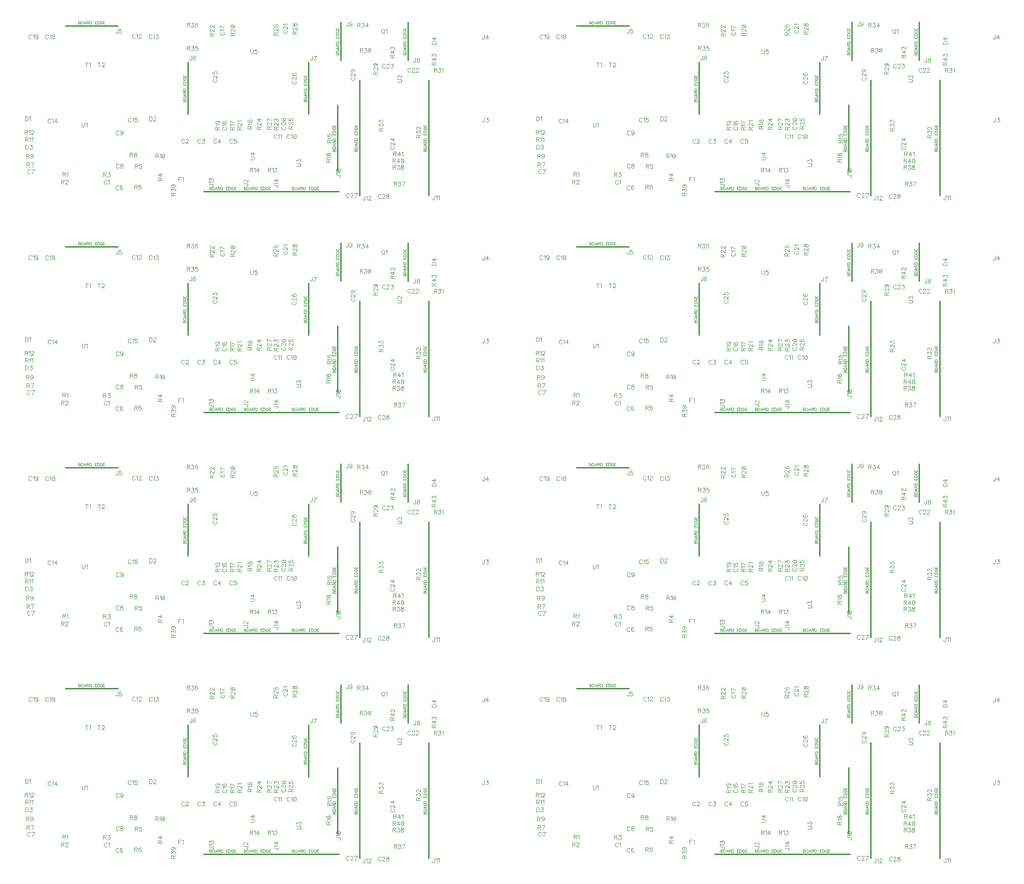
<source format=gbr>
G04 DipTrace 2.4.0.2*
%INTopAssy.gbr*%
%MOIN*%
%ADD10C,0.0098*%
%ADD12C,0.003*%
%ADD85C,0.0046*%
%FSLAX44Y44*%
G04*
G70*
G90*
G75*
G01*
%LNTopAssy*%
%LPD*%
X20546Y6539D2*
D10*
X23334D1*
X8046Y18539D2*
X11834D1*
X16890Y12146D2*
Y15934D1*
X25625Y12142D2*
Y15930D1*
X32842Y16046D2*
Y18834D1*
X27967Y16046D2*
Y18834D1*
X27720Y8047D2*
Y12834D1*
X34342Y6251D2*
Y14629D1*
X29342Y6251D2*
Y14629D1*
X18046Y6539D2*
X20834D1*
X23046D2*
X27834D1*
X11049Y7302D2*
D85*
X11034Y7330D1*
X11005Y7359D1*
X10977Y7373D1*
X10920D1*
X10891Y7359D1*
X10862Y7330D1*
X10848Y7302D1*
X10833Y7258D1*
Y7186D1*
X10848Y7144D1*
X10862Y7115D1*
X10891Y7086D1*
X10920Y7072D1*
X10977D1*
X11005Y7086D1*
X11034Y7115D1*
X11049Y7144D1*
X11141Y7315D2*
X11170Y7330D1*
X11213Y7373D1*
Y7072D1*
X16651Y10276D2*
X16637Y10305D1*
X16608Y10334D1*
X16579Y10348D1*
X16522D1*
X16493Y10334D1*
X16465Y10305D1*
X16450Y10276D1*
X16436Y10233D1*
Y10161D1*
X16450Y10119D1*
X16465Y10090D1*
X16493Y10061D1*
X16522Y10047D1*
X16579D1*
X16608Y10061D1*
X16637Y10090D1*
X16651Y10119D1*
X16758Y10276D2*
Y10290D1*
X16772Y10319D1*
X16787Y10333D1*
X16816Y10348D1*
X16873D1*
X16901Y10333D1*
X16916Y10319D1*
X16930Y10290D1*
Y10262D1*
X16916Y10233D1*
X16887Y10190D1*
X16744Y10047D1*
X16945D1*
X17822Y10276D2*
X17808Y10305D1*
X17779Y10334D1*
X17751Y10348D1*
X17693D1*
X17664Y10334D1*
X17636Y10305D1*
X17621Y10276D1*
X17607Y10233D1*
Y10161D1*
X17621Y10119D1*
X17636Y10090D1*
X17664Y10061D1*
X17693Y10047D1*
X17751D1*
X17779Y10061D1*
X17808Y10090D1*
X17822Y10119D1*
X17944Y10348D2*
X18101D1*
X18015Y10233D1*
X18058D1*
X18087Y10219D1*
X18101Y10204D1*
X18116Y10161D1*
Y10133D1*
X18101Y10090D1*
X18073Y10061D1*
X18030Y10047D1*
X17986D1*
X17944Y10061D1*
X17929Y10075D1*
X17915Y10104D1*
X18973Y10282D2*
X18958Y10311D1*
X18929Y10340D1*
X18901Y10354D1*
X18844D1*
X18815Y10340D1*
X18786Y10311D1*
X18772Y10282D1*
X18757Y10239D1*
Y10167D1*
X18772Y10124D1*
X18786Y10096D1*
X18815Y10067D1*
X18844Y10052D1*
X18901D1*
X18929Y10067D1*
X18958Y10096D1*
X18973Y10124D1*
X19209Y10052D2*
Y10354D1*
X19065Y10153D1*
X19280D1*
X20131Y10282D2*
X20117Y10311D1*
X20088Y10340D1*
X20060Y10354D1*
X20002D1*
X19973Y10340D1*
X19945Y10311D1*
X19930Y10282D1*
X19916Y10239D1*
Y10167D1*
X19930Y10124D1*
X19945Y10096D1*
X19973Y10067D1*
X20002Y10052D1*
X20060D1*
X20088Y10067D1*
X20117Y10096D1*
X20131Y10124D1*
X20396Y10354D2*
X20253D1*
X20239Y10225D1*
X20253Y10239D1*
X20296Y10253D1*
X20339D1*
X20382Y10239D1*
X20411Y10210D1*
X20425Y10167D1*
Y10139D1*
X20411Y10096D1*
X20382Y10067D1*
X20339Y10052D1*
X20296D1*
X20253Y10067D1*
X20239Y10081D1*
X20224Y10110D1*
X11900Y6918D2*
X11885Y6947D1*
X11856Y6976D1*
X11828Y6990D1*
X11771D1*
X11742Y6976D1*
X11713Y6947D1*
X11699Y6918D1*
X11684Y6875D1*
Y6803D1*
X11699Y6761D1*
X11713Y6732D1*
X11742Y6703D1*
X11771Y6689D1*
X11828D1*
X11856Y6703D1*
X11885Y6732D1*
X11900Y6761D1*
X12164Y6947D2*
X12150Y6976D1*
X12107Y6990D1*
X12078D1*
X12035Y6976D1*
X12006Y6932D1*
X11992Y6861D1*
Y6789D1*
X12006Y6732D1*
X12035Y6703D1*
X12078Y6689D1*
X12093D1*
X12135Y6703D1*
X12164Y6732D1*
X12179Y6775D1*
Y6789D1*
X12164Y6832D1*
X12135Y6861D1*
X12093Y6875D1*
X12078D1*
X12035Y6861D1*
X12006Y6832D1*
X11992Y6789D1*
X5493Y8082D2*
X5479Y8111D1*
X5450Y8140D1*
X5422Y8154D1*
X5364D1*
X5336Y8140D1*
X5307Y8111D1*
X5292Y8082D1*
X5278Y8039D1*
Y7967D1*
X5292Y7924D1*
X5307Y7896D1*
X5336Y7867D1*
X5364Y7852D1*
X5422D1*
X5450Y7867D1*
X5479Y7896D1*
X5493Y7924D1*
X5643Y7852D2*
X5787Y8154D1*
X5586D1*
X11910Y8481D2*
X11895Y8510D1*
X11867Y8538D1*
X11838Y8553D1*
X11781D1*
X11752Y8538D1*
X11723Y8510D1*
X11709Y8481D1*
X11695Y8438D1*
Y8366D1*
X11709Y8323D1*
X11723Y8294D1*
X11752Y8266D1*
X11781Y8251D1*
X11838D1*
X11867Y8266D1*
X11895Y8294D1*
X11910Y8323D1*
X12074Y8552D2*
X12031Y8538D1*
X12017Y8510D1*
Y8481D1*
X12031Y8452D1*
X12060Y8438D1*
X12117Y8423D1*
X12160Y8409D1*
X12189Y8380D1*
X12203Y8352D1*
Y8309D1*
X12189Y8280D1*
X12175Y8266D1*
X12131Y8251D1*
X12074D1*
X12031Y8266D1*
X12017Y8280D1*
X12002Y8309D1*
Y8352D1*
X12017Y8380D1*
X12046Y8409D1*
X12088Y8423D1*
X12146Y8438D1*
X12175Y8452D1*
X12189Y8481D1*
Y8510D1*
X12175Y8538D1*
X12131Y8552D1*
X12074D1*
X11910Y10883D2*
X11896Y10911D1*
X11867Y10940D1*
X11838Y10954D1*
X11781D1*
X11752Y10940D1*
X11724Y10911D1*
X11709Y10883D1*
X11695Y10840D1*
Y10768D1*
X11709Y10725D1*
X11724Y10696D1*
X11752Y10667D1*
X11781Y10653D1*
X11838D1*
X11867Y10667D1*
X11896Y10696D1*
X11910Y10725D1*
X12189Y10854D2*
X12175Y10811D1*
X12146Y10782D1*
X12103Y10768D1*
X12089D1*
X12046Y10782D1*
X12017Y10811D1*
X12003Y10854D1*
Y10868D1*
X12017Y10911D1*
X12046Y10940D1*
X12089Y10954D1*
X12103D1*
X12146Y10940D1*
X12175Y10911D1*
X12189Y10854D1*
Y10782D1*
X12175Y10710D1*
X12146Y10667D1*
X12103Y10653D1*
X12075D1*
X12031Y10667D1*
X12017Y10696D1*
X24277Y10629D2*
X24263Y10658D1*
X24234Y10687D1*
X24205Y10701D1*
X24148D1*
X24119Y10687D1*
X24091Y10658D1*
X24076Y10629D1*
X24062Y10586D1*
Y10514D1*
X24076Y10471D1*
X24091Y10442D1*
X24119Y10414D1*
X24148Y10399D1*
X24205D1*
X24234Y10414D1*
X24263Y10442D1*
X24277Y10471D1*
X24370Y10643D2*
X24398Y10658D1*
X24441Y10700D1*
Y10399D1*
X24620Y10700D2*
X24577Y10686D1*
X24548Y10643D1*
X24534Y10571D1*
Y10528D1*
X24548Y10457D1*
X24577Y10414D1*
X24620Y10399D1*
X24649D1*
X24692Y10414D1*
X24720Y10457D1*
X24735Y10528D1*
Y10571D1*
X24720Y10643D1*
X24692Y10686D1*
X24649Y10700D1*
X24620D1*
X24720Y10643D2*
X24548Y10457D1*
X23354Y10630D2*
X23339Y10658D1*
X23311Y10687D1*
X23282Y10701D1*
X23225D1*
X23196Y10687D1*
X23167Y10658D1*
X23153Y10630D1*
X23138Y10587D1*
Y10515D1*
X23153Y10472D1*
X23167Y10443D1*
X23196Y10414D1*
X23225Y10400D1*
X23282D1*
X23311Y10414D1*
X23339Y10443D1*
X23354Y10472D1*
X23446Y10644D2*
X23475Y10658D1*
X23518Y10701D1*
Y10400D1*
X23611Y10644D2*
X23640Y10658D1*
X23683Y10701D1*
Y10400D1*
X13084Y17871D2*
X13070Y17900D1*
X13041Y17929D1*
X13013Y17943D1*
X12955D1*
X12926Y17929D1*
X12898Y17900D1*
X12883Y17871D1*
X12869Y17828D1*
Y17756D1*
X12883Y17713D1*
X12898Y17684D1*
X12926Y17656D1*
X12955Y17641D1*
X13013D1*
X13041Y17656D1*
X13070Y17684D1*
X13084Y17713D1*
X13177Y17885D2*
X13206Y17900D1*
X13249Y17942D1*
Y17641D1*
X13356Y17871D2*
Y17885D1*
X13370Y17914D1*
X13385Y17928D1*
X13413Y17942D1*
X13471D1*
X13499Y17928D1*
X13514Y17914D1*
X13528Y17885D1*
Y17857D1*
X13514Y17828D1*
X13485Y17785D1*
X13341Y17641D1*
X13542D1*
X14302Y17853D2*
X14288Y17882D1*
X14259Y17911D1*
X14230Y17925D1*
X14173D1*
X14144Y17911D1*
X14116Y17882D1*
X14101Y17853D1*
X14087Y17810D1*
Y17738D1*
X14101Y17695D1*
X14116Y17667D1*
X14144Y17638D1*
X14173Y17623D1*
X14230D1*
X14259Y17638D1*
X14288Y17667D1*
X14302Y17695D1*
X14395Y17867D2*
X14424Y17882D1*
X14467Y17925D1*
Y17623D1*
X14588Y17925D2*
X14746D1*
X14660Y17810D1*
X14703D1*
X14731Y17796D1*
X14746Y17781D1*
X14760Y17738D1*
Y17710D1*
X14746Y17667D1*
X14717Y17638D1*
X14674Y17623D1*
X14631D1*
X14588Y17638D1*
X14574Y17652D1*
X14559Y17681D1*
X6979Y11743D2*
X6965Y11771D1*
X6936Y11800D1*
X6907Y11814D1*
X6850D1*
X6821Y11800D1*
X6793Y11771D1*
X6778Y11743D1*
X6764Y11700D1*
Y11628D1*
X6778Y11585D1*
X6793Y11556D1*
X6821Y11527D1*
X6850Y11513D1*
X6907D1*
X6936Y11527D1*
X6965Y11556D1*
X6979Y11585D1*
X7072Y11757D2*
X7100Y11771D1*
X7144Y11814D1*
Y11513D1*
X7380D2*
Y11814D1*
X7236Y11613D1*
X7451D1*
X12793Y11822D2*
X12779Y11850D1*
X12750Y11879D1*
X12721Y11893D1*
X12664D1*
X12635Y11879D1*
X12607Y11850D1*
X12592Y11822D1*
X12578Y11779D1*
Y11707D1*
X12592Y11664D1*
X12607Y11635D1*
X12635Y11607D1*
X12664Y11592D1*
X12721D1*
X12750Y11607D1*
X12779Y11635D1*
X12793Y11664D1*
X12886Y11836D2*
X12915Y11850D1*
X12958Y11893D1*
Y11592D1*
X13222Y11893D2*
X13079D1*
X13065Y11764D1*
X13079Y11778D1*
X13122Y11793D1*
X13165D1*
X13208Y11778D1*
X13237Y11750D1*
X13251Y11707D1*
Y11678D1*
X13237Y11635D1*
X13208Y11606D1*
X13165Y11592D1*
X13122D1*
X13079Y11606D1*
X13065Y11621D1*
X13050Y11649D1*
X19474Y11224D2*
X19445Y11210D1*
X19416Y11181D1*
X19402Y11152D1*
Y11095D1*
X19416Y11066D1*
X19445Y11038D1*
X19474Y11023D1*
X19517Y11009D1*
X19589D1*
X19632Y11023D1*
X19661Y11038D1*
X19689Y11066D1*
X19704Y11095D1*
Y11152D1*
X19689Y11181D1*
X19661Y11210D1*
X19632Y11224D1*
X19460Y11317D2*
X19445Y11346D1*
X19403Y11389D1*
X19704D1*
X19445Y11653D2*
X19417Y11639D1*
X19403Y11596D1*
Y11567D1*
X19417Y11524D1*
X19460Y11496D1*
X19532Y11481D1*
X19603D1*
X19661Y11496D1*
X19689Y11524D1*
X19704Y11567D1*
Y11582D1*
X19689Y11625D1*
X19661Y11653D1*
X19617Y11668D1*
X19603D1*
X19560Y11653D1*
X19532Y11625D1*
X19517Y11582D1*
Y11567D1*
X19532Y11524D1*
X19560Y11496D1*
X19603Y11481D1*
X19315Y18092D2*
X19287Y18078D1*
X19258Y18049D1*
X19244Y18021D1*
Y17963D1*
X19258Y17934D1*
X19287Y17906D1*
X19315Y17891D1*
X19358Y17877D1*
X19430D1*
X19473Y17891D1*
X19502Y17906D1*
X19531Y17934D1*
X19545Y17963D1*
Y18021D1*
X19531Y18049D1*
X19502Y18078D1*
X19473Y18092D1*
X19301Y18185D2*
X19287Y18214D1*
X19244Y18257D1*
X19545D1*
Y18407D2*
X19244Y18550D1*
Y18350D1*
X6805Y17843D2*
X6790Y17872D1*
X6761Y17901D1*
X6733Y17915D1*
X6676D1*
X6647Y17901D1*
X6618Y17872D1*
X6604Y17843D1*
X6589Y17800D1*
Y17728D1*
X6604Y17686D1*
X6618Y17657D1*
X6647Y17628D1*
X6676Y17614D1*
X6733D1*
X6761Y17628D1*
X6790Y17657D1*
X6805Y17686D1*
X6897Y17857D2*
X6926Y17872D1*
X6969Y17915D1*
Y17614D1*
X7133Y17915D2*
X7091Y17900D1*
X7076Y17872D1*
Y17843D1*
X7091Y17815D1*
X7119Y17800D1*
X7177Y17786D1*
X7220Y17771D1*
X7248Y17743D1*
X7262Y17714D1*
Y17671D1*
X7248Y17642D1*
X7234Y17628D1*
X7191Y17614D1*
X7133D1*
X7091Y17628D1*
X7076Y17642D1*
X7062Y17671D1*
Y17714D1*
X7076Y17743D1*
X7105Y17771D1*
X7148Y17786D1*
X7205Y17800D1*
X7234Y17815D1*
X7248Y17843D1*
Y17872D1*
X7234Y17900D1*
X7191Y17915D1*
X7133D1*
X5592Y17848D2*
X5578Y17876D1*
X5549Y17905D1*
X5520Y17919D1*
X5463D1*
X5434Y17905D1*
X5405Y17876D1*
X5391Y17848D1*
X5377Y17804D1*
Y17732D1*
X5391Y17690D1*
X5405Y17661D1*
X5434Y17632D1*
X5463Y17618D1*
X5520D1*
X5549Y17632D1*
X5578Y17661D1*
X5592Y17690D1*
X5684Y17861D2*
X5713Y17876D1*
X5756Y17919D1*
Y17618D1*
X6036Y17819D2*
X6021Y17776D1*
X5993Y17747D1*
X5950Y17732D1*
X5935D1*
X5892Y17747D1*
X5864Y17776D1*
X5849Y17819D1*
Y17833D1*
X5864Y17876D1*
X5892Y17905D1*
X5935Y17919D1*
X5950D1*
X5993Y17905D1*
X6021Y17876D1*
X6036Y17819D1*
Y17747D1*
X6021Y17675D1*
X5993Y17632D1*
X5950Y17618D1*
X5921D1*
X5878Y17632D1*
X5864Y17661D1*
X23745Y11277D2*
X23716Y11263D1*
X23687Y11234D1*
X23673Y11206D1*
Y11148D1*
X23687Y11119D1*
X23716Y11091D1*
X23745Y11076D1*
X23788Y11062D1*
X23860D1*
X23902Y11076D1*
X23931Y11091D1*
X23960Y11119D1*
X23974Y11148D1*
Y11206D1*
X23960Y11234D1*
X23931Y11263D1*
X23902Y11277D1*
X23745Y11384D2*
X23731D1*
X23702Y11399D1*
X23687Y11413D1*
X23673Y11442D1*
Y11499D1*
X23687Y11528D1*
X23702Y11542D1*
X23731Y11557D1*
X23759D1*
X23788Y11542D1*
X23831Y11513D1*
X23974Y11370D1*
Y11571D1*
X23673Y11750D2*
X23687Y11707D1*
X23731Y11678D1*
X23802Y11663D1*
X23845D1*
X23917Y11678D1*
X23960Y11707D1*
X23974Y11750D1*
Y11778D1*
X23960Y11821D1*
X23917Y11850D1*
X23845Y11864D1*
X23802D1*
X23731Y11850D1*
X23687Y11821D1*
X23673Y11778D1*
Y11750D1*
X23731Y11850D2*
X23917Y11678D1*
X23878Y18236D2*
X23850Y18221D1*
X23821Y18192D1*
X23807Y18164D1*
Y18107D1*
X23821Y18078D1*
X23850Y18049D1*
X23878Y18035D1*
X23921Y18020D1*
X23993D1*
X24036Y18035D1*
X24065Y18049D1*
X24093Y18078D1*
X24108Y18107D1*
Y18164D1*
X24093Y18192D1*
X24065Y18221D1*
X24036Y18236D1*
X23879Y18343D2*
X23864D1*
X23835Y18357D1*
X23821Y18371D1*
X23807Y18400D1*
Y18458D1*
X23821Y18486D1*
X23835Y18500D1*
X23864Y18515D1*
X23893D1*
X23922Y18500D1*
X23964Y18472D1*
X24108Y18328D1*
Y18529D1*
X23864Y18622D2*
X23850Y18651D1*
X23807Y18694D1*
X24108D1*
X33026Y15430D2*
X33012Y15458D1*
X32983Y15487D1*
X32954Y15502D1*
X32897D1*
X32868Y15487D1*
X32840Y15458D1*
X32825Y15430D1*
X32811Y15387D1*
Y15315D1*
X32825Y15272D1*
X32840Y15243D1*
X32868Y15215D1*
X32897Y15200D1*
X32954D1*
X32983Y15215D1*
X33012Y15243D1*
X33026Y15272D1*
X33133Y15430D2*
Y15444D1*
X33147Y15473D1*
X33162Y15487D1*
X33191Y15501D1*
X33248D1*
X33276Y15487D1*
X33291Y15473D1*
X33305Y15444D1*
Y15415D1*
X33291Y15386D1*
X33262Y15344D1*
X33119Y15200D1*
X33320D1*
X33427Y15430D2*
Y15444D1*
X33441Y15473D1*
X33455Y15487D1*
X33484Y15501D1*
X33541D1*
X33570Y15487D1*
X33584Y15473D1*
X33599Y15444D1*
Y15415D1*
X33584Y15386D1*
X33556Y15344D1*
X33412Y15200D1*
X33613D1*
X31192Y15727D2*
X31178Y15756D1*
X31149Y15784D1*
X31120Y15799D1*
X31063D1*
X31034Y15784D1*
X31005Y15756D1*
X30991Y15727D1*
X30977Y15684D1*
Y15612D1*
X30991Y15569D1*
X31005Y15540D1*
X31034Y15512D1*
X31063Y15497D1*
X31120D1*
X31149Y15512D1*
X31178Y15540D1*
X31192Y15569D1*
X31299Y15727D2*
Y15741D1*
X31313Y15770D1*
X31328Y15784D1*
X31356Y15798D1*
X31414D1*
X31442Y15784D1*
X31457Y15770D1*
X31471Y15741D1*
Y15713D1*
X31457Y15684D1*
X31428Y15641D1*
X31284Y15497D1*
X31485D1*
X31607Y15798D2*
X31764D1*
X31678Y15684D1*
X31722D1*
X31750Y15669D1*
X31764Y15655D1*
X31779Y15612D1*
Y15584D1*
X31764Y15540D1*
X31736Y15512D1*
X31693Y15497D1*
X31650D1*
X31607Y15512D1*
X31593Y15526D1*
X31578Y15555D1*
X31626Y9823D2*
X31598Y9808D1*
X31569Y9780D1*
X31554Y9751D1*
Y9694D1*
X31569Y9665D1*
X31598Y9636D1*
X31626Y9622D1*
X31669Y9608D1*
X31741D1*
X31784Y9622D1*
X31813Y9636D1*
X31841Y9665D1*
X31856Y9694D1*
Y9751D1*
X31841Y9780D1*
X31813Y9808D1*
X31784Y9823D1*
X31626Y9930D2*
X31612D1*
X31583Y9944D1*
X31569Y9958D1*
X31555Y9987D1*
Y10045D1*
X31569Y10073D1*
X31583Y10087D1*
X31612Y10102D1*
X31641D1*
X31670Y10087D1*
X31712Y10059D1*
X31856Y9915D1*
Y10116D1*
Y10353D2*
X31555D1*
X31755Y10209D1*
Y10424D1*
X18784Y14675D2*
X18756Y14661D1*
X18727Y14632D1*
X18713Y14604D1*
Y14546D1*
X18727Y14518D1*
X18756Y14489D1*
X18784Y14474D1*
X18827Y14460D1*
X18899D1*
X18942Y14474D1*
X18971Y14489D1*
X18999Y14518D1*
X19014Y14546D1*
Y14604D1*
X18999Y14632D1*
X18971Y14661D1*
X18942Y14675D1*
X18785Y14783D2*
X18770D1*
X18741Y14797D1*
X18727Y14811D1*
X18713Y14840D1*
Y14897D1*
X18727Y14926D1*
X18741Y14940D1*
X18770Y14955D1*
X18799D1*
X18828Y14940D1*
X18870Y14912D1*
X19014Y14768D1*
Y14969D1*
X18713Y15234D2*
Y15091D1*
X18842Y15076D1*
X18828Y15091D1*
X18813Y15134D1*
Y15176D1*
X18828Y15220D1*
X18856Y15248D1*
X18899Y15263D1*
X18928D1*
X18971Y15248D1*
X19000Y15220D1*
X19014Y15176D1*
Y15134D1*
X19000Y15091D1*
X18985Y15076D1*
X18957Y15062D1*
X24523Y14565D2*
X24494Y14550D1*
X24465Y14521D1*
X24451Y14493D1*
Y14436D1*
X24465Y14407D1*
X24494Y14378D1*
X24523Y14364D1*
X24566Y14349D1*
X24638D1*
X24680Y14364D1*
X24709Y14378D1*
X24738Y14407D1*
X24752Y14436D1*
Y14493D1*
X24738Y14521D1*
X24709Y14550D1*
X24680Y14565D1*
X24523Y14672D2*
X24509D1*
X24480Y14686D1*
X24465Y14700D1*
X24451Y14729D1*
Y14787D1*
X24465Y14815D1*
X24480Y14829D1*
X24509Y14844D1*
X24537D1*
X24566Y14829D1*
X24609Y14801D1*
X24752Y14657D1*
Y14858D1*
X24494Y15123D2*
X24465Y15109D1*
X24451Y15066D1*
Y15037D1*
X24465Y14994D1*
X24509Y14965D1*
X24580Y14951D1*
X24652D1*
X24709Y14965D1*
X24738Y14994D1*
X24752Y15037D1*
Y15051D1*
X24738Y15094D1*
X24709Y15123D1*
X24666Y15137D1*
X24652D1*
X24609Y15123D1*
X24580Y15094D1*
X24566Y15051D1*
Y15037D1*
X24580Y14994D1*
X24609Y14965D1*
X24652Y14951D1*
X28567Y6350D2*
X28552Y6378D1*
X28524Y6407D1*
X28495Y6422D1*
X28438D1*
X28409Y6407D1*
X28380Y6378D1*
X28366Y6350D1*
X28351Y6307D1*
Y6235D1*
X28366Y6192D1*
X28380Y6163D1*
X28409Y6135D1*
X28438Y6120D1*
X28495D1*
X28524Y6135D1*
X28552Y6163D1*
X28567Y6192D1*
X28674Y6350D2*
Y6364D1*
X28688Y6393D1*
X28702Y6407D1*
X28731Y6421D1*
X28789D1*
X28817Y6407D1*
X28831Y6393D1*
X28846Y6364D1*
Y6335D1*
X28831Y6307D1*
X28803Y6264D1*
X28659Y6120D1*
X28860D1*
X29010D2*
X29154Y6421D1*
X28953D1*
X30879Y6287D2*
X30865Y6316D1*
X30836Y6345D1*
X30808Y6359D1*
X30750D1*
X30721Y6345D1*
X30693Y6316D1*
X30678Y6287D1*
X30664Y6244D1*
Y6172D1*
X30678Y6130D1*
X30693Y6101D1*
X30721Y6072D1*
X30750Y6058D1*
X30808D1*
X30836Y6072D1*
X30865Y6101D1*
X30879Y6130D1*
X30987Y6287D2*
Y6301D1*
X31001Y6330D1*
X31015Y6344D1*
X31044Y6359D1*
X31101D1*
X31130Y6344D1*
X31144Y6330D1*
X31159Y6301D1*
Y6273D1*
X31144Y6244D1*
X31116Y6201D1*
X30972Y6058D1*
X31173D1*
X31337Y6359D2*
X31294Y6344D1*
X31280Y6316D1*
Y6287D1*
X31294Y6259D1*
X31323Y6244D1*
X31380Y6230D1*
X31423Y6215D1*
X31452Y6187D1*
X31466Y6158D1*
Y6115D1*
X31452Y6086D1*
X31438Y6072D1*
X31395Y6058D1*
X31337D1*
X31294Y6072D1*
X31280Y6086D1*
X31266Y6115D1*
Y6158D1*
X31280Y6187D1*
X31309Y6215D1*
X31351Y6230D1*
X31409Y6244D1*
X31438Y6259D1*
X31452Y6287D1*
Y6316D1*
X31438Y6344D1*
X31395Y6359D1*
X31337D1*
X28759Y14830D2*
X28731Y14816D1*
X28702Y14787D1*
X28687Y14758D1*
Y14701D1*
X28702Y14672D1*
X28731Y14643D1*
X28759Y14629D1*
X28802Y14615D1*
X28874D1*
X28917Y14629D1*
X28946Y14643D1*
X28974Y14672D1*
X28989Y14701D1*
Y14758D1*
X28974Y14787D1*
X28946Y14816D1*
X28917Y14830D1*
X28759Y14937D2*
X28745D1*
X28716Y14951D1*
X28702Y14966D1*
X28688Y14994D1*
Y15052D1*
X28702Y15080D1*
X28716Y15095D1*
X28745Y15109D1*
X28774D1*
X28803Y15095D1*
X28845Y15066D1*
X28989Y14922D1*
Y15123D1*
X28788Y15403D2*
X28831Y15388D1*
X28860Y15360D1*
X28874Y15317D1*
Y15302D1*
X28860Y15259D1*
X28831Y15231D1*
X28788Y15216D1*
X28774D1*
X28731Y15231D1*
X28702Y15259D1*
X28688Y15302D1*
Y15317D1*
X28702Y15360D1*
X28731Y15388D1*
X28788Y15403D1*
X28860D1*
X28932Y15388D1*
X28975Y15360D1*
X28989Y15317D1*
Y15288D1*
X28975Y15245D1*
X28946Y15231D1*
X5127Y11980D2*
Y11679D1*
X5227D1*
X5271Y11694D1*
X5299Y11722D1*
X5314Y11751D1*
X5328Y11794D1*
Y11866D1*
X5314Y11909D1*
X5299Y11937D1*
X5271Y11966D1*
X5227Y11980D1*
X5127D1*
X5421Y11923D2*
X5449Y11937D1*
X5493Y11980D1*
Y11679D1*
X14114Y11970D2*
Y11669D1*
X14215D1*
X14258Y11683D1*
X14287Y11712D1*
X14301Y11741D1*
X14315Y11783D1*
Y11855D1*
X14301Y11898D1*
X14287Y11927D1*
X14258Y11956D1*
X14215Y11970D1*
X14114D1*
X14422Y11898D2*
Y11912D1*
X14437Y11941D1*
X14451Y11955D1*
X14480Y11970D1*
X14537D1*
X14566Y11955D1*
X14580Y11941D1*
X14595Y11912D1*
Y11884D1*
X14580Y11855D1*
X14551Y11812D1*
X14408Y11669D1*
X14609D1*
X5141Y9935D2*
Y9633D1*
X5241D1*
X5285Y9648D1*
X5313Y9677D1*
X5328Y9705D1*
X5342Y9748D1*
Y9820D1*
X5328Y9863D1*
X5313Y9892D1*
X5285Y9921D1*
X5241Y9935D1*
X5141D1*
X5463D2*
X5621D1*
X5535Y9820D1*
X5578D1*
X5607Y9806D1*
X5621Y9791D1*
X5635Y9748D1*
Y9720D1*
X5621Y9677D1*
X5592Y9648D1*
X5549Y9633D1*
X5506D1*
X5463Y9648D1*
X5449Y9662D1*
X5435Y9691D1*
X34583Y17225D2*
X34885D1*
Y17326D1*
X34870Y17369D1*
X34842Y17398D1*
X34813Y17412D1*
X34770Y17426D1*
X34698D1*
X34655Y17412D1*
X34627Y17398D1*
X34598Y17369D1*
X34583Y17326D1*
Y17225D1*
X34885Y17662D2*
X34584D1*
X34784Y17519D1*
Y17734D1*
X16402Y7598D2*
X16215D1*
Y7297D1*
Y7454D2*
X16330D1*
X16495Y7540D2*
X16523Y7555D1*
X16567Y7598D1*
Y7297D1*
X20947Y7128D2*
X21177D1*
X21220Y7114D1*
X21234Y7100D1*
X21249Y7071D1*
Y7042D1*
X21234Y7014D1*
X21220Y6999D1*
X21177Y6985D1*
X21148D1*
X21019Y7236D2*
X21005D1*
X20976Y7250D1*
X20962Y7264D1*
X20948Y7293D1*
Y7350D1*
X20962Y7379D1*
X20976Y7393D1*
X21005Y7408D1*
X21033D1*
X21062Y7393D1*
X21105Y7365D1*
X21249Y7221D1*
Y7422D1*
X38365Y11879D2*
Y11650D1*
X38351Y11607D1*
X38336Y11593D1*
X38308Y11578D1*
X38279D1*
X38250Y11593D1*
X38236Y11607D1*
X38222Y11650D1*
Y11679D1*
X38487Y11879D2*
X38644D1*
X38558Y11764D1*
X38601D1*
X38630Y11750D1*
X38644Y11736D1*
X38659Y11693D1*
Y11664D1*
X38644Y11621D1*
X38616Y11592D1*
X38573Y11578D1*
X38529D1*
X38487Y11592D1*
X38472Y11607D1*
X38458Y11635D1*
X38358Y17879D2*
Y17650D1*
X38344Y17607D1*
X38329Y17593D1*
X38301Y17578D1*
X38272D1*
X38243Y17593D1*
X38229Y17607D1*
X38214Y17650D1*
Y17679D1*
X38594Y17578D2*
Y17879D1*
X38451Y17679D1*
X38666D1*
X11821Y18318D2*
Y18089D1*
X11807Y18046D1*
X11792Y18032D1*
X11763Y18017D1*
X11735D1*
X11706Y18032D1*
X11692Y18046D1*
X11677Y18089D1*
Y18118D1*
X12086Y18318D2*
X11942D1*
X11928Y18189D1*
X11942Y18203D1*
X11985Y18218D1*
X12028D1*
X12071Y18203D1*
X12100Y18175D1*
X12114Y18132D1*
Y18103D1*
X12100Y18060D1*
X12071Y18031D1*
X12028Y18017D1*
X11985D1*
X11942Y18031D1*
X11928Y18046D1*
X11913Y18074D1*
X17171Y16373D2*
Y16144D1*
X17157Y16100D1*
X17142Y16086D1*
X17114Y16072D1*
X17085D1*
X17056Y16086D1*
X17042Y16100D1*
X17028Y16144D1*
Y16172D1*
X17436Y16330D2*
X17422Y16358D1*
X17379Y16373D1*
X17350D1*
X17307Y16358D1*
X17278Y16315D1*
X17264Y16244D1*
Y16172D1*
X17278Y16115D1*
X17307Y16086D1*
X17350Y16072D1*
X17364D1*
X17407Y16086D1*
X17436Y16115D1*
X17450Y16158D1*
Y16172D1*
X17436Y16215D1*
X17407Y16244D1*
X17364Y16258D1*
X17350D1*
X17307Y16244D1*
X17278Y16215D1*
X17264Y16172D1*
X25899Y16369D2*
Y16140D1*
X25885Y16097D1*
X25870Y16082D1*
X25842Y16068D1*
X25813D1*
X25784Y16082D1*
X25770Y16097D1*
X25755Y16140D1*
Y16168D1*
X26049Y16068D2*
X26192Y16369D1*
X25992D1*
X33384Y16218D2*
Y15988D1*
X33369Y15945D1*
X33355Y15931D1*
X33326Y15916D1*
X33297D1*
X33269Y15931D1*
X33255Y15945D1*
X33240Y15988D1*
Y16017D1*
X33548Y16217D2*
X33505Y16203D1*
X33490Y16174D1*
Y16146D1*
X33505Y16117D1*
X33534Y16102D1*
X33591Y16088D1*
X33634Y16074D1*
X33663Y16045D1*
X33677Y16017D1*
Y15973D1*
X33663Y15945D1*
X33648Y15930D1*
X33605Y15916D1*
X33548D1*
X33505Y15930D1*
X33490Y15945D1*
X33476Y15973D1*
Y16017D1*
X33490Y16045D1*
X33519Y16074D1*
X33562Y16088D1*
X33619Y16102D1*
X33648Y16117D1*
X33663Y16146D1*
Y16174D1*
X33648Y16203D1*
X33605Y16217D1*
X33548D1*
X28497Y18836D2*
Y18606D1*
X28483Y18563D1*
X28468Y18549D1*
X28440Y18534D1*
X28411D1*
X28383Y18549D1*
X28368Y18563D1*
X28354Y18606D1*
Y18635D1*
X28777Y18735D2*
X28762Y18692D1*
X28734Y18663D1*
X28690Y18649D1*
X28676D1*
X28633Y18663D1*
X28605Y18692D1*
X28590Y18735D1*
Y18749D1*
X28605Y18793D1*
X28633Y18821D1*
X28676Y18835D1*
X28690D1*
X28734Y18821D1*
X28762Y18793D1*
X28777Y18735D1*
Y18663D1*
X28762Y18592D1*
X28734Y18548D1*
X28690Y18534D1*
X28662D1*
X28619Y18548D1*
X28605Y18577D1*
X27636Y7741D2*
X27865D1*
X27908Y7727D1*
X27923Y7712D1*
X27937Y7684D1*
Y7655D1*
X27923Y7626D1*
X27908Y7612D1*
X27865Y7598D1*
X27837D1*
X27693Y7834D2*
X27679Y7863D1*
X27636Y7906D1*
X27937D1*
X27636Y8085D2*
X27650Y8042D1*
X27693Y8013D1*
X27765Y7998D1*
X27808D1*
X27880Y8013D1*
X27923Y8042D1*
X27937Y8085D1*
Y8113D1*
X27923Y8156D1*
X27880Y8185D1*
X27808Y8199D1*
X27765D1*
X27693Y8185D1*
X27650Y8156D1*
X27636Y8113D1*
Y8085D1*
X27693Y8185D2*
X27880Y8013D1*
X34760Y6256D2*
Y6026D1*
X34746Y5983D1*
X34731Y5969D1*
X34703Y5955D1*
X34674D1*
X34646Y5969D1*
X34631Y5983D1*
X34617Y6026D1*
Y6055D1*
X34853Y6198D2*
X34882Y6213D1*
X34925Y6256D1*
Y5955D1*
X35017Y6198D2*
X35046Y6213D1*
X35089Y6256D1*
Y5955D1*
X29717Y6235D2*
Y6006D1*
X29703Y5962D1*
X29688Y5948D1*
X29660Y5934D1*
X29631D1*
X29602Y5948D1*
X29588Y5962D1*
X29573Y6006D1*
Y6034D1*
X29810Y6177D2*
X29838Y6192D1*
X29882Y6235D1*
Y5934D1*
X29989Y6163D2*
Y6177D1*
X30003Y6206D1*
X30017Y6220D1*
X30046Y6235D1*
X30103D1*
X30132Y6220D1*
X30146Y6206D1*
X30161Y6177D1*
Y6149D1*
X30146Y6120D1*
X30118Y6077D1*
X29974Y5934D1*
X30175D1*
X18443Y7077D2*
X18672D1*
X18715Y7063D1*
X18730Y7048D1*
X18744Y7020D1*
Y6991D1*
X18730Y6963D1*
X18715Y6948D1*
X18672Y6934D1*
X18644D1*
X18501Y7170D2*
X18486Y7199D1*
X18443Y7242D1*
X18744D1*
X18443Y7363D2*
Y7521D1*
X18558Y7435D1*
Y7478D1*
X18572Y7507D1*
X18586Y7521D1*
X18630Y7536D1*
X18658D1*
X18701Y7521D1*
X18730Y7492D1*
X18744Y7449D1*
Y7406D1*
X18730Y7363D1*
X18715Y7349D1*
X18687Y7335D1*
X23122Y7000D2*
X23352D1*
X23395Y6985D1*
X23409Y6971D1*
X23424Y6942D1*
Y6913D1*
X23409Y6885D1*
X23395Y6871D1*
X23352Y6856D1*
X23323D1*
X23180Y7092D2*
X23165Y7121D1*
X23123Y7164D1*
X23424D1*
Y7400D2*
X23123D1*
X23323Y7257D1*
Y7472D1*
X30995Y18310D2*
X30967Y18296D1*
X30938Y18267D1*
X30924Y18238D1*
X30909Y18195D1*
Y18123D1*
X30924Y18080D1*
X30938Y18052D1*
X30967Y18023D1*
X30995Y18009D1*
X31053D1*
X31081Y18023D1*
X31110Y18052D1*
X31124Y18080D1*
X31139Y18123D1*
Y18195D1*
X31124Y18238D1*
X31110Y18267D1*
X31081Y18296D1*
X31053Y18310D1*
X30995D1*
X31038Y18066D2*
X31124Y17980D1*
X31231Y18252D2*
X31260Y18267D1*
X31303Y18309D1*
Y18008D1*
X7835Y7805D2*
X7964D1*
X8007Y7820D1*
X8021Y7834D1*
X8036Y7863D1*
Y7891D1*
X8021Y7920D1*
X8007Y7934D1*
X7964Y7949D1*
X7835D1*
Y7647D1*
X7935Y7805D2*
X8036Y7647D1*
X8128Y7891D2*
X8157Y7906D1*
X8200Y7948D1*
Y7647D1*
X7742Y7253D2*
X7871D1*
X7914Y7268D1*
X7929Y7282D1*
X7943Y7311D1*
Y7340D1*
X7929Y7368D1*
X7914Y7383D1*
X7871Y7397D1*
X7742D1*
Y7096D1*
X7843Y7253D2*
X7943Y7096D1*
X8050Y7325D2*
Y7339D1*
X8064Y7368D1*
X8079Y7382D1*
X8108Y7397D1*
X8165D1*
X8193Y7382D1*
X8208Y7368D1*
X8222Y7339D1*
Y7311D1*
X8208Y7282D1*
X8179Y7239D1*
X8036Y7096D1*
X8237D1*
X10776Y7775D2*
X10905D1*
X10948Y7790D1*
X10963Y7804D1*
X10977Y7833D1*
Y7862D1*
X10963Y7890D1*
X10948Y7905D1*
X10905Y7919D1*
X10776D1*
Y7618D1*
X10877Y7775D2*
X10977Y7618D1*
X11099Y7919D2*
X11256D1*
X11170Y7804D1*
X11213D1*
X11242Y7790D1*
X11256Y7775D1*
X11271Y7732D1*
Y7704D1*
X11256Y7661D1*
X11228Y7632D1*
X11185Y7618D1*
X11141D1*
X11099Y7632D1*
X11084Y7646D1*
X11070Y7675D1*
X14872Y7361D2*
Y7490D1*
X14857Y7533D1*
X14843Y7548D1*
X14814Y7562D1*
X14785D1*
X14757Y7548D1*
X14742Y7533D1*
X14728Y7490D1*
Y7361D1*
X15030D1*
X14872Y7462D2*
X15030Y7562D1*
Y7798D2*
X14728D1*
X14929Y7655D1*
Y7870D1*
X13070Y8393D2*
X13199D1*
X13242Y8407D1*
X13256Y8421D1*
X13271Y8450D1*
Y8479D1*
X13256Y8507D1*
X13242Y8522D1*
X13199Y8536D1*
X13070D1*
Y8235D1*
X13170Y8393D2*
X13271Y8235D1*
X13536Y8536D2*
X13392D1*
X13378Y8407D1*
X13392Y8421D1*
X13435Y8436D1*
X13478D1*
X13521Y8421D1*
X13550Y8393D1*
X13564Y8350D1*
Y8321D1*
X13550Y8278D1*
X13521Y8249D1*
X13478Y8235D1*
X13435D1*
X13392Y8249D1*
X13378Y8264D1*
X13363Y8292D1*
X13040Y6890D2*
X13169D1*
X13212Y6905D1*
X13226Y6919D1*
X13241Y6948D1*
Y6977D1*
X13226Y7005D1*
X13212Y7020D1*
X13169Y7034D1*
X13040D1*
Y6733D1*
X13140Y6890D2*
X13241Y6733D1*
X13505Y6991D2*
X13491Y7019D1*
X13448Y7034D1*
X13420D1*
X13376Y7019D1*
X13348Y6976D1*
X13333Y6905D1*
Y6833D1*
X13348Y6776D1*
X13376Y6747D1*
X13420Y6733D1*
X13434D1*
X13477Y6747D1*
X13505Y6776D1*
X13520Y6819D1*
Y6833D1*
X13505Y6876D1*
X13477Y6905D1*
X13434Y6919D1*
X13420D1*
X13376Y6905D1*
X13348Y6876D1*
X13333Y6833D1*
X5241Y8493D2*
X5370D1*
X5413Y8508D1*
X5428Y8522D1*
X5442Y8551D1*
Y8580D1*
X5428Y8608D1*
X5413Y8623D1*
X5370Y8637D1*
X5241D1*
Y8335D1*
X5341Y8493D2*
X5442Y8335D1*
X5592D2*
X5735Y8637D1*
X5534D1*
X12711Y9210D2*
X12840D1*
X12883Y9225D1*
X12897Y9239D1*
X12911Y9268D1*
Y9297D1*
X12897Y9325D1*
X12883Y9340D1*
X12840Y9354D1*
X12711D1*
Y9053D1*
X12811Y9210D2*
X12911Y9053D1*
X13076Y9354D2*
X13033Y9339D1*
X13018Y9311D1*
Y9282D1*
X13033Y9254D1*
X13062Y9239D1*
X13119Y9225D1*
X13162Y9210D1*
X13191Y9182D1*
X13205Y9153D1*
Y9110D1*
X13191Y9081D1*
X13176Y9067D1*
X13133Y9053D1*
X13076D1*
X13033Y9067D1*
X13018Y9081D1*
X13004Y9110D1*
Y9153D1*
X13018Y9182D1*
X13047Y9210D1*
X13090Y9225D1*
X13147Y9239D1*
X13176Y9254D1*
X13191Y9282D1*
Y9311D1*
X13176Y9339D1*
X13133Y9354D1*
X13076D1*
X5208Y9113D2*
X5337D1*
X5380Y9128D1*
X5395Y9142D1*
X5409Y9171D1*
Y9199D1*
X5395Y9228D1*
X5380Y9243D1*
X5337Y9257D1*
X5208D1*
Y8955D1*
X5308Y9113D2*
X5409Y8955D1*
X5688Y9156D2*
X5674Y9113D1*
X5645Y9084D1*
X5602Y9070D1*
X5588D1*
X5545Y9084D1*
X5516Y9113D1*
X5502Y9156D1*
Y9171D1*
X5516Y9214D1*
X5545Y9242D1*
X5588Y9256D1*
X5602D1*
X5645Y9242D1*
X5674Y9214D1*
X5688Y9156D1*
Y9084D1*
X5674Y9013D1*
X5645Y8970D1*
X5602Y8955D1*
X5574D1*
X5530Y8970D1*
X5516Y8998D1*
X14560Y9128D2*
X14689D1*
X14732Y9143D1*
X14747Y9157D1*
X14761Y9186D1*
Y9215D1*
X14747Y9243D1*
X14732Y9258D1*
X14689Y9272D1*
X14560D1*
Y8971D1*
X14660Y9128D2*
X14761Y8971D1*
X14854Y9214D2*
X14882Y9229D1*
X14925Y9272D1*
Y8971D1*
X15104Y9272D2*
X15061Y9257D1*
X15032Y9214D1*
X15018Y9143D1*
Y9100D1*
X15032Y9028D1*
X15061Y8985D1*
X15104Y8971D1*
X15133D1*
X15176Y8985D1*
X15204Y9028D1*
X15219Y9100D1*
Y9143D1*
X15204Y9214D1*
X15176Y9257D1*
X15133Y9272D1*
X15104D1*
X15204Y9214D2*
X15032Y9028D1*
X5125Y10328D2*
X5254D1*
X5297Y10343D1*
X5312Y10357D1*
X5326Y10386D1*
Y10415D1*
X5312Y10443D1*
X5297Y10458D1*
X5254Y10472D1*
X5125D1*
Y10170D1*
X5226Y10328D2*
X5326Y10170D1*
X5419Y10414D2*
X5448Y10429D1*
X5491Y10472D1*
Y10170D1*
X5583Y10414D2*
X5612Y10429D1*
X5655Y10472D1*
Y10170D1*
X5092Y10846D2*
X5221D1*
X5264Y10860D1*
X5279Y10875D1*
X5293Y10903D1*
Y10932D1*
X5279Y10960D1*
X5264Y10975D1*
X5221Y10989D1*
X5092D1*
Y10688D1*
X5193Y10846D2*
X5293Y10688D1*
X5386Y10932D2*
X5414Y10946D1*
X5458Y10989D1*
Y10688D1*
X5565Y10917D2*
Y10932D1*
X5579Y10960D1*
X5593Y10975D1*
X5622Y10989D1*
X5680D1*
X5708Y10975D1*
X5722Y10960D1*
X5737Y10932D1*
Y10903D1*
X5722Y10874D1*
X5694Y10831D1*
X5550Y10688D1*
X5751D1*
X22695Y8120D2*
X22824D1*
X22867Y8135D1*
X22882Y8149D1*
X22896Y8178D1*
Y8206D1*
X22882Y8235D1*
X22867Y8250D1*
X22824Y8264D1*
X22695D1*
Y7962D1*
X22796Y8120D2*
X22896Y7962D1*
X22989Y8206D2*
X23018Y8221D1*
X23061Y8263D1*
Y7962D1*
X23182Y8263D2*
X23340D1*
X23254Y8149D1*
X23297D1*
X23325Y8134D1*
X23340Y8120D1*
X23354Y8077D1*
Y8049D1*
X23340Y8005D1*
X23311Y7977D1*
X23268Y7962D1*
X23225D1*
X23182Y7977D1*
X23168Y7991D1*
X23153Y8020D1*
X21394Y8120D2*
X21523D1*
X21566Y8135D1*
X21580Y8149D1*
X21595Y8178D1*
Y8206D1*
X21580Y8235D1*
X21566Y8250D1*
X21523Y8264D1*
X21394D1*
Y7962D1*
X21494Y8120D2*
X21595Y7962D1*
X21687Y8206D2*
X21716Y8221D1*
X21759Y8263D1*
Y7962D1*
X21995D2*
Y8263D1*
X21852Y8063D1*
X22067D1*
X27138Y10071D2*
Y10200D1*
X27123Y10243D1*
X27109Y10258D1*
X27081Y10272D1*
X27052D1*
X27023Y10258D1*
X27009Y10243D1*
X26994Y10200D1*
Y10071D1*
X27296D1*
X27138Y10171D2*
X27296Y10272D1*
X27052Y10364D2*
X27038Y10393D1*
X26995Y10436D1*
X27296D1*
X26995Y10701D2*
Y10558D1*
X27124Y10544D1*
X27110Y10558D1*
X27095Y10601D1*
Y10644D1*
X27110Y10687D1*
X27138Y10716D1*
X27181Y10730D1*
X27210D1*
X27253Y10716D1*
X27282Y10687D1*
X27296Y10644D1*
Y10601D1*
X27282Y10558D1*
X27267Y10544D1*
X27239Y10529D1*
X27076Y8703D2*
Y8832D1*
X27061Y8875D1*
X27047Y8890D1*
X27018Y8904D1*
X26989D1*
X26961Y8890D1*
X26946Y8875D1*
X26932Y8832D1*
Y8703D1*
X27233D1*
X27076Y8804D2*
X27233Y8904D1*
X26990Y8997D2*
X26975Y9025D1*
X26932Y9069D1*
X27233D1*
X26975Y9333D2*
X26947Y9319D1*
X26932Y9276D1*
Y9247D1*
X26947Y9204D1*
X26990Y9175D1*
X27061Y9161D1*
X27133D1*
X27190Y9175D1*
X27219Y9204D1*
X27233Y9247D1*
Y9262D1*
X27219Y9304D1*
X27190Y9333D1*
X27147Y9348D1*
X27133D1*
X27090Y9333D1*
X27061Y9304D1*
X27047Y9262D1*
Y9247D1*
X27061Y9204D1*
X27090Y9175D1*
X27133Y9161D1*
X20108Y11009D2*
Y11138D1*
X20094Y11181D1*
X20079Y11195D1*
X20051Y11210D1*
X20022D1*
X19994Y11195D1*
X19979Y11181D1*
X19965Y11138D1*
Y11009D1*
X20266D1*
X20108Y11109D2*
X20266Y11210D1*
X20022Y11302D2*
X20008Y11331D1*
X19965Y11374D1*
X20266D1*
Y11524D2*
X19965Y11668D1*
Y11467D1*
X21390Y11099D2*
Y11228D1*
X21375Y11271D1*
X21361Y11286D1*
X21333Y11300D1*
X21304D1*
X21275Y11286D1*
X21261Y11271D1*
X21246Y11228D1*
Y11099D1*
X21548D1*
X21390Y11199D2*
X21548Y11300D1*
X21304Y11392D2*
X21290Y11421D1*
X21247Y11464D1*
X21548D1*
X21247Y11629D2*
X21261Y11586D1*
X21290Y11571D1*
X21318D1*
X21347Y11586D1*
X21362Y11614D1*
X21376Y11672D1*
X21390Y11715D1*
X21419Y11743D1*
X21447Y11758D1*
X21491D1*
X21519Y11743D1*
X21534Y11729D1*
X21548Y11686D1*
Y11629D1*
X21534Y11586D1*
X21519Y11571D1*
X21491Y11557D1*
X21447D1*
X21419Y11571D1*
X21390Y11600D1*
X21376Y11643D1*
X21362Y11700D1*
X21347Y11729D1*
X21318Y11743D1*
X21290D1*
X21261Y11729D1*
X21247Y11686D1*
Y11629D1*
X19046Y11022D2*
Y11151D1*
X19032Y11194D1*
X19017Y11209D1*
X18989Y11223D1*
X18960D1*
X18931Y11209D1*
X18917Y11194D1*
X18903Y11151D1*
Y11022D1*
X19204D1*
X19046Y11123D2*
X19204Y11223D1*
X18960Y11316D2*
X18946Y11345D1*
X18903Y11388D1*
X19204D1*
X19003Y11667D2*
X19046Y11652D1*
X19075Y11624D1*
X19089Y11581D1*
Y11566D1*
X19075Y11523D1*
X19046Y11495D1*
X19003Y11480D1*
X18989D1*
X18946Y11495D1*
X18917Y11523D1*
X18903Y11566D1*
Y11581D1*
X18917Y11624D1*
X18946Y11652D1*
X19003Y11667D1*
X19075D1*
X19147Y11652D1*
X19190Y11624D1*
X19204Y11581D1*
Y11552D1*
X19190Y11509D1*
X19161Y11495D1*
X20137Y17838D2*
Y17967D1*
X20123Y18010D1*
X20108Y18025D1*
X20080Y18039D1*
X20051D1*
X20023Y18025D1*
X20008Y18010D1*
X19994Y17967D1*
Y17838D1*
X20295D1*
X20137Y17938D2*
X20295Y18039D1*
X20066Y18146D2*
X20051D1*
X20023Y18160D1*
X20008Y18175D1*
X19994Y18204D1*
Y18261D1*
X20008Y18289D1*
X20023Y18304D1*
X20051Y18318D1*
X20080D1*
X20109Y18304D1*
X20152Y18275D1*
X20295Y18132D1*
Y18333D1*
X19994Y18511D2*
X20008Y18468D1*
X20051Y18439D1*
X20123Y18425D1*
X20166D1*
X20238Y18439D1*
X20281Y18468D1*
X20295Y18511D1*
Y18540D1*
X20281Y18583D1*
X20238Y18612D1*
X20166Y18626D1*
X20123D1*
X20051Y18612D1*
X20008Y18583D1*
X19994Y18540D1*
Y18511D1*
X20051Y18612D2*
X20238Y18439D1*
X20631Y11024D2*
Y11153D1*
X20617Y11196D1*
X20603Y11211D1*
X20574Y11225D1*
X20545D1*
X20517Y11211D1*
X20502Y11196D1*
X20488Y11153D1*
Y11024D1*
X20789D1*
X20631Y11124D2*
X20789Y11225D1*
X20560Y11332D2*
X20546D1*
X20517Y11346D1*
X20502Y11361D1*
X20488Y11389D1*
Y11447D1*
X20502Y11475D1*
X20517Y11490D1*
X20546Y11504D1*
X20574D1*
X20603Y11490D1*
X20646Y11461D1*
X20789Y11317D1*
Y11518D1*
X20546Y11611D2*
X20531Y11640D1*
X20488Y11683D1*
X20789D1*
X18637Y17820D2*
Y17949D1*
X18623Y17992D1*
X18608Y18006D1*
X18580Y18021D1*
X18551D1*
X18522Y18006D1*
X18508Y17992D1*
X18494Y17949D1*
Y17820D1*
X18795D1*
X18637Y17920D2*
X18795Y18021D1*
X18566Y18128D2*
X18551D1*
X18522Y18142D1*
X18508Y18156D1*
X18494Y18185D1*
Y18243D1*
X18508Y18271D1*
X18522Y18285D1*
X18551Y18300D1*
X18580D1*
X18609Y18285D1*
X18651Y18257D1*
X18795Y18113D1*
Y18314D1*
X18566Y18421D2*
X18551D1*
X18522Y18436D1*
X18508Y18450D1*
X18494Y18479D1*
Y18536D1*
X18508Y18565D1*
X18522Y18579D1*
X18551Y18594D1*
X18580D1*
X18609Y18579D1*
X18651Y18550D1*
X18795Y18407D1*
Y18608D1*
X23282Y11034D2*
Y11163D1*
X23267Y11206D1*
X23253Y11220D1*
X23225Y11235D1*
X23196D1*
X23167Y11220D1*
X23153Y11206D1*
X23138Y11163D1*
Y11034D1*
X23440D1*
X23282Y11134D2*
X23440Y11235D1*
X23210Y11342D2*
X23196D1*
X23167Y11356D1*
X23153Y11370D1*
X23139Y11399D1*
Y11457D1*
X23153Y11485D1*
X23167Y11499D1*
X23196Y11514D1*
X23225D1*
X23254Y11499D1*
X23296Y11471D1*
X23440Y11327D1*
Y11528D1*
X23139Y11650D2*
Y11807D1*
X23254Y11721D1*
Y11765D1*
X23268Y11793D1*
X23282Y11807D1*
X23325Y11822D1*
X23354D1*
X23397Y11807D1*
X23426Y11779D1*
X23440Y11736D1*
Y11693D1*
X23426Y11650D1*
X23411Y11636D1*
X23383Y11621D1*
X22049Y11039D2*
Y11168D1*
X22034Y11211D1*
X22020Y11226D1*
X21992Y11240D1*
X21963D1*
X21934Y11226D1*
X21920Y11211D1*
X21905Y11168D1*
Y11039D1*
X22207D1*
X22049Y11139D2*
X22207Y11240D1*
X21977Y11347D2*
X21963D1*
X21934Y11361D1*
X21920Y11376D1*
X21906Y11404D1*
Y11462D1*
X21920Y11490D1*
X21934Y11505D1*
X21963Y11519D1*
X21992D1*
X22020Y11505D1*
X22063Y11476D1*
X22207Y11332D1*
Y11533D1*
Y11770D2*
X21906D1*
X22106Y11626D1*
Y11841D1*
X24355Y11080D2*
Y11209D1*
X24341Y11252D1*
X24327Y11266D1*
X24298Y11280D1*
X24269D1*
X24241Y11266D1*
X24226Y11252D1*
X24212Y11209D1*
Y11080D1*
X24513D1*
X24355Y11180D2*
X24513Y11280D1*
X24284Y11388D2*
X24269D1*
X24241Y11402D1*
X24226Y11416D1*
X24212Y11445D1*
Y11502D1*
X24226Y11531D1*
X24241Y11545D1*
X24269Y11560D1*
X24298D1*
X24327Y11545D1*
X24370Y11517D1*
X24513Y11373D1*
Y11574D1*
X24212Y11839D2*
Y11696D1*
X24341Y11681D1*
X24327Y11696D1*
X24312Y11739D1*
Y11781D1*
X24327Y11825D1*
X24355Y11853D1*
X24398Y11868D1*
X24427D1*
X24470Y11853D1*
X24499Y11825D1*
X24513Y11781D1*
Y11739D1*
X24499Y11696D1*
X24484Y11681D1*
X24456Y11667D1*
X23263Y17889D2*
Y18018D1*
X23248Y18062D1*
X23234Y18076D1*
X23205Y18090D1*
X23176D1*
X23148Y18076D1*
X23133Y18062D1*
X23119Y18018D1*
Y17889D1*
X23421D1*
X23263Y17990D2*
X23421Y18090D1*
X23191Y18198D2*
X23177D1*
X23148Y18212D1*
X23134Y18226D1*
X23119Y18255D1*
Y18312D1*
X23134Y18341D1*
X23148Y18355D1*
X23177Y18370D1*
X23205D1*
X23234Y18355D1*
X23277Y18327D1*
X23421Y18183D1*
Y18384D1*
X23162Y18649D2*
X23134Y18635D1*
X23119Y18591D1*
Y18563D1*
X23134Y18520D1*
X23177Y18491D1*
X23248Y18477D1*
X23320D1*
X23377Y18491D1*
X23406Y18520D1*
X23421Y18563D1*
Y18577D1*
X23406Y18620D1*
X23377Y18649D1*
X23334Y18663D1*
X23320D1*
X23277Y18649D1*
X23248Y18620D1*
X23234Y18577D1*
Y18563D1*
X23248Y18520D1*
X23277Y18491D1*
X23320Y18477D1*
X22767Y11069D2*
Y11198D1*
X22752Y11241D1*
X22738Y11256D1*
X22709Y11270D1*
X22681D1*
X22652Y11256D1*
X22637Y11241D1*
X22623Y11198D1*
Y11069D1*
X22925D1*
X22767Y11170D2*
X22925Y11270D1*
X22695Y11377D2*
X22681D1*
X22652Y11392D1*
X22638Y11406D1*
X22624Y11435D1*
Y11492D1*
X22638Y11521D1*
X22652Y11535D1*
X22681Y11549D1*
X22709D1*
X22738Y11535D1*
X22781Y11506D1*
X22925Y11363D1*
Y11564D1*
Y11714D2*
X22624Y11857D1*
Y11656D1*
X24638Y17945D2*
Y18074D1*
X24623Y18117D1*
X24609Y18132D1*
X24580Y18146D1*
X24552D1*
X24523Y18132D1*
X24508Y18117D1*
X24494Y18074D1*
Y17945D1*
X24796D1*
X24638Y18045D2*
X24796Y18146D1*
X24566Y18253D2*
X24552D1*
X24523Y18267D1*
X24509Y18282D1*
X24495Y18310D1*
Y18368D1*
X24509Y18396D1*
X24523Y18411D1*
X24552Y18425D1*
X24580D1*
X24609Y18411D1*
X24652Y18382D1*
X24796Y18238D1*
Y18439D1*
X24495Y18604D2*
X24509Y18561D1*
X24537Y18546D1*
X24566D1*
X24595Y18561D1*
X24609Y18589D1*
X24624Y18647D1*
X24638Y18690D1*
X24667Y18718D1*
X24695Y18733D1*
X24738D1*
X24767Y18718D1*
X24781Y18704D1*
X24796Y18661D1*
Y18604D1*
X24781Y18561D1*
X24767Y18546D1*
X24738Y18532D1*
X24695D1*
X24667Y18546D1*
X24638Y18575D1*
X24624Y18618D1*
X24609Y18675D1*
X24595Y18704D1*
X24566Y18718D1*
X24537D1*
X24509Y18704D1*
X24495Y18661D1*
Y18604D1*
X30483Y15044D2*
Y15173D1*
X30469Y15216D1*
X30455Y15231D1*
X30426Y15245D1*
X30397D1*
X30369Y15231D1*
X30354Y15216D1*
X30340Y15173D1*
Y15044D1*
X30641D1*
X30483Y15145D2*
X30641Y15245D1*
X30412Y15352D2*
X30398D1*
X30369Y15367D1*
X30354Y15381D1*
X30340Y15410D1*
Y15467D1*
X30354Y15496D1*
X30369Y15510D1*
X30398Y15524D1*
X30426D1*
X30455Y15510D1*
X30498Y15481D1*
X30641Y15338D1*
Y15539D1*
X30440Y15818D2*
X30483Y15803D1*
X30512Y15775D1*
X30527Y15732D1*
Y15718D1*
X30512Y15674D1*
X30483Y15646D1*
X30440Y15631D1*
X30426D1*
X30383Y15646D1*
X30354Y15674D1*
X30340Y15718D1*
Y15732D1*
X30354Y15775D1*
X30383Y15803D1*
X30440Y15818D1*
X30512D1*
X30584Y15803D1*
X30627Y15775D1*
X30641Y15732D1*
Y15703D1*
X30627Y15660D1*
X30598Y15646D1*
X29361Y16792D2*
X29490D1*
X29534Y16806D1*
X29548Y16821D1*
X29562Y16849D1*
Y16878D1*
X29548Y16906D1*
X29534Y16921D1*
X29490Y16935D1*
X29361D1*
Y16634D1*
X29462Y16792D2*
X29562Y16634D1*
X29684Y16935D2*
X29841D1*
X29756Y16820D1*
X29799D1*
X29827Y16806D1*
X29841Y16792D1*
X29856Y16749D1*
Y16720D1*
X29841Y16677D1*
X29813Y16648D1*
X29770Y16634D1*
X29727D1*
X29684Y16648D1*
X29670Y16663D1*
X29655Y16691D1*
X30035Y16935D2*
X29992Y16921D1*
X29963Y16878D1*
X29949Y16806D1*
Y16763D1*
X29963Y16691D1*
X29992Y16648D1*
X30035Y16634D1*
X30063D1*
X30106Y16648D1*
X30135Y16691D1*
X30150Y16763D1*
Y16806D1*
X30135Y16878D1*
X30106Y16921D1*
X30063Y16935D1*
X30035D1*
X30135Y16878D2*
X29963Y16691D1*
X34723Y15338D2*
X34852D1*
X34895Y15353D1*
X34910Y15367D1*
X34924Y15396D1*
Y15424D1*
X34910Y15453D1*
X34895Y15468D1*
X34852Y15482D1*
X34723D1*
Y15180D1*
X34824Y15338D2*
X34924Y15180D1*
X35046Y15482D2*
X35203D1*
X35117Y15367D1*
X35160D1*
X35189Y15353D1*
X35203Y15338D1*
X35218Y15295D1*
Y15267D1*
X35203Y15224D1*
X35175Y15195D1*
X35132Y15180D1*
X35089D1*
X35046Y15195D1*
X35031Y15209D1*
X35017Y15238D1*
X35310Y15424D2*
X35339Y15439D1*
X35382Y15482D1*
Y15180D1*
X33573Y10457D2*
Y10586D1*
X33558Y10629D1*
X33544Y10643D1*
X33515Y10657D1*
X33486D1*
X33458Y10643D1*
X33443Y10629D1*
X33429Y10586D1*
Y10457D1*
X33731D1*
X33573Y10557D2*
X33731Y10657D1*
X33429Y10779D2*
Y10936D1*
X33544Y10851D1*
Y10894D1*
X33558Y10922D1*
X33573Y10936D1*
X33616Y10951D1*
X33644D1*
X33687Y10936D1*
X33716Y10908D1*
X33731Y10865D1*
Y10822D1*
X33716Y10779D1*
X33702Y10765D1*
X33673Y10750D1*
X33501Y11058D2*
X33487D1*
X33458Y11073D1*
X33444Y11087D1*
X33429Y11116D1*
Y11173D1*
X33444Y11202D1*
X33458Y11216D1*
X33487Y11230D1*
X33515D1*
X33544Y11216D1*
X33587Y11187D1*
X33731Y11044D1*
Y11245D1*
X30869Y10954D2*
Y11083D1*
X30855Y11126D1*
X30840Y11141D1*
X30812Y11155D1*
X30783D1*
X30755Y11141D1*
X30740Y11126D1*
X30726Y11083D1*
Y10954D1*
X31027D1*
X30869Y11054D2*
X31027Y11155D1*
X30726Y11276D2*
Y11434D1*
X30841Y11348D1*
Y11391D1*
X30855Y11420D1*
X30869Y11434D1*
X30912Y11448D1*
X30941D1*
X30984Y11434D1*
X31013Y11405D1*
X31027Y11362D1*
Y11319D1*
X31013Y11276D1*
X30998Y11262D1*
X30970Y11247D1*
X30726Y11570D2*
Y11727D1*
X30841Y11642D1*
Y11685D1*
X30855Y11713D1*
X30869Y11727D1*
X30912Y11742D1*
X30941D1*
X30984Y11727D1*
X31013Y11699D1*
X31027Y11656D1*
Y11613D1*
X31013Y11570D1*
X30998Y11556D1*
X30970Y11541D1*
X29167Y18610D2*
X29296D1*
X29339Y18625D1*
X29354Y18639D1*
X29368Y18668D1*
Y18697D1*
X29354Y18725D1*
X29339Y18740D1*
X29296Y18754D1*
X29167D1*
Y18453D1*
X29267Y18610D2*
X29368Y18453D1*
X29489Y18754D2*
X29647D1*
X29561Y18639D1*
X29604D1*
X29633Y18625D1*
X29647Y18610D1*
X29661Y18567D1*
Y18539D1*
X29647Y18496D1*
X29618Y18467D1*
X29575Y18453D1*
X29532D1*
X29489Y18467D1*
X29475Y18481D1*
X29461Y18510D1*
X29898Y18453D2*
Y18754D1*
X29754Y18553D1*
X29969D1*
X16845Y16937D2*
X16974D1*
X17018Y16951D1*
X17032Y16965D1*
X17046Y16994D1*
Y17023D1*
X17032Y17051D1*
X17018Y17066D1*
X16974Y17080D1*
X16845D1*
Y16779D1*
X16946Y16937D2*
X17046Y16779D1*
X17168Y17080D2*
X17325D1*
X17240Y16965D1*
X17283D1*
X17311Y16951D1*
X17325Y16937D1*
X17340Y16894D1*
Y16865D1*
X17325Y16822D1*
X17297Y16793D1*
X17254Y16779D1*
X17211D1*
X17168Y16793D1*
X17154Y16808D1*
X17139Y16836D1*
X17605Y17080D2*
X17461D1*
X17447Y16951D1*
X17461Y16965D1*
X17505Y16980D1*
X17547D1*
X17590Y16965D1*
X17619Y16937D1*
X17634Y16894D1*
Y16865D1*
X17619Y16822D1*
X17590Y16793D1*
X17547Y16779D1*
X17505D1*
X17461Y16793D1*
X17447Y16808D1*
X17433Y16836D1*
X16836Y18622D2*
X16965D1*
X17008Y18637D1*
X17022Y18651D1*
X17037Y18679D1*
Y18708D1*
X17022Y18737D1*
X17008Y18751D1*
X16965Y18766D1*
X16836D1*
Y18464D1*
X16936Y18622D2*
X17037Y18464D1*
X17158Y18765D2*
X17316D1*
X17230Y18651D1*
X17273D1*
X17301Y18636D1*
X17316Y18622D1*
X17330Y18579D1*
Y18550D1*
X17316Y18507D1*
X17287Y18478D1*
X17244Y18464D1*
X17201D1*
X17158Y18478D1*
X17144Y18493D1*
X17129Y18522D1*
X17595Y18723D2*
X17581Y18751D1*
X17538Y18765D1*
X17509D1*
X17466Y18751D1*
X17437Y18708D1*
X17423Y18636D1*
Y18565D1*
X17437Y18507D1*
X17466Y18478D1*
X17509Y18464D1*
X17523D1*
X17566Y18478D1*
X17595Y18507D1*
X17609Y18550D1*
Y18565D1*
X17595Y18608D1*
X17566Y18636D1*
X17523Y18651D1*
X17509D1*
X17466Y18636D1*
X17437Y18608D1*
X17423Y18565D1*
X31821Y7111D2*
X31950D1*
X31993Y7126D1*
X32007Y7140D1*
X32022Y7169D1*
Y7198D1*
X32007Y7226D1*
X31993Y7241D1*
X31950Y7255D1*
X31821D1*
Y6954D1*
X31921Y7111D2*
X32022Y6954D1*
X32143Y7255D2*
X32301D1*
X32215Y7140D1*
X32258D1*
X32286Y7126D1*
X32301Y7111D1*
X32315Y7068D1*
Y7040D1*
X32301Y6997D1*
X32272Y6968D1*
X32229Y6954D1*
X32186D1*
X32143Y6968D1*
X32129Y6982D1*
X32114Y7011D1*
X32465Y6954D2*
X32609Y7255D1*
X32408D1*
X31731Y8318D2*
X31860D1*
X31903Y8333D1*
X31918Y8347D1*
X31932Y8375D1*
Y8404D1*
X31918Y8433D1*
X31903Y8447D1*
X31860Y8462D1*
X31731D1*
Y8160D1*
X31831Y8318D2*
X31932Y8160D1*
X32053Y8461D2*
X32211D1*
X32125Y8347D1*
X32168D1*
X32197Y8332D1*
X32211Y8318D1*
X32225Y8275D1*
Y8246D1*
X32211Y8203D1*
X32182Y8175D1*
X32139Y8160D1*
X32096D1*
X32053Y8175D1*
X32039Y8189D1*
X32024Y8218D1*
X32390Y8461D2*
X32347Y8447D1*
X32332Y8419D1*
Y8390D1*
X32347Y8361D1*
X32375Y8347D1*
X32433Y8332D1*
X32476Y8318D1*
X32504Y8289D1*
X32519Y8261D1*
Y8218D1*
X32504Y8189D1*
X32490Y8175D1*
X32447Y8160D1*
X32390D1*
X32347Y8175D1*
X32332Y8189D1*
X32318Y8218D1*
Y8261D1*
X32332Y8289D1*
X32361Y8318D1*
X32404Y8332D1*
X32461Y8347D1*
X32490Y8361D1*
X32504Y8390D1*
Y8419D1*
X32490Y8447D1*
X32447Y8461D1*
X32390D1*
X15842Y6267D2*
Y6396D1*
X15828Y6439D1*
X15813Y6454D1*
X15785Y6468D1*
X15756D1*
X15727Y6454D1*
X15713Y6439D1*
X15699Y6396D1*
Y6267D1*
X16000D1*
X15842Y6368D2*
X16000Y6468D1*
X15699Y6590D2*
Y6747D1*
X15814Y6661D1*
Y6704D1*
X15828Y6733D1*
X15842Y6747D1*
X15885Y6762D1*
X15914D1*
X15957Y6747D1*
X15986Y6719D1*
X16000Y6675D1*
Y6632D1*
X15986Y6590D1*
X15971Y6575D1*
X15943Y6561D1*
X15799Y7041D2*
X15842Y7026D1*
X15871Y6998D1*
X15885Y6955D1*
Y6941D1*
X15871Y6897D1*
X15842Y6869D1*
X15799Y6854D1*
X15785D1*
X15742Y6869D1*
X15713Y6897D1*
X15699Y6941D1*
Y6955D1*
X15713Y6998D1*
X15742Y7026D1*
X15799Y7041D1*
X15871D1*
X15943Y7026D1*
X15986Y6998D1*
X16000Y6955D1*
Y6926D1*
X15986Y6883D1*
X15957Y6869D1*
X31728Y8783D2*
X31857D1*
X31900Y8798D1*
X31915Y8812D1*
X31929Y8841D1*
Y8869D1*
X31915Y8898D1*
X31900Y8912D1*
X31857Y8927D1*
X31728D1*
Y8625D1*
X31828Y8783D2*
X31929Y8625D1*
X32165D2*
Y8926D1*
X32022Y8726D1*
X32237D1*
X32416Y8926D2*
X32372Y8912D1*
X32344Y8869D1*
X32329Y8797D1*
Y8754D1*
X32344Y8683D1*
X32372Y8640D1*
X32416Y8625D1*
X32444D1*
X32487Y8640D1*
X32516Y8683D1*
X32530Y8754D1*
Y8797D1*
X32516Y8869D1*
X32487Y8912D1*
X32444Y8926D1*
X32416D1*
X32516Y8869D2*
X32344Y8683D1*
X31783Y9279D2*
X31912D1*
X31955Y9293D1*
X31969Y9308D1*
X31984Y9336D1*
Y9365D1*
X31969Y9393D1*
X31955Y9408D1*
X31912Y9422D1*
X31783D1*
Y9121D1*
X31883Y9279D2*
X31984Y9121D1*
X32220D2*
Y9422D1*
X32076Y9221D1*
X32291D1*
X32384Y9365D2*
X32413Y9379D1*
X32456Y9422D1*
Y9121D1*
X31705Y16246D2*
Y16375D1*
X31691Y16418D1*
X31677Y16432D1*
X31648Y16447D1*
X31619D1*
X31591Y16432D1*
X31576Y16418D1*
X31562Y16375D1*
Y16246D1*
X31863D1*
X31705Y16346D2*
X31863Y16447D1*
Y16683D2*
X31562D1*
X31763Y16539D1*
Y16754D1*
X31634Y16862D2*
X31620D1*
X31591Y16876D1*
X31576Y16890D1*
X31562Y16919D1*
Y16976D1*
X31576Y17005D1*
X31591Y17019D1*
X31620Y17034D1*
X31648D1*
X31677Y17019D1*
X31720Y16991D1*
X31863Y16847D1*
Y17048D1*
X34698Y15714D2*
Y15843D1*
X34683Y15886D1*
X34669Y15901D1*
X34640Y15915D1*
X34611D1*
X34583Y15901D1*
X34568Y15886D1*
X34554Y15843D1*
Y15714D1*
X34855D1*
X34698Y15815D2*
X34855Y15915D1*
Y16151D2*
X34554D1*
X34755Y16008D1*
Y16223D1*
X34554Y16344D2*
Y16502D1*
X34669Y16416D1*
Y16459D1*
X34683Y16488D1*
X34698Y16502D1*
X34741Y16517D1*
X34769D1*
X34812Y16502D1*
X34841Y16473D1*
X34855Y16430D1*
Y16387D1*
X34841Y16344D1*
X34827Y16330D1*
X34798Y16316D1*
X9585Y15881D2*
Y15580D1*
X9485Y15881D2*
X9686D1*
X9778Y15823D2*
X9807Y15838D1*
X9850Y15881D1*
Y15580D1*
X10485Y15879D2*
Y15578D1*
X10385Y15879D2*
X10586D1*
X10693Y15807D2*
Y15821D1*
X10707Y15850D1*
X10722Y15864D1*
X10750Y15879D1*
X10808D1*
X10836Y15864D1*
X10851Y15850D1*
X10865Y15821D1*
Y15793D1*
X10851Y15764D1*
X10822Y15721D1*
X10679Y15578D1*
X10879D1*
X9221Y11515D2*
Y11300D1*
X9235Y11257D1*
X9264Y11228D1*
X9307Y11214D1*
X9336D1*
X9379Y11228D1*
X9408Y11257D1*
X9422Y11300D1*
Y11515D1*
X9515Y11458D2*
X9544Y11472D1*
X9587Y11515D1*
Y11214D1*
X32063Y14485D2*
X32278D1*
X32322Y14499D1*
X32350Y14528D1*
X32365Y14571D1*
Y14599D1*
X32350Y14642D1*
X32322Y14671D1*
X32278Y14686D1*
X32063D1*
X32135Y14793D2*
X32121D1*
X32092Y14807D1*
X32078Y14821D1*
X32064Y14850D1*
Y14908D1*
X32078Y14936D1*
X32092Y14950D1*
X32121Y14965D1*
X32149D1*
X32178Y14950D1*
X32221Y14922D1*
X32365Y14778D1*
Y14979D1*
X24762Y8389D2*
X24978D1*
X25021Y8403D1*
X25049Y8432D1*
X25064Y8475D1*
Y8503D1*
X25049Y8546D1*
X25021Y8575D1*
X24978Y8589D1*
X24762D1*
X24763Y8711D2*
Y8869D1*
X24877Y8783D1*
Y8826D1*
X24892Y8854D1*
X24906Y8869D1*
X24949Y8883D1*
X24978D1*
X25021Y8869D1*
X25050Y8840D1*
X25064Y8797D1*
Y8754D1*
X25050Y8711D1*
X25035Y8697D1*
X25006Y8682D1*
X21424Y8867D2*
X21639D1*
X21682Y8881D1*
X21710Y8910D1*
X21725Y8953D1*
Y8981D1*
X21710Y9024D1*
X21682Y9053D1*
X21639Y9068D1*
X21424D1*
X21725Y9304D2*
X21424D1*
X21624Y9160D1*
Y9375D1*
X21445Y16838D2*
Y16623D1*
X21459Y16579D1*
X21488Y16551D1*
X21531Y16536D1*
X21560D1*
X21603Y16551D1*
X21632Y16579D1*
X21646Y16623D1*
Y16838D1*
X21911Y16837D2*
X21768D1*
X21753Y16708D1*
X21768Y16723D1*
X21811Y16737D1*
X21853D1*
X21897Y16723D1*
X21925Y16694D1*
X21940Y16651D1*
Y16623D1*
X21925Y16579D1*
X21897Y16551D1*
X21853Y16536D1*
X21811D1*
X21768Y16551D1*
X21753Y16565D1*
X21739Y16594D1*
X20955Y6872D2*
D12*
Y6671D1*
X21042D1*
X21070Y6681D1*
X21080Y6691D1*
X21089Y6710D1*
Y6738D1*
X21080Y6758D1*
X21070Y6767D1*
X21042Y6777D1*
X21070Y6786D1*
X21080Y6796D1*
X21089Y6815D1*
Y6834D1*
X21080Y6853D1*
X21070Y6863D1*
X21042Y6872D1*
X20955D1*
Y6777D2*
X21042D1*
X21209Y6872D2*
X21189Y6863D1*
X21170Y6844D1*
X21161Y6825D1*
X21151Y6796D1*
Y6748D1*
X21161Y6719D1*
X21170Y6700D1*
X21189Y6681D1*
X21209Y6671D1*
X21247D1*
X21266Y6681D1*
X21285Y6700D1*
X21295Y6719D1*
X21304Y6748D1*
Y6796D1*
X21295Y6825D1*
X21285Y6844D1*
X21266Y6863D1*
X21247Y6872D1*
X21209D1*
X21519Y6671D2*
X21442Y6872D1*
X21366Y6671D1*
X21395Y6738D2*
X21490D1*
X21581Y6777D2*
X21667D1*
X21696Y6786D1*
X21705Y6796D1*
X21715Y6815D1*
Y6834D1*
X21705Y6853D1*
X21696Y6863D1*
X21667Y6872D1*
X21581D1*
Y6671D1*
X21648Y6777D2*
X21715Y6671D1*
X21777Y6872D2*
Y6671D1*
X21844D1*
X21872Y6681D1*
X21892Y6700D1*
X21901Y6719D1*
X21911Y6748D1*
Y6796D1*
X21901Y6825D1*
X21892Y6844D1*
X21872Y6863D1*
X21844Y6872D1*
X21777D1*
X22291D2*
X22167D1*
Y6671D1*
X22291D1*
X22167Y6777D2*
X22243D1*
X22353Y6872D2*
Y6671D1*
X22420D1*
X22449Y6681D1*
X22468Y6700D1*
X22477Y6719D1*
X22487Y6748D1*
Y6796D1*
X22477Y6825D1*
X22468Y6844D1*
X22449Y6863D1*
X22420Y6872D1*
X22353D1*
X22692Y6825D2*
X22682Y6844D1*
X22663Y6863D1*
X22644Y6872D1*
X22606D1*
X22587Y6863D1*
X22568Y6844D1*
X22558Y6825D1*
X22549Y6796D1*
Y6748D1*
X22558Y6719D1*
X22568Y6700D1*
X22587Y6681D1*
X22606Y6671D1*
X22644D1*
X22663Y6681D1*
X22682Y6700D1*
X22692Y6719D1*
Y6748D1*
X22644D1*
X22878Y6872D2*
X22754D1*
Y6671D1*
X22878D1*
X22754Y6777D2*
X22830D1*
X8956Y18872D2*
Y18671D1*
X9042D1*
X9071Y18681D1*
X9080Y18691D1*
X9090Y18710D1*
Y18738D1*
X9080Y18758D1*
X9071Y18767D1*
X9042Y18777D1*
X9071Y18786D1*
X9080Y18796D1*
X9090Y18815D1*
Y18834D1*
X9080Y18853D1*
X9071Y18863D1*
X9042Y18872D1*
X8956D1*
Y18777D2*
X9042D1*
X9209Y18872D2*
X9190Y18863D1*
X9171Y18844D1*
X9161Y18825D1*
X9151Y18796D1*
Y18748D1*
X9161Y18719D1*
X9171Y18700D1*
X9190Y18681D1*
X9209Y18671D1*
X9247D1*
X9266Y18681D1*
X9285Y18700D1*
X9295Y18719D1*
X9304Y18748D1*
Y18796D1*
X9295Y18825D1*
X9285Y18844D1*
X9266Y18863D1*
X9247Y18872D1*
X9209D1*
X9519Y18671D2*
X9443Y18872D1*
X9366Y18671D1*
X9395Y18738D2*
X9491D1*
X9581Y18777D2*
X9667D1*
X9696Y18786D1*
X9706Y18796D1*
X9715Y18815D1*
Y18834D1*
X9706Y18853D1*
X9696Y18863D1*
X9667Y18872D1*
X9581D1*
Y18671D1*
X9648Y18777D2*
X9715Y18671D1*
X9777Y18872D2*
Y18671D1*
X9844D1*
X9873Y18681D1*
X9892Y18700D1*
X9901Y18719D1*
X9911Y18748D1*
Y18796D1*
X9901Y18825D1*
X9892Y18844D1*
X9873Y18863D1*
X9844Y18872D1*
X9777D1*
X10291D2*
X10167D1*
Y18671D1*
X10291D1*
X10167Y18777D2*
X10244D1*
X10353Y18872D2*
Y18671D1*
X10420D1*
X10449Y18681D1*
X10468Y18700D1*
X10477Y18719D1*
X10487Y18748D1*
Y18796D1*
X10477Y18825D1*
X10468Y18844D1*
X10449Y18863D1*
X10420Y18872D1*
X10353D1*
X10692Y18825D2*
X10683Y18844D1*
X10663Y18863D1*
X10644Y18872D1*
X10606D1*
X10587Y18863D1*
X10568Y18844D1*
X10558Y18825D1*
X10549Y18796D1*
Y18748D1*
X10558Y18719D1*
X10568Y18700D1*
X10587Y18681D1*
X10606Y18671D1*
X10644D1*
X10663Y18681D1*
X10683Y18700D1*
X10692Y18719D1*
Y18748D1*
X10644D1*
X10878Y18872D2*
X10754D1*
Y18671D1*
X10878D1*
X10754Y18777D2*
X10830D1*
X16557Y13056D2*
X16758D1*
Y13142D1*
X16748Y13171D1*
X16738Y13180D1*
X16719Y13190D1*
X16691D1*
X16671Y13180D1*
X16662Y13171D1*
X16652Y13142D1*
X16643Y13171D1*
X16633Y13180D1*
X16614Y13190D1*
X16595D1*
X16576Y13180D1*
X16566Y13171D1*
X16557Y13142D1*
Y13056D1*
X16652D2*
Y13142D1*
X16557Y13309D2*
X16566Y13290D1*
X16585Y13271D1*
X16604Y13261D1*
X16633Y13251D1*
X16681D1*
X16710Y13261D1*
X16729Y13271D1*
X16748Y13290D1*
X16758Y13309D1*
Y13347D1*
X16748Y13366D1*
X16729Y13385D1*
X16710Y13395D1*
X16681Y13404D1*
X16633D1*
X16604Y13395D1*
X16585Y13385D1*
X16566Y13366D1*
X16557Y13347D1*
Y13309D1*
X16758Y13619D2*
X16557Y13543D1*
X16758Y13466D1*
X16691Y13495D2*
Y13591D1*
X16652Y13681D2*
Y13767D1*
X16643Y13796D1*
X16633Y13805D1*
X16614Y13815D1*
X16595D1*
X16576Y13805D1*
X16566Y13796D1*
X16557Y13767D1*
Y13681D1*
X16758D1*
X16652Y13748D2*
X16758Y13815D1*
X16557Y13877D2*
X16758D1*
Y13944D1*
X16748Y13972D1*
X16729Y13992D1*
X16710Y14001D1*
X16681Y14011D1*
X16633D1*
X16604Y14001D1*
X16585Y13992D1*
X16566Y13972D1*
X16557Y13944D1*
Y13877D1*
Y14391D2*
Y14267D1*
X16758D1*
Y14391D1*
X16652Y14267D2*
Y14343D1*
X16557Y14453D2*
X16758D1*
Y14520D1*
X16748Y14549D1*
X16729Y14568D1*
X16710Y14577D1*
X16681Y14587D1*
X16633D1*
X16604Y14577D1*
X16585Y14568D1*
X16566Y14549D1*
X16557Y14520D1*
Y14453D1*
X16604Y14792D2*
X16585Y14783D1*
X16566Y14763D1*
X16557Y14744D1*
Y14706D1*
X16566Y14687D1*
X16585Y14668D1*
X16604Y14658D1*
X16633Y14649D1*
X16681D1*
X16710Y14658D1*
X16729Y14668D1*
X16748Y14687D1*
X16758Y14706D1*
Y14744D1*
X16748Y14763D1*
X16729Y14783D1*
X16710Y14792D1*
X16681D1*
Y14744D1*
X16557Y14978D2*
Y14854D1*
X16758D1*
Y14978D1*
X16652Y14854D2*
Y14930D1*
X25292Y13052D2*
X25493D1*
Y13138D1*
X25483Y13167D1*
X25473Y13176D1*
X25454Y13186D1*
X25426D1*
X25406Y13176D1*
X25397Y13167D1*
X25387Y13138D1*
X25378Y13167D1*
X25368Y13176D1*
X25349Y13186D1*
X25330D1*
X25311Y13176D1*
X25301Y13167D1*
X25292Y13138D1*
Y13052D1*
X25387D2*
Y13138D1*
X25292Y13305D2*
X25301Y13286D1*
X25320Y13267D1*
X25339Y13257D1*
X25368Y13247D1*
X25416D1*
X25445Y13257D1*
X25464Y13267D1*
X25483Y13286D1*
X25493Y13305D1*
Y13343D1*
X25483Y13362D1*
X25464Y13381D1*
X25445Y13391D1*
X25416Y13400D1*
X25368D1*
X25339Y13391D1*
X25320Y13381D1*
X25301Y13362D1*
X25292Y13343D1*
Y13305D1*
X25493Y13615D2*
X25292Y13539D1*
X25493Y13462D1*
X25426Y13491D2*
Y13587D1*
X25387Y13677D2*
Y13763D1*
X25378Y13792D1*
X25368Y13802D1*
X25349Y13811D1*
X25330D1*
X25311Y13802D1*
X25301Y13792D1*
X25292Y13763D1*
Y13677D1*
X25493D1*
X25387Y13744D2*
X25493Y13811D1*
X25292Y13873D2*
X25493D1*
Y13940D1*
X25483Y13969D1*
X25464Y13988D1*
X25445Y13997D1*
X25416Y14007D1*
X25368D1*
X25339Y13997D1*
X25320Y13988D1*
X25301Y13969D1*
X25292Y13940D1*
Y13873D1*
Y14387D2*
Y14263D1*
X25493D1*
Y14387D1*
X25387Y14263D2*
Y14340D1*
X25292Y14449D2*
X25493D1*
Y14516D1*
X25483Y14545D1*
X25464Y14564D1*
X25445Y14574D1*
X25416Y14583D1*
X25368D1*
X25339Y14574D1*
X25320Y14564D1*
X25301Y14545D1*
X25292Y14516D1*
Y14449D1*
X25339Y14788D2*
X25320Y14779D1*
X25301Y14760D1*
X25292Y14741D1*
Y14702D1*
X25301Y14683D1*
X25320Y14664D1*
X25339Y14654D1*
X25368Y14645D1*
X25416D1*
X25445Y14654D1*
X25464Y14664D1*
X25483Y14683D1*
X25493Y14702D1*
Y14741D1*
X25483Y14760D1*
X25464Y14779D1*
X25445Y14788D1*
X25416D1*
Y14741D1*
X25292Y14974D2*
Y14850D1*
X25493D1*
Y14974D1*
X25387Y14850D2*
Y14927D1*
X32508Y16455D2*
X32709D1*
Y16542D1*
X32699Y16570D1*
X32690Y16580D1*
X32671Y16589D1*
X32642D1*
X32623Y16580D1*
X32613Y16570D1*
X32604Y16542D1*
X32594Y16570D1*
X32584Y16580D1*
X32565Y16589D1*
X32546D1*
X32527Y16580D1*
X32517Y16570D1*
X32508Y16542D1*
Y16455D1*
X32604D2*
Y16542D1*
X32508Y16709D2*
X32517Y16689D1*
X32537Y16670D1*
X32556Y16661D1*
X32584Y16651D1*
X32632D1*
X32661Y16661D1*
X32680Y16670D1*
X32699Y16689D1*
X32709Y16709D1*
Y16747D1*
X32699Y16766D1*
X32680Y16785D1*
X32661Y16795D1*
X32632Y16804D1*
X32584D1*
X32556Y16795D1*
X32537Y16785D1*
X32517Y16766D1*
X32508Y16747D1*
Y16709D1*
X32709Y17019D2*
X32508Y16942D1*
X32709Y16866D1*
X32642Y16895D2*
Y16990D1*
X32604Y17081D2*
Y17167D1*
X32594Y17196D1*
X32584Y17205D1*
X32565Y17215D1*
X32546D1*
X32527Y17205D1*
X32517Y17196D1*
X32508Y17167D1*
Y17081D1*
X32709D1*
X32604Y17148D2*
X32709Y17215D1*
X32508Y17277D2*
X32709D1*
Y17344D1*
X32699Y17372D1*
X32680Y17392D1*
X32661Y17401D1*
X32632Y17411D1*
X32584D1*
X32556Y17401D1*
X32537Y17392D1*
X32517Y17372D1*
X32508Y17344D1*
Y17277D1*
Y17791D2*
Y17667D1*
X32709D1*
Y17791D1*
X32604Y17667D2*
Y17743D1*
X32508Y17853D2*
X32709D1*
Y17920D1*
X32699Y17949D1*
X32680Y17968D1*
X32661Y17977D1*
X32632Y17987D1*
X32584D1*
X32556Y17977D1*
X32537Y17968D1*
X32517Y17949D1*
X32508Y17920D1*
Y17853D1*
X32556Y18192D2*
X32537Y18182D1*
X32517Y18163D1*
X32508Y18144D1*
Y18106D1*
X32517Y18087D1*
X32537Y18068D1*
X32556Y18058D1*
X32584Y18049D1*
X32632D1*
X32661Y18058D1*
X32680Y18068D1*
X32699Y18087D1*
X32709Y18106D1*
Y18144D1*
X32699Y18163D1*
X32680Y18182D1*
X32661Y18192D1*
X32632D1*
Y18144D1*
X32508Y18378D2*
Y18254D1*
X32709D1*
Y18378D1*
X32604Y18254D2*
Y18330D1*
X27633Y16455D2*
X27834D1*
Y16542D1*
X27824Y16570D1*
X27815Y16580D1*
X27796Y16589D1*
X27767D1*
X27748Y16580D1*
X27738Y16570D1*
X27729Y16542D1*
X27719Y16570D1*
X27709Y16580D1*
X27690Y16589D1*
X27671D1*
X27652Y16580D1*
X27642Y16570D1*
X27633Y16542D1*
Y16455D1*
X27729D2*
Y16542D1*
X27633Y16709D2*
X27642Y16689D1*
X27662Y16670D1*
X27681Y16661D1*
X27709Y16651D1*
X27757D1*
X27786Y16661D1*
X27805Y16670D1*
X27824Y16689D1*
X27834Y16709D1*
Y16747D1*
X27824Y16766D1*
X27805Y16785D1*
X27786Y16795D1*
X27757Y16804D1*
X27709D1*
X27681Y16795D1*
X27662Y16785D1*
X27642Y16766D1*
X27633Y16747D1*
Y16709D1*
X27834Y17019D2*
X27633Y16942D1*
X27834Y16866D1*
X27767Y16895D2*
Y16990D1*
X27729Y17081D2*
Y17167D1*
X27719Y17196D1*
X27709Y17205D1*
X27690Y17215D1*
X27671D1*
X27652Y17205D1*
X27642Y17196D1*
X27633Y17167D1*
Y17081D1*
X27834D1*
X27729Y17148D2*
X27834Y17215D1*
X27633Y17277D2*
X27834D1*
Y17344D1*
X27824Y17372D1*
X27805Y17392D1*
X27786Y17401D1*
X27757Y17411D1*
X27709D1*
X27681Y17401D1*
X27662Y17392D1*
X27642Y17372D1*
X27633Y17344D1*
Y17277D1*
Y17791D2*
Y17667D1*
X27834D1*
Y17791D1*
X27729Y17667D2*
Y17743D1*
X27633Y17853D2*
X27834D1*
Y17920D1*
X27824Y17949D1*
X27805Y17968D1*
X27786Y17977D1*
X27757Y17987D1*
X27709D1*
X27681Y17977D1*
X27662Y17968D1*
X27642Y17949D1*
X27633Y17920D1*
Y17853D1*
X27681Y18192D2*
X27662Y18182D1*
X27642Y18163D1*
X27633Y18144D1*
Y18106D1*
X27642Y18087D1*
X27662Y18068D1*
X27681Y18058D1*
X27709Y18049D1*
X27757D1*
X27786Y18058D1*
X27805Y18068D1*
X27824Y18087D1*
X27834Y18106D1*
Y18144D1*
X27824Y18163D1*
X27805Y18182D1*
X27786Y18192D1*
X27757D1*
Y18144D1*
X27633Y18378D2*
Y18254D1*
X27834D1*
Y18378D1*
X27729Y18254D2*
Y18330D1*
X27386Y9446D2*
X27587D1*
Y9533D1*
X27577Y9561D1*
X27568Y9571D1*
X27549Y9580D1*
X27520D1*
X27501Y9571D1*
X27491Y9561D1*
X27482Y9533D1*
X27472Y9561D1*
X27463Y9571D1*
X27444Y9580D1*
X27424D1*
X27405Y9571D1*
X27396Y9561D1*
X27386Y9533D1*
Y9446D1*
X27482D2*
Y9533D1*
X27386Y9700D2*
X27396Y9680D1*
X27415Y9661D1*
X27434Y9652D1*
X27463Y9642D1*
X27511D1*
X27539Y9652D1*
X27558Y9661D1*
X27577Y9680D1*
X27587Y9700D1*
Y9738D1*
X27577Y9757D1*
X27558Y9776D1*
X27539Y9786D1*
X27511Y9795D1*
X27463D1*
X27434Y9786D1*
X27415Y9776D1*
X27396Y9757D1*
X27386Y9738D1*
Y9700D1*
X27587Y10010D2*
X27386Y9933D1*
X27587Y9857D1*
X27520Y9886D2*
Y9981D1*
X27482Y10072D2*
Y10158D1*
X27472Y10187D1*
X27463Y10196D1*
X27444Y10206D1*
X27424D1*
X27405Y10196D1*
X27396Y10187D1*
X27386Y10158D1*
Y10072D1*
X27587D1*
X27482Y10139D2*
X27587Y10206D1*
X27386Y10268D2*
X27587D1*
Y10335D1*
X27577Y10363D1*
X27558Y10383D1*
X27539Y10392D1*
X27511Y10402D1*
X27463D1*
X27434Y10392D1*
X27415Y10383D1*
X27396Y10363D1*
X27386Y10335D1*
Y10268D1*
Y10782D2*
Y10658D1*
X27587D1*
Y10782D1*
X27482Y10658D2*
Y10734D1*
X27386Y10844D2*
X27587D1*
Y10911D1*
X27577Y10939D1*
X27558Y10959D1*
X27539Y10968D1*
X27511Y10978D1*
X27463D1*
X27434Y10968D1*
X27415Y10959D1*
X27396Y10939D1*
X27386Y10911D1*
Y10844D1*
X27434Y11183D2*
X27415Y11173D1*
X27396Y11154D1*
X27386Y11135D1*
Y11097D1*
X27396Y11078D1*
X27415Y11059D1*
X27434Y11049D1*
X27463Y11039D1*
X27511D1*
X27539Y11049D1*
X27558Y11059D1*
X27577Y11078D1*
X27587Y11097D1*
Y11135D1*
X27577Y11154D1*
X27558Y11173D1*
X27539Y11183D1*
X27511D1*
Y11135D1*
X27386Y11369D2*
Y11245D1*
X27587D1*
Y11369D1*
X27482Y11245D2*
Y11321D1*
X33959Y9446D2*
X34160D1*
Y9532D1*
X34150Y9561D1*
X34141Y9571D1*
X34121Y9580D1*
X34093D1*
X34074Y9571D1*
X34064Y9561D1*
X34055Y9532D1*
X34045Y9561D1*
X34035Y9571D1*
X34016Y9580D1*
X33997D1*
X33978Y9571D1*
X33968Y9561D1*
X33959Y9532D1*
Y9446D1*
X34055D2*
Y9532D1*
X33959Y9699D2*
X33968Y9680D1*
X33988Y9661D1*
X34007Y9651D1*
X34035Y9642D1*
X34083D1*
X34112Y9651D1*
X34131Y9661D1*
X34150Y9680D1*
X34160Y9699D1*
Y9738D1*
X34150Y9757D1*
X34131Y9776D1*
X34112Y9785D1*
X34083Y9795D1*
X34035D1*
X34007Y9785D1*
X33988Y9776D1*
X33968Y9757D1*
X33959Y9738D1*
Y9699D1*
X34160Y10010D2*
X33959Y9933D1*
X34160Y9857D1*
X34093Y9885D2*
Y9981D1*
X34055Y10071D2*
Y10157D1*
X34045Y10186D1*
X34035Y10196D1*
X34016Y10205D1*
X33997D1*
X33978Y10196D1*
X33968Y10186D1*
X33959Y10157D1*
Y10071D1*
X34160D1*
X34055Y10138D2*
X34160Y10205D1*
X33959Y10267D2*
X34160D1*
Y10334D1*
X34150Y10363D1*
X34131Y10382D1*
X34112Y10392D1*
X34083Y10401D1*
X34035D1*
X34007Y10392D1*
X33988Y10382D1*
X33968Y10363D1*
X33959Y10334D1*
Y10267D1*
Y10782D2*
Y10657D1*
X34160D1*
Y10782D1*
X34055Y10657D2*
Y10734D1*
X33959Y10843D2*
X34160D1*
Y10910D1*
X34150Y10939D1*
X34131Y10958D1*
X34112Y10968D1*
X34083Y10977D1*
X34035D1*
X34007Y10968D1*
X33988Y10958D1*
X33968Y10939D1*
X33959Y10910D1*
Y10843D1*
X34007Y11183D2*
X33988Y11173D1*
X33968Y11154D1*
X33959Y11135D1*
Y11097D1*
X33968Y11077D1*
X33988Y11058D1*
X34007Y11049D1*
X34035Y11039D1*
X34083D1*
X34112Y11049D1*
X34131Y11058D1*
X34150Y11077D1*
X34160Y11097D1*
Y11135D1*
X34150Y11154D1*
X34131Y11173D1*
X34112Y11183D1*
X34083D1*
Y11135D1*
X33959Y11369D2*
Y11244D1*
X34160D1*
Y11369D1*
X34055Y11244D2*
Y11321D1*
X28959Y9446D2*
X29160D1*
Y9532D1*
X29150Y9561D1*
X29141Y9571D1*
X29121Y9580D1*
X29093D1*
X29074Y9571D1*
X29064Y9561D1*
X29055Y9532D1*
X29045Y9561D1*
X29035Y9571D1*
X29016Y9580D1*
X28997D1*
X28978Y9571D1*
X28968Y9561D1*
X28959Y9532D1*
Y9446D1*
X29055D2*
Y9532D1*
X28959Y9699D2*
X28968Y9680D1*
X28988Y9661D1*
X29007Y9651D1*
X29035Y9642D1*
X29083D1*
X29112Y9651D1*
X29131Y9661D1*
X29150Y9680D1*
X29160Y9699D1*
Y9738D1*
X29150Y9757D1*
X29131Y9776D1*
X29112Y9785D1*
X29083Y9795D1*
X29035D1*
X29007Y9785D1*
X28988Y9776D1*
X28968Y9757D1*
X28959Y9738D1*
Y9699D1*
X29160Y10010D2*
X28959Y9933D1*
X29160Y9857D1*
X29093Y9885D2*
Y9981D1*
X29055Y10071D2*
Y10157D1*
X29045Y10186D1*
X29035Y10196D1*
X29016Y10205D1*
X28997D1*
X28978Y10196D1*
X28968Y10186D1*
X28959Y10157D1*
Y10071D1*
X29160D1*
X29055Y10138D2*
X29160Y10205D1*
X28959Y10267D2*
X29160D1*
Y10334D1*
X29150Y10363D1*
X29131Y10382D1*
X29112Y10392D1*
X29083Y10401D1*
X29035D1*
X29007Y10392D1*
X28988Y10382D1*
X28968Y10363D1*
X28959Y10334D1*
Y10267D1*
Y10782D2*
Y10657D1*
X29160D1*
Y10782D1*
X29055Y10657D2*
Y10734D1*
X28959Y10843D2*
X29160D1*
Y10910D1*
X29150Y10939D1*
X29131Y10958D1*
X29112Y10968D1*
X29083Y10977D1*
X29035D1*
X29007Y10968D1*
X28988Y10958D1*
X28968Y10939D1*
X28959Y10910D1*
Y10843D1*
X29007Y11183D2*
X28988Y11173D1*
X28968Y11154D1*
X28959Y11135D1*
Y11097D1*
X28968Y11077D1*
X28988Y11058D1*
X29007Y11049D1*
X29035Y11039D1*
X29083D1*
X29112Y11049D1*
X29131Y11058D1*
X29150Y11077D1*
X29160Y11097D1*
Y11135D1*
X29150Y11154D1*
X29131Y11173D1*
X29112Y11183D1*
X29083D1*
Y11135D1*
X28959Y11369D2*
Y11244D1*
X29160D1*
Y11369D1*
X29055Y11244D2*
Y11321D1*
X18455Y6872D2*
Y6671D1*
X18542D1*
X18570Y6681D1*
X18580Y6691D1*
X18589Y6710D1*
Y6738D1*
X18580Y6758D1*
X18570Y6767D1*
X18542Y6777D1*
X18570Y6786D1*
X18580Y6796D1*
X18589Y6815D1*
Y6834D1*
X18580Y6853D1*
X18570Y6863D1*
X18542Y6872D1*
X18455D1*
Y6777D2*
X18542D1*
X18709Y6872D2*
X18689Y6863D1*
X18670Y6844D1*
X18661Y6825D1*
X18651Y6796D1*
Y6748D1*
X18661Y6719D1*
X18670Y6700D1*
X18689Y6681D1*
X18709Y6671D1*
X18747D1*
X18766Y6681D1*
X18785Y6700D1*
X18795Y6719D1*
X18804Y6748D1*
Y6796D1*
X18795Y6825D1*
X18785Y6844D1*
X18766Y6863D1*
X18747Y6872D1*
X18709D1*
X19019Y6671D2*
X18942Y6872D1*
X18866Y6671D1*
X18895Y6738D2*
X18990D1*
X19081Y6777D2*
X19167D1*
X19196Y6786D1*
X19205Y6796D1*
X19215Y6815D1*
Y6834D1*
X19205Y6853D1*
X19196Y6863D1*
X19167Y6872D1*
X19081D1*
Y6671D1*
X19148Y6777D2*
X19215Y6671D1*
X19277Y6872D2*
Y6671D1*
X19344D1*
X19372Y6681D1*
X19392Y6700D1*
X19401Y6719D1*
X19411Y6748D1*
Y6796D1*
X19401Y6825D1*
X19392Y6844D1*
X19372Y6863D1*
X19344Y6872D1*
X19277D1*
X19791D2*
X19667D1*
Y6671D1*
X19791D1*
X19667Y6777D2*
X19743D1*
X19853Y6872D2*
Y6671D1*
X19920D1*
X19949Y6681D1*
X19968Y6700D1*
X19977Y6719D1*
X19987Y6748D1*
Y6796D1*
X19977Y6825D1*
X19968Y6844D1*
X19949Y6863D1*
X19920Y6872D1*
X19853D1*
X20192Y6825D2*
X20182Y6844D1*
X20163Y6863D1*
X20144Y6872D1*
X20106D1*
X20087Y6863D1*
X20068Y6844D1*
X20058Y6825D1*
X20049Y6796D1*
Y6748D1*
X20058Y6719D1*
X20068Y6700D1*
X20087Y6681D1*
X20106Y6671D1*
X20144D1*
X20163Y6681D1*
X20182Y6700D1*
X20192Y6719D1*
Y6748D1*
X20144D1*
X20378Y6872D2*
X20254D1*
Y6671D1*
X20378D1*
X20254Y6777D2*
X20330D1*
X24446Y6872D2*
Y6671D1*
X24532D1*
X24561Y6681D1*
X24570Y6691D1*
X24580Y6710D1*
Y6738D1*
X24570Y6758D1*
X24561Y6767D1*
X24532Y6777D1*
X24561Y6786D1*
X24570Y6796D1*
X24580Y6815D1*
Y6834D1*
X24570Y6853D1*
X24561Y6863D1*
X24532Y6872D1*
X24446D1*
Y6777D2*
X24532D1*
X24699Y6872D2*
X24680Y6863D1*
X24661Y6844D1*
X24651Y6825D1*
X24642Y6796D1*
Y6748D1*
X24651Y6719D1*
X24661Y6700D1*
X24680Y6681D1*
X24699Y6671D1*
X24737D1*
X24756Y6681D1*
X24776Y6700D1*
X24785Y6719D1*
X24795Y6748D1*
Y6796D1*
X24785Y6825D1*
X24776Y6844D1*
X24756Y6863D1*
X24737Y6872D1*
X24699D1*
X25010Y6671D2*
X24933Y6872D1*
X24856Y6671D1*
X24885Y6738D2*
X24981D1*
X25071Y6777D2*
X25157D1*
X25186Y6786D1*
X25196Y6796D1*
X25205Y6815D1*
Y6834D1*
X25196Y6853D1*
X25186Y6863D1*
X25157Y6872D1*
X25071D1*
Y6671D1*
X25138Y6777D2*
X25205Y6671D1*
X25267Y6872D2*
Y6671D1*
X25334D1*
X25363Y6681D1*
X25382Y6700D1*
X25392Y6719D1*
X25401Y6748D1*
Y6796D1*
X25392Y6825D1*
X25382Y6844D1*
X25363Y6863D1*
X25334Y6872D1*
X25267D1*
X25781D2*
X25657D1*
Y6671D1*
X25781D1*
X25657Y6777D2*
X25734D1*
X25843Y6872D2*
Y6671D1*
X25910D1*
X25939Y6681D1*
X25958Y6700D1*
X25968Y6719D1*
X25977Y6748D1*
Y6796D1*
X25968Y6825D1*
X25958Y6844D1*
X25939Y6863D1*
X25910Y6872D1*
X25843D1*
X26182Y6825D2*
X26173Y6844D1*
X26154Y6863D1*
X26135Y6872D1*
X26096D1*
X26077Y6863D1*
X26058Y6844D1*
X26048Y6825D1*
X26039Y6796D1*
Y6748D1*
X26048Y6719D1*
X26058Y6700D1*
X26077Y6681D1*
X26096Y6671D1*
X26135D1*
X26154Y6681D1*
X26173Y6700D1*
X26182Y6719D1*
Y6748D1*
X26135D1*
X26368Y6872D2*
X26244D1*
Y6671D1*
X26368D1*
X26244Y6777D2*
X26321D1*
X57546Y6539D2*
D10*
X60334D1*
X45046Y18539D2*
X48834D1*
X53890Y12146D2*
Y15934D1*
X62625Y12142D2*
Y15930D1*
X69842Y16046D2*
Y18834D1*
X64967Y16046D2*
Y18834D1*
X64720Y8047D2*
Y12834D1*
X71342Y6251D2*
Y14629D1*
X66342Y6251D2*
Y14629D1*
X55046Y6539D2*
X57834D1*
X60046D2*
X64834D1*
X48049Y7302D2*
D85*
X48034Y7330D1*
X48005Y7359D1*
X47977Y7373D1*
X47920D1*
X47891Y7359D1*
X47862Y7330D1*
X47848Y7302D1*
X47833Y7258D1*
Y7186D1*
X47848Y7144D1*
X47862Y7115D1*
X47891Y7086D1*
X47920Y7072D1*
X47977D1*
X48005Y7086D1*
X48034Y7115D1*
X48049Y7144D1*
X48141Y7315D2*
X48170Y7330D1*
X48213Y7373D1*
Y7072D1*
X53651Y10276D2*
X53637Y10305D1*
X53608Y10334D1*
X53579Y10348D1*
X53522D1*
X53493Y10334D1*
X53465Y10305D1*
X53450Y10276D1*
X53436Y10233D1*
Y10161D1*
X53450Y10119D1*
X53465Y10090D1*
X53493Y10061D1*
X53522Y10047D1*
X53579D1*
X53608Y10061D1*
X53637Y10090D1*
X53651Y10119D1*
X53758Y10276D2*
Y10290D1*
X53772Y10319D1*
X53787Y10333D1*
X53816Y10348D1*
X53873D1*
X53901Y10333D1*
X53916Y10319D1*
X53930Y10290D1*
Y10262D1*
X53916Y10233D1*
X53887Y10190D1*
X53744Y10047D1*
X53945D1*
X54822Y10276D2*
X54808Y10305D1*
X54779Y10334D1*
X54751Y10348D1*
X54693D1*
X54664Y10334D1*
X54636Y10305D1*
X54621Y10276D1*
X54607Y10233D1*
Y10161D1*
X54621Y10119D1*
X54636Y10090D1*
X54664Y10061D1*
X54693Y10047D1*
X54751D1*
X54779Y10061D1*
X54808Y10090D1*
X54822Y10119D1*
X54944Y10348D2*
X55101D1*
X55015Y10233D1*
X55058D1*
X55087Y10219D1*
X55101Y10204D1*
X55116Y10161D1*
Y10133D1*
X55101Y10090D1*
X55073Y10061D1*
X55030Y10047D1*
X54986D1*
X54944Y10061D1*
X54929Y10075D1*
X54915Y10104D1*
X55973Y10282D2*
X55958Y10311D1*
X55929Y10340D1*
X55901Y10354D1*
X55844D1*
X55815Y10340D1*
X55786Y10311D1*
X55772Y10282D1*
X55757Y10239D1*
Y10167D1*
X55772Y10124D1*
X55786Y10096D1*
X55815Y10067D1*
X55844Y10052D1*
X55901D1*
X55929Y10067D1*
X55958Y10096D1*
X55973Y10124D1*
X56209Y10052D2*
Y10354D1*
X56065Y10153D1*
X56280D1*
X57131Y10282D2*
X57117Y10311D1*
X57088Y10340D1*
X57060Y10354D1*
X57002D1*
X56973Y10340D1*
X56945Y10311D1*
X56930Y10282D1*
X56916Y10239D1*
Y10167D1*
X56930Y10124D1*
X56945Y10096D1*
X56973Y10067D1*
X57002Y10052D1*
X57060D1*
X57088Y10067D1*
X57117Y10096D1*
X57131Y10124D1*
X57396Y10354D2*
X57253D1*
X57239Y10225D1*
X57253Y10239D1*
X57296Y10253D1*
X57339D1*
X57382Y10239D1*
X57411Y10210D1*
X57425Y10167D1*
Y10139D1*
X57411Y10096D1*
X57382Y10067D1*
X57339Y10052D1*
X57296D1*
X57253Y10067D1*
X57239Y10081D1*
X57224Y10110D1*
X48900Y6918D2*
X48885Y6947D1*
X48856Y6976D1*
X48828Y6990D1*
X48771D1*
X48742Y6976D1*
X48713Y6947D1*
X48699Y6918D1*
X48684Y6875D1*
Y6803D1*
X48699Y6761D1*
X48713Y6732D1*
X48742Y6703D1*
X48771Y6689D1*
X48828D1*
X48856Y6703D1*
X48885Y6732D1*
X48900Y6761D1*
X49164Y6947D2*
X49150Y6976D1*
X49107Y6990D1*
X49078D1*
X49035Y6976D1*
X49006Y6932D1*
X48992Y6861D1*
Y6789D1*
X49006Y6732D1*
X49035Y6703D1*
X49078Y6689D1*
X49093D1*
X49135Y6703D1*
X49164Y6732D1*
X49179Y6775D1*
Y6789D1*
X49164Y6832D1*
X49135Y6861D1*
X49093Y6875D1*
X49078D1*
X49035Y6861D1*
X49006Y6832D1*
X48992Y6789D1*
X42493Y8082D2*
X42479Y8111D1*
X42450Y8140D1*
X42422Y8154D1*
X42364D1*
X42336Y8140D1*
X42307Y8111D1*
X42292Y8082D1*
X42278Y8039D1*
Y7967D1*
X42292Y7924D1*
X42307Y7896D1*
X42336Y7867D1*
X42364Y7852D1*
X42422D1*
X42450Y7867D1*
X42479Y7896D1*
X42493Y7924D1*
X42643Y7852D2*
X42787Y8154D1*
X42586D1*
X48910Y8481D2*
X48895Y8510D1*
X48867Y8538D1*
X48838Y8553D1*
X48781D1*
X48752Y8538D1*
X48723Y8510D1*
X48709Y8481D1*
X48695Y8438D1*
Y8366D1*
X48709Y8323D1*
X48723Y8294D1*
X48752Y8266D1*
X48781Y8251D1*
X48838D1*
X48867Y8266D1*
X48895Y8294D1*
X48910Y8323D1*
X49074Y8552D2*
X49031Y8538D1*
X49017Y8510D1*
Y8481D1*
X49031Y8452D1*
X49060Y8438D1*
X49117Y8423D1*
X49160Y8409D1*
X49189Y8380D1*
X49203Y8352D1*
Y8309D1*
X49189Y8280D1*
X49175Y8266D1*
X49131Y8251D1*
X49074D1*
X49031Y8266D1*
X49017Y8280D1*
X49002Y8309D1*
Y8352D1*
X49017Y8380D1*
X49046Y8409D1*
X49088Y8423D1*
X49146Y8438D1*
X49175Y8452D1*
X49189Y8481D1*
Y8510D1*
X49175Y8538D1*
X49131Y8552D1*
X49074D1*
X48910Y10883D2*
X48896Y10911D1*
X48867Y10940D1*
X48838Y10954D1*
X48781D1*
X48752Y10940D1*
X48724Y10911D1*
X48709Y10883D1*
X48695Y10840D1*
Y10768D1*
X48709Y10725D1*
X48724Y10696D1*
X48752Y10667D1*
X48781Y10653D1*
X48838D1*
X48867Y10667D1*
X48896Y10696D1*
X48910Y10725D1*
X49189Y10854D2*
X49175Y10811D1*
X49146Y10782D1*
X49103Y10768D1*
X49089D1*
X49046Y10782D1*
X49017Y10811D1*
X49003Y10854D1*
Y10868D1*
X49017Y10911D1*
X49046Y10940D1*
X49089Y10954D1*
X49103D1*
X49146Y10940D1*
X49175Y10911D1*
X49189Y10854D1*
Y10782D1*
X49175Y10710D1*
X49146Y10667D1*
X49103Y10653D1*
X49075D1*
X49031Y10667D1*
X49017Y10696D1*
X61277Y10629D2*
X61263Y10658D1*
X61234Y10687D1*
X61205Y10701D1*
X61148D1*
X61119Y10687D1*
X61091Y10658D1*
X61076Y10629D1*
X61062Y10586D1*
Y10514D1*
X61076Y10471D1*
X61091Y10442D1*
X61119Y10414D1*
X61148Y10399D1*
X61205D1*
X61234Y10414D1*
X61263Y10442D1*
X61277Y10471D1*
X61370Y10643D2*
X61398Y10658D1*
X61441Y10700D1*
Y10399D1*
X61620Y10700D2*
X61577Y10686D1*
X61548Y10643D1*
X61534Y10571D1*
Y10528D1*
X61548Y10457D1*
X61577Y10414D1*
X61620Y10399D1*
X61649D1*
X61692Y10414D1*
X61720Y10457D1*
X61735Y10528D1*
Y10571D1*
X61720Y10643D1*
X61692Y10686D1*
X61649Y10700D1*
X61620D1*
X61720Y10643D2*
X61548Y10457D1*
X60354Y10630D2*
X60339Y10658D1*
X60311Y10687D1*
X60282Y10701D1*
X60225D1*
X60196Y10687D1*
X60167Y10658D1*
X60153Y10630D1*
X60138Y10587D1*
Y10515D1*
X60153Y10472D1*
X60167Y10443D1*
X60196Y10414D1*
X60225Y10400D1*
X60282D1*
X60311Y10414D1*
X60339Y10443D1*
X60354Y10472D1*
X60446Y10644D2*
X60475Y10658D1*
X60518Y10701D1*
Y10400D1*
X60611Y10644D2*
X60640Y10658D1*
X60683Y10701D1*
Y10400D1*
X50084Y17871D2*
X50070Y17900D1*
X50041Y17929D1*
X50013Y17943D1*
X49955D1*
X49926Y17929D1*
X49898Y17900D1*
X49883Y17871D1*
X49869Y17828D1*
Y17756D1*
X49883Y17713D1*
X49898Y17684D1*
X49926Y17656D1*
X49955Y17641D1*
X50013D1*
X50041Y17656D1*
X50070Y17684D1*
X50084Y17713D1*
X50177Y17885D2*
X50206Y17900D1*
X50249Y17942D1*
Y17641D1*
X50356Y17871D2*
Y17885D1*
X50370Y17914D1*
X50385Y17928D1*
X50413Y17942D1*
X50471D1*
X50499Y17928D1*
X50514Y17914D1*
X50528Y17885D1*
Y17857D1*
X50514Y17828D1*
X50485Y17785D1*
X50341Y17641D1*
X50542D1*
X51302Y17853D2*
X51288Y17882D1*
X51259Y17911D1*
X51230Y17925D1*
X51173D1*
X51144Y17911D1*
X51116Y17882D1*
X51101Y17853D1*
X51087Y17810D1*
Y17738D1*
X51101Y17695D1*
X51116Y17667D1*
X51144Y17638D1*
X51173Y17623D1*
X51230D1*
X51259Y17638D1*
X51288Y17667D1*
X51302Y17695D1*
X51395Y17867D2*
X51424Y17882D1*
X51467Y17925D1*
Y17623D1*
X51588Y17925D2*
X51746D1*
X51660Y17810D1*
X51703D1*
X51731Y17796D1*
X51746Y17781D1*
X51760Y17738D1*
Y17710D1*
X51746Y17667D1*
X51717Y17638D1*
X51674Y17623D1*
X51631D1*
X51588Y17638D1*
X51574Y17652D1*
X51559Y17681D1*
X43979Y11743D2*
X43965Y11771D1*
X43936Y11800D1*
X43907Y11814D1*
X43850D1*
X43821Y11800D1*
X43793Y11771D1*
X43778Y11743D1*
X43764Y11700D1*
Y11628D1*
X43778Y11585D1*
X43793Y11556D1*
X43821Y11527D1*
X43850Y11513D1*
X43907D1*
X43936Y11527D1*
X43965Y11556D1*
X43979Y11585D1*
X44072Y11757D2*
X44100Y11771D1*
X44144Y11814D1*
Y11513D1*
X44380D2*
Y11814D1*
X44236Y11613D1*
X44451D1*
X49793Y11822D2*
X49779Y11850D1*
X49750Y11879D1*
X49721Y11893D1*
X49664D1*
X49635Y11879D1*
X49607Y11850D1*
X49592Y11822D1*
X49578Y11779D1*
Y11707D1*
X49592Y11664D1*
X49607Y11635D1*
X49635Y11607D1*
X49664Y11592D1*
X49721D1*
X49750Y11607D1*
X49779Y11635D1*
X49793Y11664D1*
X49886Y11836D2*
X49915Y11850D1*
X49958Y11893D1*
Y11592D1*
X50222Y11893D2*
X50079D1*
X50065Y11764D1*
X50079Y11778D1*
X50122Y11793D1*
X50165D1*
X50208Y11778D1*
X50237Y11750D1*
X50251Y11707D1*
Y11678D1*
X50237Y11635D1*
X50208Y11606D1*
X50165Y11592D1*
X50122D1*
X50079Y11606D1*
X50065Y11621D1*
X50050Y11649D1*
X56474Y11224D2*
X56445Y11210D1*
X56416Y11181D1*
X56402Y11152D1*
Y11095D1*
X56416Y11066D1*
X56445Y11038D1*
X56474Y11023D1*
X56517Y11009D1*
X56589D1*
X56632Y11023D1*
X56661Y11038D1*
X56689Y11066D1*
X56704Y11095D1*
Y11152D1*
X56689Y11181D1*
X56661Y11210D1*
X56632Y11224D1*
X56460Y11317D2*
X56445Y11346D1*
X56403Y11389D1*
X56704D1*
X56445Y11653D2*
X56417Y11639D1*
X56403Y11596D1*
Y11567D1*
X56417Y11524D1*
X56460Y11496D1*
X56532Y11481D1*
X56603D1*
X56661Y11496D1*
X56689Y11524D1*
X56704Y11567D1*
Y11582D1*
X56689Y11625D1*
X56661Y11653D1*
X56617Y11668D1*
X56603D1*
X56560Y11653D1*
X56532Y11625D1*
X56517Y11582D1*
Y11567D1*
X56532Y11524D1*
X56560Y11496D1*
X56603Y11481D1*
X56315Y18092D2*
X56287Y18078D1*
X56258Y18049D1*
X56244Y18021D1*
Y17963D1*
X56258Y17934D1*
X56287Y17906D1*
X56315Y17891D1*
X56358Y17877D1*
X56430D1*
X56473Y17891D1*
X56502Y17906D1*
X56531Y17934D1*
X56545Y17963D1*
Y18021D1*
X56531Y18049D1*
X56502Y18078D1*
X56473Y18092D1*
X56301Y18185D2*
X56287Y18214D1*
X56244Y18257D1*
X56545D1*
Y18407D2*
X56244Y18550D1*
Y18350D1*
X43805Y17843D2*
X43790Y17872D1*
X43761Y17901D1*
X43733Y17915D1*
X43676D1*
X43647Y17901D1*
X43618Y17872D1*
X43604Y17843D1*
X43589Y17800D1*
Y17728D1*
X43604Y17686D1*
X43618Y17657D1*
X43647Y17628D1*
X43676Y17614D1*
X43733D1*
X43761Y17628D1*
X43790Y17657D1*
X43805Y17686D1*
X43897Y17857D2*
X43926Y17872D1*
X43969Y17915D1*
Y17614D1*
X44133Y17915D2*
X44091Y17900D1*
X44076Y17872D1*
Y17843D1*
X44091Y17815D1*
X44119Y17800D1*
X44177Y17786D1*
X44220Y17771D1*
X44248Y17743D1*
X44262Y17714D1*
Y17671D1*
X44248Y17642D1*
X44234Y17628D1*
X44191Y17614D1*
X44133D1*
X44091Y17628D1*
X44076Y17642D1*
X44062Y17671D1*
Y17714D1*
X44076Y17743D1*
X44105Y17771D1*
X44148Y17786D1*
X44205Y17800D1*
X44234Y17815D1*
X44248Y17843D1*
Y17872D1*
X44234Y17900D1*
X44191Y17915D1*
X44133D1*
X42592Y17848D2*
X42578Y17876D1*
X42549Y17905D1*
X42520Y17919D1*
X42463D1*
X42434Y17905D1*
X42405Y17876D1*
X42391Y17848D1*
X42377Y17804D1*
Y17732D1*
X42391Y17690D1*
X42405Y17661D1*
X42434Y17632D1*
X42463Y17618D1*
X42520D1*
X42549Y17632D1*
X42578Y17661D1*
X42592Y17690D1*
X42684Y17861D2*
X42713Y17876D1*
X42756Y17919D1*
Y17618D1*
X43036Y17819D2*
X43021Y17776D1*
X42993Y17747D1*
X42950Y17732D1*
X42935D1*
X42892Y17747D1*
X42864Y17776D1*
X42849Y17819D1*
Y17833D1*
X42864Y17876D1*
X42892Y17905D1*
X42935Y17919D1*
X42950D1*
X42993Y17905D1*
X43021Y17876D1*
X43036Y17819D1*
Y17747D1*
X43021Y17675D1*
X42993Y17632D1*
X42950Y17618D1*
X42921D1*
X42878Y17632D1*
X42864Y17661D1*
X60745Y11277D2*
X60716Y11263D1*
X60687Y11234D1*
X60673Y11206D1*
Y11148D1*
X60687Y11119D1*
X60716Y11091D1*
X60745Y11076D1*
X60788Y11062D1*
X60860D1*
X60902Y11076D1*
X60931Y11091D1*
X60960Y11119D1*
X60974Y11148D1*
Y11206D1*
X60960Y11234D1*
X60931Y11263D1*
X60902Y11277D1*
X60745Y11384D2*
X60731D1*
X60702Y11399D1*
X60687Y11413D1*
X60673Y11442D1*
Y11499D1*
X60687Y11528D1*
X60702Y11542D1*
X60731Y11557D1*
X60759D1*
X60788Y11542D1*
X60831Y11513D1*
X60974Y11370D1*
Y11571D1*
X60673Y11750D2*
X60687Y11707D1*
X60731Y11678D1*
X60802Y11663D1*
X60845D1*
X60917Y11678D1*
X60960Y11707D1*
X60974Y11750D1*
Y11778D1*
X60960Y11821D1*
X60917Y11850D1*
X60845Y11864D1*
X60802D1*
X60731Y11850D1*
X60687Y11821D1*
X60673Y11778D1*
Y11750D1*
X60731Y11850D2*
X60917Y11678D1*
X60878Y18236D2*
X60850Y18221D1*
X60821Y18192D1*
X60807Y18164D1*
Y18107D1*
X60821Y18078D1*
X60850Y18049D1*
X60878Y18035D1*
X60921Y18020D1*
X60993D1*
X61036Y18035D1*
X61065Y18049D1*
X61093Y18078D1*
X61108Y18107D1*
Y18164D1*
X61093Y18192D1*
X61065Y18221D1*
X61036Y18236D1*
X60879Y18343D2*
X60864D1*
X60835Y18357D1*
X60821Y18371D1*
X60807Y18400D1*
Y18458D1*
X60821Y18486D1*
X60835Y18500D1*
X60864Y18515D1*
X60893D1*
X60922Y18500D1*
X60964Y18472D1*
X61108Y18328D1*
Y18529D1*
X60864Y18622D2*
X60850Y18651D1*
X60807Y18694D1*
X61108D1*
X70026Y15430D2*
X70012Y15458D1*
X69983Y15487D1*
X69954Y15502D1*
X69897D1*
X69868Y15487D1*
X69840Y15458D1*
X69825Y15430D1*
X69811Y15387D1*
Y15315D1*
X69825Y15272D1*
X69840Y15243D1*
X69868Y15215D1*
X69897Y15200D1*
X69954D1*
X69983Y15215D1*
X70012Y15243D1*
X70026Y15272D1*
X70133Y15430D2*
Y15444D1*
X70147Y15473D1*
X70162Y15487D1*
X70191Y15501D1*
X70248D1*
X70276Y15487D1*
X70291Y15473D1*
X70305Y15444D1*
Y15415D1*
X70291Y15386D1*
X70262Y15344D1*
X70119Y15200D1*
X70320D1*
X70427Y15430D2*
Y15444D1*
X70441Y15473D1*
X70455Y15487D1*
X70484Y15501D1*
X70541D1*
X70570Y15487D1*
X70584Y15473D1*
X70599Y15444D1*
Y15415D1*
X70584Y15386D1*
X70556Y15344D1*
X70412Y15200D1*
X70613D1*
X68192Y15727D2*
X68178Y15756D1*
X68149Y15784D1*
X68120Y15799D1*
X68063D1*
X68034Y15784D1*
X68005Y15756D1*
X67991Y15727D1*
X67977Y15684D1*
Y15612D1*
X67991Y15569D1*
X68005Y15540D1*
X68034Y15512D1*
X68063Y15497D1*
X68120D1*
X68149Y15512D1*
X68178Y15540D1*
X68192Y15569D1*
X68299Y15727D2*
Y15741D1*
X68313Y15770D1*
X68328Y15784D1*
X68356Y15798D1*
X68414D1*
X68442Y15784D1*
X68457Y15770D1*
X68471Y15741D1*
Y15713D1*
X68457Y15684D1*
X68428Y15641D1*
X68284Y15497D1*
X68485D1*
X68607Y15798D2*
X68764D1*
X68678Y15684D1*
X68722D1*
X68750Y15669D1*
X68764Y15655D1*
X68779Y15612D1*
Y15584D1*
X68764Y15540D1*
X68736Y15512D1*
X68693Y15497D1*
X68650D1*
X68607Y15512D1*
X68593Y15526D1*
X68578Y15555D1*
X68626Y9823D2*
X68598Y9808D1*
X68569Y9780D1*
X68554Y9751D1*
Y9694D1*
X68569Y9665D1*
X68598Y9636D1*
X68626Y9622D1*
X68669Y9608D1*
X68741D1*
X68784Y9622D1*
X68813Y9636D1*
X68841Y9665D1*
X68856Y9694D1*
Y9751D1*
X68841Y9780D1*
X68813Y9808D1*
X68784Y9823D1*
X68626Y9930D2*
X68612D1*
X68583Y9944D1*
X68569Y9958D1*
X68555Y9987D1*
Y10045D1*
X68569Y10073D1*
X68583Y10087D1*
X68612Y10102D1*
X68641D1*
X68670Y10087D1*
X68712Y10059D1*
X68856Y9915D1*
Y10116D1*
Y10353D2*
X68555D1*
X68755Y10209D1*
Y10424D1*
X55784Y14675D2*
X55756Y14661D1*
X55727Y14632D1*
X55713Y14604D1*
Y14546D1*
X55727Y14518D1*
X55756Y14489D1*
X55784Y14474D1*
X55827Y14460D1*
X55899D1*
X55942Y14474D1*
X55971Y14489D1*
X55999Y14518D1*
X56014Y14546D1*
Y14604D1*
X55999Y14632D1*
X55971Y14661D1*
X55942Y14675D1*
X55785Y14783D2*
X55770D1*
X55741Y14797D1*
X55727Y14811D1*
X55713Y14840D1*
Y14897D1*
X55727Y14926D1*
X55741Y14940D1*
X55770Y14955D1*
X55799D1*
X55828Y14940D1*
X55870Y14912D1*
X56014Y14768D1*
Y14969D1*
X55713Y15234D2*
Y15091D1*
X55842Y15076D1*
X55828Y15091D1*
X55813Y15134D1*
Y15176D1*
X55828Y15220D1*
X55856Y15248D1*
X55899Y15263D1*
X55928D1*
X55971Y15248D1*
X56000Y15220D1*
X56014Y15176D1*
Y15134D1*
X56000Y15091D1*
X55985Y15076D1*
X55957Y15062D1*
X61523Y14565D2*
X61494Y14550D1*
X61465Y14521D1*
X61451Y14493D1*
Y14436D1*
X61465Y14407D1*
X61494Y14378D1*
X61523Y14364D1*
X61566Y14349D1*
X61638D1*
X61680Y14364D1*
X61709Y14378D1*
X61738Y14407D1*
X61752Y14436D1*
Y14493D1*
X61738Y14521D1*
X61709Y14550D1*
X61680Y14565D1*
X61523Y14672D2*
X61509D1*
X61480Y14686D1*
X61465Y14700D1*
X61451Y14729D1*
Y14787D1*
X61465Y14815D1*
X61480Y14829D1*
X61509Y14844D1*
X61537D1*
X61566Y14829D1*
X61609Y14801D1*
X61752Y14657D1*
Y14858D1*
X61494Y15123D2*
X61465Y15109D1*
X61451Y15066D1*
Y15037D1*
X61465Y14994D1*
X61509Y14965D1*
X61580Y14951D1*
X61652D1*
X61709Y14965D1*
X61738Y14994D1*
X61752Y15037D1*
Y15051D1*
X61738Y15094D1*
X61709Y15123D1*
X61666Y15137D1*
X61652D1*
X61609Y15123D1*
X61580Y15094D1*
X61566Y15051D1*
Y15037D1*
X61580Y14994D1*
X61609Y14965D1*
X61652Y14951D1*
X65567Y6350D2*
X65552Y6378D1*
X65524Y6407D1*
X65495Y6422D1*
X65438D1*
X65409Y6407D1*
X65380Y6378D1*
X65366Y6350D1*
X65351Y6307D1*
Y6235D1*
X65366Y6192D1*
X65380Y6163D1*
X65409Y6135D1*
X65438Y6120D1*
X65495D1*
X65524Y6135D1*
X65552Y6163D1*
X65567Y6192D1*
X65674Y6350D2*
Y6364D1*
X65688Y6393D1*
X65702Y6407D1*
X65731Y6421D1*
X65789D1*
X65817Y6407D1*
X65831Y6393D1*
X65846Y6364D1*
Y6335D1*
X65831Y6307D1*
X65803Y6264D1*
X65659Y6120D1*
X65860D1*
X66010D2*
X66154Y6421D1*
X65953D1*
X67879Y6287D2*
X67865Y6316D1*
X67836Y6345D1*
X67808Y6359D1*
X67750D1*
X67721Y6345D1*
X67693Y6316D1*
X67678Y6287D1*
X67664Y6244D1*
Y6172D1*
X67678Y6130D1*
X67693Y6101D1*
X67721Y6072D1*
X67750Y6058D1*
X67808D1*
X67836Y6072D1*
X67865Y6101D1*
X67879Y6130D1*
X67987Y6287D2*
Y6301D1*
X68001Y6330D1*
X68015Y6344D1*
X68044Y6359D1*
X68101D1*
X68130Y6344D1*
X68144Y6330D1*
X68159Y6301D1*
Y6273D1*
X68144Y6244D1*
X68116Y6201D1*
X67972Y6058D1*
X68173D1*
X68337Y6359D2*
X68294Y6344D1*
X68280Y6316D1*
Y6287D1*
X68294Y6259D1*
X68323Y6244D1*
X68380Y6230D1*
X68423Y6215D1*
X68452Y6187D1*
X68466Y6158D1*
Y6115D1*
X68452Y6086D1*
X68438Y6072D1*
X68395Y6058D1*
X68337D1*
X68294Y6072D1*
X68280Y6086D1*
X68266Y6115D1*
Y6158D1*
X68280Y6187D1*
X68309Y6215D1*
X68351Y6230D1*
X68409Y6244D1*
X68438Y6259D1*
X68452Y6287D1*
Y6316D1*
X68438Y6344D1*
X68395Y6359D1*
X68337D1*
X65759Y14830D2*
X65731Y14816D1*
X65702Y14787D1*
X65687Y14758D1*
Y14701D1*
X65702Y14672D1*
X65731Y14643D1*
X65759Y14629D1*
X65802Y14615D1*
X65874D1*
X65917Y14629D1*
X65946Y14643D1*
X65974Y14672D1*
X65989Y14701D1*
Y14758D1*
X65974Y14787D1*
X65946Y14816D1*
X65917Y14830D1*
X65759Y14937D2*
X65745D1*
X65716Y14951D1*
X65702Y14966D1*
X65688Y14994D1*
Y15052D1*
X65702Y15080D1*
X65716Y15095D1*
X65745Y15109D1*
X65774D1*
X65803Y15095D1*
X65845Y15066D1*
X65989Y14922D1*
Y15123D1*
X65788Y15403D2*
X65831Y15388D1*
X65860Y15360D1*
X65874Y15317D1*
Y15302D1*
X65860Y15259D1*
X65831Y15231D1*
X65788Y15216D1*
X65774D1*
X65731Y15231D1*
X65702Y15259D1*
X65688Y15302D1*
Y15317D1*
X65702Y15360D1*
X65731Y15388D1*
X65788Y15403D1*
X65860D1*
X65932Y15388D1*
X65975Y15360D1*
X65989Y15317D1*
Y15288D1*
X65975Y15245D1*
X65946Y15231D1*
X42127Y11980D2*
Y11679D1*
X42227D1*
X42271Y11694D1*
X42299Y11722D1*
X42314Y11751D1*
X42328Y11794D1*
Y11866D1*
X42314Y11909D1*
X42299Y11937D1*
X42271Y11966D1*
X42227Y11980D1*
X42127D1*
X42421Y11923D2*
X42449Y11937D1*
X42493Y11980D1*
Y11679D1*
X51114Y11970D2*
Y11669D1*
X51215D1*
X51258Y11683D1*
X51287Y11712D1*
X51301Y11741D1*
X51315Y11783D1*
Y11855D1*
X51301Y11898D1*
X51287Y11927D1*
X51258Y11956D1*
X51215Y11970D1*
X51114D1*
X51422Y11898D2*
Y11912D1*
X51437Y11941D1*
X51451Y11955D1*
X51480Y11970D1*
X51537D1*
X51566Y11955D1*
X51580Y11941D1*
X51595Y11912D1*
Y11884D1*
X51580Y11855D1*
X51551Y11812D1*
X51408Y11669D1*
X51609D1*
X42141Y9935D2*
Y9633D1*
X42241D1*
X42285Y9648D1*
X42313Y9677D1*
X42328Y9705D1*
X42342Y9748D1*
Y9820D1*
X42328Y9863D1*
X42313Y9892D1*
X42285Y9921D1*
X42241Y9935D1*
X42141D1*
X42463D2*
X42621D1*
X42535Y9820D1*
X42578D1*
X42607Y9806D1*
X42621Y9791D1*
X42635Y9748D1*
Y9720D1*
X42621Y9677D1*
X42592Y9648D1*
X42549Y9633D1*
X42506D1*
X42463Y9648D1*
X42449Y9662D1*
X42435Y9691D1*
X71583Y17225D2*
X71885D1*
Y17326D1*
X71870Y17369D1*
X71842Y17398D1*
X71813Y17412D1*
X71770Y17426D1*
X71698D1*
X71655Y17412D1*
X71627Y17398D1*
X71598Y17369D1*
X71583Y17326D1*
Y17225D1*
X71885Y17662D2*
X71584D1*
X71784Y17519D1*
Y17734D1*
X53402Y7598D2*
X53215D1*
Y7297D1*
Y7454D2*
X53330D1*
X53495Y7540D2*
X53523Y7555D1*
X53567Y7598D1*
Y7297D1*
X57947Y7128D2*
X58177D1*
X58220Y7114D1*
X58234Y7100D1*
X58249Y7071D1*
Y7042D1*
X58234Y7014D1*
X58220Y6999D1*
X58177Y6985D1*
X58148D1*
X58019Y7236D2*
X58005D1*
X57976Y7250D1*
X57962Y7264D1*
X57948Y7293D1*
Y7350D1*
X57962Y7379D1*
X57976Y7393D1*
X58005Y7408D1*
X58033D1*
X58062Y7393D1*
X58105Y7365D1*
X58249Y7221D1*
Y7422D1*
X75365Y11879D2*
Y11650D1*
X75351Y11607D1*
X75336Y11593D1*
X75308Y11578D1*
X75279D1*
X75250Y11593D1*
X75236Y11607D1*
X75222Y11650D1*
Y11679D1*
X75487Y11879D2*
X75644D1*
X75558Y11764D1*
X75601D1*
X75630Y11750D1*
X75644Y11736D1*
X75659Y11693D1*
Y11664D1*
X75644Y11621D1*
X75616Y11592D1*
X75573Y11578D1*
X75529D1*
X75487Y11592D1*
X75472Y11607D1*
X75458Y11635D1*
X75358Y17879D2*
Y17650D1*
X75344Y17607D1*
X75329Y17593D1*
X75301Y17578D1*
X75272D1*
X75243Y17593D1*
X75229Y17607D1*
X75214Y17650D1*
Y17679D1*
X75594Y17578D2*
Y17879D1*
X75451Y17679D1*
X75666D1*
X48821Y18318D2*
Y18089D1*
X48807Y18046D1*
X48792Y18032D1*
X48763Y18017D1*
X48735D1*
X48706Y18032D1*
X48692Y18046D1*
X48677Y18089D1*
Y18118D1*
X49086Y18318D2*
X48942D1*
X48928Y18189D1*
X48942Y18203D1*
X48985Y18218D1*
X49028D1*
X49071Y18203D1*
X49100Y18175D1*
X49114Y18132D1*
Y18103D1*
X49100Y18060D1*
X49071Y18031D1*
X49028Y18017D1*
X48985D1*
X48942Y18031D1*
X48928Y18046D1*
X48913Y18074D1*
X54171Y16373D2*
Y16144D1*
X54157Y16100D1*
X54142Y16086D1*
X54114Y16072D1*
X54085D1*
X54056Y16086D1*
X54042Y16100D1*
X54028Y16144D1*
Y16172D1*
X54436Y16330D2*
X54422Y16358D1*
X54379Y16373D1*
X54350D1*
X54307Y16358D1*
X54278Y16315D1*
X54264Y16244D1*
Y16172D1*
X54278Y16115D1*
X54307Y16086D1*
X54350Y16072D1*
X54364D1*
X54407Y16086D1*
X54436Y16115D1*
X54450Y16158D1*
Y16172D1*
X54436Y16215D1*
X54407Y16244D1*
X54364Y16258D1*
X54350D1*
X54307Y16244D1*
X54278Y16215D1*
X54264Y16172D1*
X62899Y16369D2*
Y16140D1*
X62885Y16097D1*
X62870Y16082D1*
X62842Y16068D1*
X62813D1*
X62784Y16082D1*
X62770Y16097D1*
X62755Y16140D1*
Y16168D1*
X63049Y16068D2*
X63192Y16369D1*
X62992D1*
X70384Y16218D2*
Y15988D1*
X70369Y15945D1*
X70355Y15931D1*
X70326Y15916D1*
X70297D1*
X70269Y15931D1*
X70255Y15945D1*
X70240Y15988D1*
Y16017D1*
X70548Y16217D2*
X70505Y16203D1*
X70490Y16174D1*
Y16146D1*
X70505Y16117D1*
X70534Y16102D1*
X70591Y16088D1*
X70634Y16074D1*
X70663Y16045D1*
X70677Y16017D1*
Y15973D1*
X70663Y15945D1*
X70648Y15930D1*
X70605Y15916D1*
X70548D1*
X70505Y15930D1*
X70490Y15945D1*
X70476Y15973D1*
Y16017D1*
X70490Y16045D1*
X70519Y16074D1*
X70562Y16088D1*
X70619Y16102D1*
X70648Y16117D1*
X70663Y16146D1*
Y16174D1*
X70648Y16203D1*
X70605Y16217D1*
X70548D1*
X65497Y18836D2*
Y18606D1*
X65483Y18563D1*
X65468Y18549D1*
X65440Y18534D1*
X65411D1*
X65383Y18549D1*
X65368Y18563D1*
X65354Y18606D1*
Y18635D1*
X65777Y18735D2*
X65762Y18692D1*
X65734Y18663D1*
X65690Y18649D1*
X65676D1*
X65633Y18663D1*
X65605Y18692D1*
X65590Y18735D1*
Y18749D1*
X65605Y18793D1*
X65633Y18821D1*
X65676Y18835D1*
X65690D1*
X65734Y18821D1*
X65762Y18793D1*
X65777Y18735D1*
Y18663D1*
X65762Y18592D1*
X65734Y18548D1*
X65690Y18534D1*
X65662D1*
X65619Y18548D1*
X65605Y18577D1*
X64636Y7741D2*
X64865D1*
X64908Y7727D1*
X64923Y7712D1*
X64937Y7684D1*
Y7655D1*
X64923Y7626D1*
X64908Y7612D1*
X64865Y7598D1*
X64837D1*
X64693Y7834D2*
X64679Y7863D1*
X64636Y7906D1*
X64937D1*
X64636Y8085D2*
X64650Y8042D1*
X64693Y8013D1*
X64765Y7998D1*
X64808D1*
X64880Y8013D1*
X64923Y8042D1*
X64937Y8085D1*
Y8113D1*
X64923Y8156D1*
X64880Y8185D1*
X64808Y8199D1*
X64765D1*
X64693Y8185D1*
X64650Y8156D1*
X64636Y8113D1*
Y8085D1*
X64693Y8185D2*
X64880Y8013D1*
X71760Y6256D2*
Y6026D1*
X71746Y5983D1*
X71731Y5969D1*
X71703Y5955D1*
X71674D1*
X71646Y5969D1*
X71631Y5983D1*
X71617Y6026D1*
Y6055D1*
X71853Y6198D2*
X71882Y6213D1*
X71925Y6256D1*
Y5955D1*
X72017Y6198D2*
X72046Y6213D1*
X72089Y6256D1*
Y5955D1*
X66717Y6235D2*
Y6006D1*
X66703Y5962D1*
X66688Y5948D1*
X66660Y5934D1*
X66631D1*
X66602Y5948D1*
X66588Y5962D1*
X66573Y6006D1*
Y6034D1*
X66810Y6177D2*
X66838Y6192D1*
X66882Y6235D1*
Y5934D1*
X66989Y6163D2*
Y6177D1*
X67003Y6206D1*
X67017Y6220D1*
X67046Y6235D1*
X67103D1*
X67132Y6220D1*
X67146Y6206D1*
X67161Y6177D1*
Y6149D1*
X67146Y6120D1*
X67118Y6077D1*
X66974Y5934D1*
X67175D1*
X55443Y7077D2*
X55672D1*
X55715Y7063D1*
X55730Y7048D1*
X55744Y7020D1*
Y6991D1*
X55730Y6963D1*
X55715Y6948D1*
X55672Y6934D1*
X55644D1*
X55501Y7170D2*
X55486Y7199D1*
X55443Y7242D1*
X55744D1*
X55443Y7363D2*
Y7521D1*
X55558Y7435D1*
Y7478D1*
X55572Y7507D1*
X55586Y7521D1*
X55630Y7536D1*
X55658D1*
X55701Y7521D1*
X55730Y7492D1*
X55744Y7449D1*
Y7406D1*
X55730Y7363D1*
X55715Y7349D1*
X55687Y7335D1*
X60122Y7000D2*
X60352D1*
X60395Y6985D1*
X60409Y6971D1*
X60424Y6942D1*
Y6913D1*
X60409Y6885D1*
X60395Y6871D1*
X60352Y6856D1*
X60323D1*
X60180Y7092D2*
X60165Y7121D1*
X60123Y7164D1*
X60424D1*
Y7400D2*
X60123D1*
X60323Y7257D1*
Y7472D1*
X67995Y18310D2*
X67967Y18296D1*
X67938Y18267D1*
X67924Y18238D1*
X67909Y18195D1*
Y18123D1*
X67924Y18080D1*
X67938Y18052D1*
X67967Y18023D1*
X67995Y18009D1*
X68053D1*
X68081Y18023D1*
X68110Y18052D1*
X68124Y18080D1*
X68139Y18123D1*
Y18195D1*
X68124Y18238D1*
X68110Y18267D1*
X68081Y18296D1*
X68053Y18310D1*
X67995D1*
X68038Y18066D2*
X68124Y17980D1*
X68231Y18252D2*
X68260Y18267D1*
X68303Y18309D1*
Y18008D1*
X44835Y7805D2*
X44964D1*
X45007Y7820D1*
X45021Y7834D1*
X45036Y7863D1*
Y7891D1*
X45021Y7920D1*
X45007Y7934D1*
X44964Y7949D1*
X44835D1*
Y7647D1*
X44935Y7805D2*
X45036Y7647D1*
X45128Y7891D2*
X45157Y7906D1*
X45200Y7948D1*
Y7647D1*
X44742Y7253D2*
X44871D1*
X44914Y7268D1*
X44929Y7282D1*
X44943Y7311D1*
Y7340D1*
X44929Y7368D1*
X44914Y7383D1*
X44871Y7397D1*
X44742D1*
Y7096D1*
X44843Y7253D2*
X44943Y7096D1*
X45050Y7325D2*
Y7339D1*
X45064Y7368D1*
X45079Y7382D1*
X45108Y7397D1*
X45165D1*
X45193Y7382D1*
X45208Y7368D1*
X45222Y7339D1*
Y7311D1*
X45208Y7282D1*
X45179Y7239D1*
X45036Y7096D1*
X45237D1*
X47776Y7775D2*
X47905D1*
X47948Y7790D1*
X47963Y7804D1*
X47977Y7833D1*
Y7862D1*
X47963Y7890D1*
X47948Y7905D1*
X47905Y7919D1*
X47776D1*
Y7618D1*
X47877Y7775D2*
X47977Y7618D1*
X48099Y7919D2*
X48256D1*
X48170Y7804D1*
X48213D1*
X48242Y7790D1*
X48256Y7775D1*
X48271Y7732D1*
Y7704D1*
X48256Y7661D1*
X48228Y7632D1*
X48185Y7618D1*
X48141D1*
X48099Y7632D1*
X48084Y7646D1*
X48070Y7675D1*
X51872Y7361D2*
Y7490D1*
X51857Y7533D1*
X51843Y7548D1*
X51814Y7562D1*
X51785D1*
X51757Y7548D1*
X51742Y7533D1*
X51728Y7490D1*
Y7361D1*
X52030D1*
X51872Y7462D2*
X52030Y7562D1*
Y7798D2*
X51728D1*
X51929Y7655D1*
Y7870D1*
X50070Y8393D2*
X50199D1*
X50242Y8407D1*
X50256Y8421D1*
X50271Y8450D1*
Y8479D1*
X50256Y8507D1*
X50242Y8522D1*
X50199Y8536D1*
X50070D1*
Y8235D1*
X50170Y8393D2*
X50271Y8235D1*
X50536Y8536D2*
X50392D1*
X50378Y8407D1*
X50392Y8421D1*
X50435Y8436D1*
X50478D1*
X50521Y8421D1*
X50550Y8393D1*
X50564Y8350D1*
Y8321D1*
X50550Y8278D1*
X50521Y8249D1*
X50478Y8235D1*
X50435D1*
X50392Y8249D1*
X50378Y8264D1*
X50363Y8292D1*
X50040Y6890D2*
X50169D1*
X50212Y6905D1*
X50226Y6919D1*
X50241Y6948D1*
Y6977D1*
X50226Y7005D1*
X50212Y7020D1*
X50169Y7034D1*
X50040D1*
Y6733D1*
X50140Y6890D2*
X50241Y6733D1*
X50505Y6991D2*
X50491Y7019D1*
X50448Y7034D1*
X50420D1*
X50376Y7019D1*
X50348Y6976D1*
X50333Y6905D1*
Y6833D1*
X50348Y6776D1*
X50376Y6747D1*
X50420Y6733D1*
X50434D1*
X50477Y6747D1*
X50505Y6776D1*
X50520Y6819D1*
Y6833D1*
X50505Y6876D1*
X50477Y6905D1*
X50434Y6919D1*
X50420D1*
X50376Y6905D1*
X50348Y6876D1*
X50333Y6833D1*
X42241Y8493D2*
X42370D1*
X42413Y8508D1*
X42428Y8522D1*
X42442Y8551D1*
Y8580D1*
X42428Y8608D1*
X42413Y8623D1*
X42370Y8637D1*
X42241D1*
Y8335D1*
X42341Y8493D2*
X42442Y8335D1*
X42592D2*
X42735Y8637D1*
X42534D1*
X49711Y9210D2*
X49840D1*
X49883Y9225D1*
X49897Y9239D1*
X49911Y9268D1*
Y9297D1*
X49897Y9325D1*
X49883Y9340D1*
X49840Y9354D1*
X49711D1*
Y9053D1*
X49811Y9210D2*
X49911Y9053D1*
X50076Y9354D2*
X50033Y9339D1*
X50018Y9311D1*
Y9282D1*
X50033Y9254D1*
X50062Y9239D1*
X50119Y9225D1*
X50162Y9210D1*
X50191Y9182D1*
X50205Y9153D1*
Y9110D1*
X50191Y9081D1*
X50176Y9067D1*
X50133Y9053D1*
X50076D1*
X50033Y9067D1*
X50018Y9081D1*
X50004Y9110D1*
Y9153D1*
X50018Y9182D1*
X50047Y9210D1*
X50090Y9225D1*
X50147Y9239D1*
X50176Y9254D1*
X50191Y9282D1*
Y9311D1*
X50176Y9339D1*
X50133Y9354D1*
X50076D1*
X42208Y9113D2*
X42337D1*
X42380Y9128D1*
X42395Y9142D1*
X42409Y9171D1*
Y9199D1*
X42395Y9228D1*
X42380Y9243D1*
X42337Y9257D1*
X42208D1*
Y8955D1*
X42308Y9113D2*
X42409Y8955D1*
X42688Y9156D2*
X42674Y9113D1*
X42645Y9084D1*
X42602Y9070D1*
X42588D1*
X42545Y9084D1*
X42516Y9113D1*
X42502Y9156D1*
Y9171D1*
X42516Y9214D1*
X42545Y9242D1*
X42588Y9256D1*
X42602D1*
X42645Y9242D1*
X42674Y9214D1*
X42688Y9156D1*
Y9084D1*
X42674Y9013D1*
X42645Y8970D1*
X42602Y8955D1*
X42574D1*
X42530Y8970D1*
X42516Y8998D1*
X51560Y9128D2*
X51689D1*
X51732Y9143D1*
X51747Y9157D1*
X51761Y9186D1*
Y9215D1*
X51747Y9243D1*
X51732Y9258D1*
X51689Y9272D1*
X51560D1*
Y8971D1*
X51660Y9128D2*
X51761Y8971D1*
X51854Y9214D2*
X51882Y9229D1*
X51925Y9272D1*
Y8971D1*
X52104Y9272D2*
X52061Y9257D1*
X52032Y9214D1*
X52018Y9143D1*
Y9100D1*
X52032Y9028D1*
X52061Y8985D1*
X52104Y8971D1*
X52133D1*
X52176Y8985D1*
X52204Y9028D1*
X52219Y9100D1*
Y9143D1*
X52204Y9214D1*
X52176Y9257D1*
X52133Y9272D1*
X52104D1*
X52204Y9214D2*
X52032Y9028D1*
X42125Y10328D2*
X42254D1*
X42297Y10343D1*
X42312Y10357D1*
X42326Y10386D1*
Y10415D1*
X42312Y10443D1*
X42297Y10458D1*
X42254Y10472D1*
X42125D1*
Y10170D1*
X42226Y10328D2*
X42326Y10170D1*
X42419Y10414D2*
X42448Y10429D1*
X42491Y10472D1*
Y10170D1*
X42583Y10414D2*
X42612Y10429D1*
X42655Y10472D1*
Y10170D1*
X42092Y10846D2*
X42221D1*
X42264Y10860D1*
X42279Y10875D1*
X42293Y10903D1*
Y10932D1*
X42279Y10960D1*
X42264Y10975D1*
X42221Y10989D1*
X42092D1*
Y10688D1*
X42193Y10846D2*
X42293Y10688D1*
X42386Y10932D2*
X42414Y10946D1*
X42458Y10989D1*
Y10688D1*
X42565Y10917D2*
Y10932D1*
X42579Y10960D1*
X42593Y10975D1*
X42622Y10989D1*
X42680D1*
X42708Y10975D1*
X42722Y10960D1*
X42737Y10932D1*
Y10903D1*
X42722Y10874D1*
X42694Y10831D1*
X42550Y10688D1*
X42751D1*
X59695Y8120D2*
X59824D1*
X59867Y8135D1*
X59882Y8149D1*
X59896Y8178D1*
Y8206D1*
X59882Y8235D1*
X59867Y8250D1*
X59824Y8264D1*
X59695D1*
Y7962D1*
X59796Y8120D2*
X59896Y7962D1*
X59989Y8206D2*
X60018Y8221D1*
X60061Y8263D1*
Y7962D1*
X60182Y8263D2*
X60340D1*
X60254Y8149D1*
X60297D1*
X60325Y8134D1*
X60340Y8120D1*
X60354Y8077D1*
Y8049D1*
X60340Y8005D1*
X60311Y7977D1*
X60268Y7962D1*
X60225D1*
X60182Y7977D1*
X60168Y7991D1*
X60153Y8020D1*
X58394Y8120D2*
X58523D1*
X58566Y8135D1*
X58580Y8149D1*
X58595Y8178D1*
Y8206D1*
X58580Y8235D1*
X58566Y8250D1*
X58523Y8264D1*
X58394D1*
Y7962D1*
X58494Y8120D2*
X58595Y7962D1*
X58687Y8206D2*
X58716Y8221D1*
X58759Y8263D1*
Y7962D1*
X58995D2*
Y8263D1*
X58852Y8063D1*
X59067D1*
X64138Y10071D2*
Y10200D1*
X64123Y10243D1*
X64109Y10258D1*
X64081Y10272D1*
X64052D1*
X64023Y10258D1*
X64009Y10243D1*
X63994Y10200D1*
Y10071D1*
X64296D1*
X64138Y10171D2*
X64296Y10272D1*
X64052Y10364D2*
X64038Y10393D1*
X63995Y10436D1*
X64296D1*
X63995Y10701D2*
Y10558D1*
X64124Y10544D1*
X64110Y10558D1*
X64095Y10601D1*
Y10644D1*
X64110Y10687D1*
X64138Y10716D1*
X64181Y10730D1*
X64210D1*
X64253Y10716D1*
X64282Y10687D1*
X64296Y10644D1*
Y10601D1*
X64282Y10558D1*
X64267Y10544D1*
X64239Y10529D1*
X64076Y8703D2*
Y8832D1*
X64061Y8875D1*
X64047Y8890D1*
X64018Y8904D1*
X63989D1*
X63961Y8890D1*
X63946Y8875D1*
X63932Y8832D1*
Y8703D1*
X64233D1*
X64076Y8804D2*
X64233Y8904D1*
X63990Y8997D2*
X63975Y9025D1*
X63932Y9069D1*
X64233D1*
X63975Y9333D2*
X63947Y9319D1*
X63932Y9276D1*
Y9247D1*
X63947Y9204D1*
X63990Y9175D1*
X64061Y9161D1*
X64133D1*
X64190Y9175D1*
X64219Y9204D1*
X64233Y9247D1*
Y9262D1*
X64219Y9304D1*
X64190Y9333D1*
X64147Y9348D1*
X64133D1*
X64090Y9333D1*
X64061Y9304D1*
X64047Y9262D1*
Y9247D1*
X64061Y9204D1*
X64090Y9175D1*
X64133Y9161D1*
X57108Y11009D2*
Y11138D1*
X57094Y11181D1*
X57079Y11195D1*
X57051Y11210D1*
X57022D1*
X56994Y11195D1*
X56979Y11181D1*
X56965Y11138D1*
Y11009D1*
X57266D1*
X57108Y11109D2*
X57266Y11210D1*
X57022Y11302D2*
X57008Y11331D1*
X56965Y11374D1*
X57266D1*
Y11524D2*
X56965Y11668D1*
Y11467D1*
X58390Y11099D2*
Y11228D1*
X58375Y11271D1*
X58361Y11286D1*
X58333Y11300D1*
X58304D1*
X58275Y11286D1*
X58261Y11271D1*
X58246Y11228D1*
Y11099D1*
X58548D1*
X58390Y11199D2*
X58548Y11300D1*
X58304Y11392D2*
X58290Y11421D1*
X58247Y11464D1*
X58548D1*
X58247Y11629D2*
X58261Y11586D1*
X58290Y11571D1*
X58318D1*
X58347Y11586D1*
X58362Y11614D1*
X58376Y11672D1*
X58390Y11715D1*
X58419Y11743D1*
X58447Y11758D1*
X58491D1*
X58519Y11743D1*
X58534Y11729D1*
X58548Y11686D1*
Y11629D1*
X58534Y11586D1*
X58519Y11571D1*
X58491Y11557D1*
X58447D1*
X58419Y11571D1*
X58390Y11600D1*
X58376Y11643D1*
X58362Y11700D1*
X58347Y11729D1*
X58318Y11743D1*
X58290D1*
X58261Y11729D1*
X58247Y11686D1*
Y11629D1*
X56046Y11022D2*
Y11151D1*
X56032Y11194D1*
X56017Y11209D1*
X55989Y11223D1*
X55960D1*
X55931Y11209D1*
X55917Y11194D1*
X55903Y11151D1*
Y11022D1*
X56204D1*
X56046Y11123D2*
X56204Y11223D1*
X55960Y11316D2*
X55946Y11345D1*
X55903Y11388D1*
X56204D1*
X56003Y11667D2*
X56046Y11652D1*
X56075Y11624D1*
X56089Y11581D1*
Y11566D1*
X56075Y11523D1*
X56046Y11495D1*
X56003Y11480D1*
X55989D1*
X55946Y11495D1*
X55917Y11523D1*
X55903Y11566D1*
Y11581D1*
X55917Y11624D1*
X55946Y11652D1*
X56003Y11667D1*
X56075D1*
X56147Y11652D1*
X56190Y11624D1*
X56204Y11581D1*
Y11552D1*
X56190Y11509D1*
X56161Y11495D1*
X57137Y17838D2*
Y17967D1*
X57123Y18010D1*
X57108Y18025D1*
X57080Y18039D1*
X57051D1*
X57023Y18025D1*
X57008Y18010D1*
X56994Y17967D1*
Y17838D1*
X57295D1*
X57137Y17938D2*
X57295Y18039D1*
X57066Y18146D2*
X57051D1*
X57023Y18160D1*
X57008Y18175D1*
X56994Y18204D1*
Y18261D1*
X57008Y18289D1*
X57023Y18304D1*
X57051Y18318D1*
X57080D1*
X57109Y18304D1*
X57152Y18275D1*
X57295Y18132D1*
Y18333D1*
X56994Y18511D2*
X57008Y18468D1*
X57051Y18439D1*
X57123Y18425D1*
X57166D1*
X57238Y18439D1*
X57281Y18468D1*
X57295Y18511D1*
Y18540D1*
X57281Y18583D1*
X57238Y18612D1*
X57166Y18626D1*
X57123D1*
X57051Y18612D1*
X57008Y18583D1*
X56994Y18540D1*
Y18511D1*
X57051Y18612D2*
X57238Y18439D1*
X57631Y11024D2*
Y11153D1*
X57617Y11196D1*
X57603Y11211D1*
X57574Y11225D1*
X57545D1*
X57517Y11211D1*
X57502Y11196D1*
X57488Y11153D1*
Y11024D1*
X57789D1*
X57631Y11124D2*
X57789Y11225D1*
X57560Y11332D2*
X57546D1*
X57517Y11346D1*
X57502Y11361D1*
X57488Y11389D1*
Y11447D1*
X57502Y11475D1*
X57517Y11490D1*
X57546Y11504D1*
X57574D1*
X57603Y11490D1*
X57646Y11461D1*
X57789Y11317D1*
Y11518D1*
X57546Y11611D2*
X57531Y11640D1*
X57488Y11683D1*
X57789D1*
X55637Y17820D2*
Y17949D1*
X55623Y17992D1*
X55608Y18006D1*
X55580Y18021D1*
X55551D1*
X55522Y18006D1*
X55508Y17992D1*
X55494Y17949D1*
Y17820D1*
X55795D1*
X55637Y17920D2*
X55795Y18021D1*
X55566Y18128D2*
X55551D1*
X55522Y18142D1*
X55508Y18156D1*
X55494Y18185D1*
Y18243D1*
X55508Y18271D1*
X55522Y18285D1*
X55551Y18300D1*
X55580D1*
X55609Y18285D1*
X55651Y18257D1*
X55795Y18113D1*
Y18314D1*
X55566Y18421D2*
X55551D1*
X55522Y18436D1*
X55508Y18450D1*
X55494Y18479D1*
Y18536D1*
X55508Y18565D1*
X55522Y18579D1*
X55551Y18594D1*
X55580D1*
X55609Y18579D1*
X55651Y18550D1*
X55795Y18407D1*
Y18608D1*
X60282Y11034D2*
Y11163D1*
X60267Y11206D1*
X60253Y11220D1*
X60225Y11235D1*
X60196D1*
X60167Y11220D1*
X60153Y11206D1*
X60138Y11163D1*
Y11034D1*
X60440D1*
X60282Y11134D2*
X60440Y11235D1*
X60210Y11342D2*
X60196D1*
X60167Y11356D1*
X60153Y11370D1*
X60139Y11399D1*
Y11457D1*
X60153Y11485D1*
X60167Y11499D1*
X60196Y11514D1*
X60225D1*
X60254Y11499D1*
X60296Y11471D1*
X60440Y11327D1*
Y11528D1*
X60139Y11650D2*
Y11807D1*
X60254Y11721D1*
Y11765D1*
X60268Y11793D1*
X60282Y11807D1*
X60325Y11822D1*
X60354D1*
X60397Y11807D1*
X60426Y11779D1*
X60440Y11736D1*
Y11693D1*
X60426Y11650D1*
X60411Y11636D1*
X60383Y11621D1*
X59049Y11039D2*
Y11168D1*
X59034Y11211D1*
X59020Y11226D1*
X58992Y11240D1*
X58963D1*
X58934Y11226D1*
X58920Y11211D1*
X58905Y11168D1*
Y11039D1*
X59207D1*
X59049Y11139D2*
X59207Y11240D1*
X58977Y11347D2*
X58963D1*
X58934Y11361D1*
X58920Y11376D1*
X58906Y11404D1*
Y11462D1*
X58920Y11490D1*
X58934Y11505D1*
X58963Y11519D1*
X58992D1*
X59020Y11505D1*
X59063Y11476D1*
X59207Y11332D1*
Y11533D1*
Y11770D2*
X58906D1*
X59106Y11626D1*
Y11841D1*
X61355Y11080D2*
Y11209D1*
X61341Y11252D1*
X61327Y11266D1*
X61298Y11280D1*
X61269D1*
X61241Y11266D1*
X61226Y11252D1*
X61212Y11209D1*
Y11080D1*
X61513D1*
X61355Y11180D2*
X61513Y11280D1*
X61284Y11388D2*
X61269D1*
X61241Y11402D1*
X61226Y11416D1*
X61212Y11445D1*
Y11502D1*
X61226Y11531D1*
X61241Y11545D1*
X61269Y11560D1*
X61298D1*
X61327Y11545D1*
X61370Y11517D1*
X61513Y11373D1*
Y11574D1*
X61212Y11839D2*
Y11696D1*
X61341Y11681D1*
X61327Y11696D1*
X61312Y11739D1*
Y11781D1*
X61327Y11825D1*
X61355Y11853D1*
X61398Y11868D1*
X61427D1*
X61470Y11853D1*
X61499Y11825D1*
X61513Y11781D1*
Y11739D1*
X61499Y11696D1*
X61484Y11681D1*
X61456Y11667D1*
X60263Y17889D2*
Y18018D1*
X60248Y18062D1*
X60234Y18076D1*
X60205Y18090D1*
X60176D1*
X60148Y18076D1*
X60133Y18062D1*
X60119Y18018D1*
Y17889D1*
X60421D1*
X60263Y17990D2*
X60421Y18090D1*
X60191Y18198D2*
X60177D1*
X60148Y18212D1*
X60134Y18226D1*
X60119Y18255D1*
Y18312D1*
X60134Y18341D1*
X60148Y18355D1*
X60177Y18370D1*
X60205D1*
X60234Y18355D1*
X60277Y18327D1*
X60421Y18183D1*
Y18384D1*
X60162Y18649D2*
X60134Y18635D1*
X60119Y18591D1*
Y18563D1*
X60134Y18520D1*
X60177Y18491D1*
X60248Y18477D1*
X60320D1*
X60377Y18491D1*
X60406Y18520D1*
X60421Y18563D1*
Y18577D1*
X60406Y18620D1*
X60377Y18649D1*
X60334Y18663D1*
X60320D1*
X60277Y18649D1*
X60248Y18620D1*
X60234Y18577D1*
Y18563D1*
X60248Y18520D1*
X60277Y18491D1*
X60320Y18477D1*
X59767Y11069D2*
Y11198D1*
X59752Y11241D1*
X59738Y11256D1*
X59709Y11270D1*
X59681D1*
X59652Y11256D1*
X59637Y11241D1*
X59623Y11198D1*
Y11069D1*
X59925D1*
X59767Y11170D2*
X59925Y11270D1*
X59695Y11377D2*
X59681D1*
X59652Y11392D1*
X59638Y11406D1*
X59624Y11435D1*
Y11492D1*
X59638Y11521D1*
X59652Y11535D1*
X59681Y11549D1*
X59709D1*
X59738Y11535D1*
X59781Y11506D1*
X59925Y11363D1*
Y11564D1*
Y11714D2*
X59624Y11857D1*
Y11656D1*
X61638Y17945D2*
Y18074D1*
X61623Y18117D1*
X61609Y18132D1*
X61580Y18146D1*
X61552D1*
X61523Y18132D1*
X61508Y18117D1*
X61494Y18074D1*
Y17945D1*
X61796D1*
X61638Y18045D2*
X61796Y18146D1*
X61566Y18253D2*
X61552D1*
X61523Y18267D1*
X61509Y18282D1*
X61495Y18310D1*
Y18368D1*
X61509Y18396D1*
X61523Y18411D1*
X61552Y18425D1*
X61580D1*
X61609Y18411D1*
X61652Y18382D1*
X61796Y18238D1*
Y18439D1*
X61495Y18604D2*
X61509Y18561D1*
X61537Y18546D1*
X61566D1*
X61595Y18561D1*
X61609Y18589D1*
X61624Y18647D1*
X61638Y18690D1*
X61667Y18718D1*
X61695Y18733D1*
X61738D1*
X61767Y18718D1*
X61781Y18704D1*
X61796Y18661D1*
Y18604D1*
X61781Y18561D1*
X61767Y18546D1*
X61738Y18532D1*
X61695D1*
X61667Y18546D1*
X61638Y18575D1*
X61624Y18618D1*
X61609Y18675D1*
X61595Y18704D1*
X61566Y18718D1*
X61537D1*
X61509Y18704D1*
X61495Y18661D1*
Y18604D1*
X67483Y15044D2*
Y15173D1*
X67469Y15216D1*
X67455Y15231D1*
X67426Y15245D1*
X67397D1*
X67369Y15231D1*
X67354Y15216D1*
X67340Y15173D1*
Y15044D1*
X67641D1*
X67483Y15145D2*
X67641Y15245D1*
X67412Y15352D2*
X67398D1*
X67369Y15367D1*
X67354Y15381D1*
X67340Y15410D1*
Y15467D1*
X67354Y15496D1*
X67369Y15510D1*
X67398Y15524D1*
X67426D1*
X67455Y15510D1*
X67498Y15481D1*
X67641Y15338D1*
Y15539D1*
X67440Y15818D2*
X67483Y15803D1*
X67512Y15775D1*
X67527Y15732D1*
Y15718D1*
X67512Y15674D1*
X67483Y15646D1*
X67440Y15631D1*
X67426D1*
X67383Y15646D1*
X67354Y15674D1*
X67340Y15718D1*
Y15732D1*
X67354Y15775D1*
X67383Y15803D1*
X67440Y15818D1*
X67512D1*
X67584Y15803D1*
X67627Y15775D1*
X67641Y15732D1*
Y15703D1*
X67627Y15660D1*
X67598Y15646D1*
X66361Y16792D2*
X66490D1*
X66534Y16806D1*
X66548Y16821D1*
X66562Y16849D1*
Y16878D1*
X66548Y16906D1*
X66534Y16921D1*
X66490Y16935D1*
X66361D1*
Y16634D1*
X66462Y16792D2*
X66562Y16634D1*
X66684Y16935D2*
X66841D1*
X66756Y16820D1*
X66799D1*
X66827Y16806D1*
X66841Y16792D1*
X66856Y16749D1*
Y16720D1*
X66841Y16677D1*
X66813Y16648D1*
X66770Y16634D1*
X66727D1*
X66684Y16648D1*
X66670Y16663D1*
X66655Y16691D1*
X67035Y16935D2*
X66992Y16921D1*
X66963Y16878D1*
X66949Y16806D1*
Y16763D1*
X66963Y16691D1*
X66992Y16648D1*
X67035Y16634D1*
X67063D1*
X67106Y16648D1*
X67135Y16691D1*
X67150Y16763D1*
Y16806D1*
X67135Y16878D1*
X67106Y16921D1*
X67063Y16935D1*
X67035D1*
X67135Y16878D2*
X66963Y16691D1*
X71723Y15338D2*
X71852D1*
X71895Y15353D1*
X71910Y15367D1*
X71924Y15396D1*
Y15424D1*
X71910Y15453D1*
X71895Y15468D1*
X71852Y15482D1*
X71723D1*
Y15180D1*
X71824Y15338D2*
X71924Y15180D1*
X72046Y15482D2*
X72203D1*
X72117Y15367D1*
X72160D1*
X72189Y15353D1*
X72203Y15338D1*
X72218Y15295D1*
Y15267D1*
X72203Y15224D1*
X72175Y15195D1*
X72132Y15180D1*
X72089D1*
X72046Y15195D1*
X72031Y15209D1*
X72017Y15238D1*
X72310Y15424D2*
X72339Y15439D1*
X72382Y15482D1*
Y15180D1*
X70573Y10457D2*
Y10586D1*
X70558Y10629D1*
X70544Y10643D1*
X70515Y10657D1*
X70486D1*
X70458Y10643D1*
X70443Y10629D1*
X70429Y10586D1*
Y10457D1*
X70731D1*
X70573Y10557D2*
X70731Y10657D1*
X70429Y10779D2*
Y10936D1*
X70544Y10851D1*
Y10894D1*
X70558Y10922D1*
X70573Y10936D1*
X70616Y10951D1*
X70644D1*
X70687Y10936D1*
X70716Y10908D1*
X70731Y10865D1*
Y10822D1*
X70716Y10779D1*
X70702Y10765D1*
X70673Y10750D1*
X70501Y11058D2*
X70487D1*
X70458Y11073D1*
X70444Y11087D1*
X70429Y11116D1*
Y11173D1*
X70444Y11202D1*
X70458Y11216D1*
X70487Y11230D1*
X70515D1*
X70544Y11216D1*
X70587Y11187D1*
X70731Y11044D1*
Y11245D1*
X67869Y10954D2*
Y11083D1*
X67855Y11126D1*
X67840Y11141D1*
X67812Y11155D1*
X67783D1*
X67755Y11141D1*
X67740Y11126D1*
X67726Y11083D1*
Y10954D1*
X68027D1*
X67869Y11054D2*
X68027Y11155D1*
X67726Y11276D2*
Y11434D1*
X67841Y11348D1*
Y11391D1*
X67855Y11420D1*
X67869Y11434D1*
X67912Y11448D1*
X67941D1*
X67984Y11434D1*
X68013Y11405D1*
X68027Y11362D1*
Y11319D1*
X68013Y11276D1*
X67998Y11262D1*
X67970Y11247D1*
X67726Y11570D2*
Y11727D1*
X67841Y11642D1*
Y11685D1*
X67855Y11713D1*
X67869Y11727D1*
X67912Y11742D1*
X67941D1*
X67984Y11727D1*
X68013Y11699D1*
X68027Y11656D1*
Y11613D1*
X68013Y11570D1*
X67998Y11556D1*
X67970Y11541D1*
X66167Y18610D2*
X66296D1*
X66339Y18625D1*
X66354Y18639D1*
X66368Y18668D1*
Y18697D1*
X66354Y18725D1*
X66339Y18740D1*
X66296Y18754D1*
X66167D1*
Y18453D1*
X66267Y18610D2*
X66368Y18453D1*
X66489Y18754D2*
X66647D1*
X66561Y18639D1*
X66604D1*
X66633Y18625D1*
X66647Y18610D1*
X66661Y18567D1*
Y18539D1*
X66647Y18496D1*
X66618Y18467D1*
X66575Y18453D1*
X66532D1*
X66489Y18467D1*
X66475Y18481D1*
X66461Y18510D1*
X66898Y18453D2*
Y18754D1*
X66754Y18553D1*
X66969D1*
X53845Y16937D2*
X53974D1*
X54018Y16951D1*
X54032Y16965D1*
X54046Y16994D1*
Y17023D1*
X54032Y17051D1*
X54018Y17066D1*
X53974Y17080D1*
X53845D1*
Y16779D1*
X53946Y16937D2*
X54046Y16779D1*
X54168Y17080D2*
X54325D1*
X54240Y16965D1*
X54283D1*
X54311Y16951D1*
X54325Y16937D1*
X54340Y16894D1*
Y16865D1*
X54325Y16822D1*
X54297Y16793D1*
X54254Y16779D1*
X54211D1*
X54168Y16793D1*
X54154Y16808D1*
X54139Y16836D1*
X54605Y17080D2*
X54461D1*
X54447Y16951D1*
X54461Y16965D1*
X54505Y16980D1*
X54547D1*
X54590Y16965D1*
X54619Y16937D1*
X54634Y16894D1*
Y16865D1*
X54619Y16822D1*
X54590Y16793D1*
X54547Y16779D1*
X54505D1*
X54461Y16793D1*
X54447Y16808D1*
X54433Y16836D1*
X53836Y18622D2*
X53965D1*
X54008Y18637D1*
X54022Y18651D1*
X54037Y18679D1*
Y18708D1*
X54022Y18737D1*
X54008Y18751D1*
X53965Y18766D1*
X53836D1*
Y18464D1*
X53936Y18622D2*
X54037Y18464D1*
X54158Y18765D2*
X54316D1*
X54230Y18651D1*
X54273D1*
X54301Y18636D1*
X54316Y18622D1*
X54330Y18579D1*
Y18550D1*
X54316Y18507D1*
X54287Y18478D1*
X54244Y18464D1*
X54201D1*
X54158Y18478D1*
X54144Y18493D1*
X54129Y18522D1*
X54595Y18723D2*
X54581Y18751D1*
X54538Y18765D1*
X54509D1*
X54466Y18751D1*
X54437Y18708D1*
X54423Y18636D1*
Y18565D1*
X54437Y18507D1*
X54466Y18478D1*
X54509Y18464D1*
X54523D1*
X54566Y18478D1*
X54595Y18507D1*
X54609Y18550D1*
Y18565D1*
X54595Y18608D1*
X54566Y18636D1*
X54523Y18651D1*
X54509D1*
X54466Y18636D1*
X54437Y18608D1*
X54423Y18565D1*
X68821Y7111D2*
X68950D1*
X68993Y7126D1*
X69007Y7140D1*
X69022Y7169D1*
Y7198D1*
X69007Y7226D1*
X68993Y7241D1*
X68950Y7255D1*
X68821D1*
Y6954D1*
X68921Y7111D2*
X69022Y6954D1*
X69143Y7255D2*
X69301D1*
X69215Y7140D1*
X69258D1*
X69286Y7126D1*
X69301Y7111D1*
X69315Y7068D1*
Y7040D1*
X69301Y6997D1*
X69272Y6968D1*
X69229Y6954D1*
X69186D1*
X69143Y6968D1*
X69129Y6982D1*
X69114Y7011D1*
X69465Y6954D2*
X69609Y7255D1*
X69408D1*
X68731Y8318D2*
X68860D1*
X68903Y8333D1*
X68918Y8347D1*
X68932Y8375D1*
Y8404D1*
X68918Y8433D1*
X68903Y8447D1*
X68860Y8462D1*
X68731D1*
Y8160D1*
X68831Y8318D2*
X68932Y8160D1*
X69053Y8461D2*
X69211D1*
X69125Y8347D1*
X69168D1*
X69197Y8332D1*
X69211Y8318D1*
X69225Y8275D1*
Y8246D1*
X69211Y8203D1*
X69182Y8175D1*
X69139Y8160D1*
X69096D1*
X69053Y8175D1*
X69039Y8189D1*
X69024Y8218D1*
X69390Y8461D2*
X69347Y8447D1*
X69332Y8419D1*
Y8390D1*
X69347Y8361D1*
X69375Y8347D1*
X69433Y8332D1*
X69476Y8318D1*
X69504Y8289D1*
X69519Y8261D1*
Y8218D1*
X69504Y8189D1*
X69490Y8175D1*
X69447Y8160D1*
X69390D1*
X69347Y8175D1*
X69332Y8189D1*
X69318Y8218D1*
Y8261D1*
X69332Y8289D1*
X69361Y8318D1*
X69404Y8332D1*
X69461Y8347D1*
X69490Y8361D1*
X69504Y8390D1*
Y8419D1*
X69490Y8447D1*
X69447Y8461D1*
X69390D1*
X52842Y6267D2*
Y6396D1*
X52828Y6439D1*
X52813Y6454D1*
X52785Y6468D1*
X52756D1*
X52727Y6454D1*
X52713Y6439D1*
X52699Y6396D1*
Y6267D1*
X53000D1*
X52842Y6368D2*
X53000Y6468D1*
X52699Y6590D2*
Y6747D1*
X52814Y6661D1*
Y6704D1*
X52828Y6733D1*
X52842Y6747D1*
X52885Y6762D1*
X52914D1*
X52957Y6747D1*
X52986Y6719D1*
X53000Y6675D1*
Y6632D1*
X52986Y6590D1*
X52971Y6575D1*
X52943Y6561D1*
X52799Y7041D2*
X52842Y7026D1*
X52871Y6998D1*
X52885Y6955D1*
Y6941D1*
X52871Y6897D1*
X52842Y6869D1*
X52799Y6854D1*
X52785D1*
X52742Y6869D1*
X52713Y6897D1*
X52699Y6941D1*
Y6955D1*
X52713Y6998D1*
X52742Y7026D1*
X52799Y7041D1*
X52871D1*
X52943Y7026D1*
X52986Y6998D1*
X53000Y6955D1*
Y6926D1*
X52986Y6883D1*
X52957Y6869D1*
X68728Y8783D2*
X68857D1*
X68900Y8798D1*
X68915Y8812D1*
X68929Y8841D1*
Y8869D1*
X68915Y8898D1*
X68900Y8912D1*
X68857Y8927D1*
X68728D1*
Y8625D1*
X68828Y8783D2*
X68929Y8625D1*
X69165D2*
Y8926D1*
X69022Y8726D1*
X69237D1*
X69416Y8926D2*
X69372Y8912D1*
X69344Y8869D1*
X69329Y8797D1*
Y8754D1*
X69344Y8683D1*
X69372Y8640D1*
X69416Y8625D1*
X69444D1*
X69487Y8640D1*
X69516Y8683D1*
X69530Y8754D1*
Y8797D1*
X69516Y8869D1*
X69487Y8912D1*
X69444Y8926D1*
X69416D1*
X69516Y8869D2*
X69344Y8683D1*
X68783Y9279D2*
X68912D1*
X68955Y9293D1*
X68969Y9308D1*
X68984Y9336D1*
Y9365D1*
X68969Y9393D1*
X68955Y9408D1*
X68912Y9422D1*
X68783D1*
Y9121D1*
X68883Y9279D2*
X68984Y9121D1*
X69220D2*
Y9422D1*
X69076Y9221D1*
X69291D1*
X69384Y9365D2*
X69413Y9379D1*
X69456Y9422D1*
Y9121D1*
X68705Y16246D2*
Y16375D1*
X68691Y16418D1*
X68677Y16432D1*
X68648Y16447D1*
X68619D1*
X68591Y16432D1*
X68576Y16418D1*
X68562Y16375D1*
Y16246D1*
X68863D1*
X68705Y16346D2*
X68863Y16447D1*
Y16683D2*
X68562D1*
X68763Y16539D1*
Y16754D1*
X68634Y16862D2*
X68620D1*
X68591Y16876D1*
X68576Y16890D1*
X68562Y16919D1*
Y16976D1*
X68576Y17005D1*
X68591Y17019D1*
X68620Y17034D1*
X68648D1*
X68677Y17019D1*
X68720Y16991D1*
X68863Y16847D1*
Y17048D1*
X71698Y15714D2*
Y15843D1*
X71683Y15886D1*
X71669Y15901D1*
X71640Y15915D1*
X71611D1*
X71583Y15901D1*
X71568Y15886D1*
X71554Y15843D1*
Y15714D1*
X71855D1*
X71698Y15815D2*
X71855Y15915D1*
Y16151D2*
X71554D1*
X71755Y16008D1*
Y16223D1*
X71554Y16344D2*
Y16502D1*
X71669Y16416D1*
Y16459D1*
X71683Y16488D1*
X71698Y16502D1*
X71741Y16517D1*
X71769D1*
X71812Y16502D1*
X71841Y16473D1*
X71855Y16430D1*
Y16387D1*
X71841Y16344D1*
X71827Y16330D1*
X71798Y16316D1*
X46585Y15881D2*
Y15580D1*
X46485Y15881D2*
X46686D1*
X46778Y15823D2*
X46807Y15838D1*
X46850Y15881D1*
Y15580D1*
X47485Y15879D2*
Y15578D1*
X47385Y15879D2*
X47586D1*
X47693Y15807D2*
Y15821D1*
X47707Y15850D1*
X47722Y15864D1*
X47750Y15879D1*
X47808D1*
X47836Y15864D1*
X47851Y15850D1*
X47865Y15821D1*
Y15793D1*
X47851Y15764D1*
X47822Y15721D1*
X47679Y15578D1*
X47879D1*
X46221Y11515D2*
Y11300D1*
X46235Y11257D1*
X46264Y11228D1*
X46307Y11214D1*
X46336D1*
X46379Y11228D1*
X46408Y11257D1*
X46422Y11300D1*
Y11515D1*
X46515Y11458D2*
X46544Y11472D1*
X46587Y11515D1*
Y11214D1*
X69063Y14485D2*
X69278D1*
X69322Y14499D1*
X69350Y14528D1*
X69365Y14571D1*
Y14599D1*
X69350Y14642D1*
X69322Y14671D1*
X69278Y14686D1*
X69063D1*
X69135Y14793D2*
X69121D1*
X69092Y14807D1*
X69078Y14821D1*
X69064Y14850D1*
Y14908D1*
X69078Y14936D1*
X69092Y14950D1*
X69121Y14965D1*
X69149D1*
X69178Y14950D1*
X69221Y14922D1*
X69365Y14778D1*
Y14979D1*
X61762Y8389D2*
X61978D1*
X62021Y8403D1*
X62049Y8432D1*
X62064Y8475D1*
Y8503D1*
X62049Y8546D1*
X62021Y8575D1*
X61978Y8589D1*
X61762D1*
X61763Y8711D2*
Y8869D1*
X61877Y8783D1*
Y8826D1*
X61892Y8854D1*
X61906Y8869D1*
X61949Y8883D1*
X61978D1*
X62021Y8869D1*
X62050Y8840D1*
X62064Y8797D1*
Y8754D1*
X62050Y8711D1*
X62035Y8697D1*
X62006Y8682D1*
X58424Y8867D2*
X58639D1*
X58682Y8881D1*
X58710Y8910D1*
X58725Y8953D1*
Y8981D1*
X58710Y9024D1*
X58682Y9053D1*
X58639Y9068D1*
X58424D1*
X58725Y9304D2*
X58424D1*
X58624Y9160D1*
Y9375D1*
X58445Y16838D2*
Y16623D1*
X58459Y16579D1*
X58488Y16551D1*
X58531Y16536D1*
X58560D1*
X58603Y16551D1*
X58632Y16579D1*
X58646Y16623D1*
Y16838D1*
X58911Y16837D2*
X58768D1*
X58753Y16708D1*
X58768Y16723D1*
X58811Y16737D1*
X58853D1*
X58897Y16723D1*
X58925Y16694D1*
X58940Y16651D1*
Y16623D1*
X58925Y16579D1*
X58897Y16551D1*
X58853Y16536D1*
X58811D1*
X58768Y16551D1*
X58753Y16565D1*
X58739Y16594D1*
X57955Y6872D2*
D12*
Y6671D1*
X58042D1*
X58070Y6681D1*
X58080Y6691D1*
X58089Y6710D1*
Y6738D1*
X58080Y6758D1*
X58070Y6767D1*
X58042Y6777D1*
X58070Y6786D1*
X58080Y6796D1*
X58089Y6815D1*
Y6834D1*
X58080Y6853D1*
X58070Y6863D1*
X58042Y6872D1*
X57955D1*
Y6777D2*
X58042D1*
X58209Y6872D2*
X58189Y6863D1*
X58170Y6844D1*
X58161Y6825D1*
X58151Y6796D1*
Y6748D1*
X58161Y6719D1*
X58170Y6700D1*
X58189Y6681D1*
X58209Y6671D1*
X58247D1*
X58266Y6681D1*
X58285Y6700D1*
X58295Y6719D1*
X58304Y6748D1*
Y6796D1*
X58295Y6825D1*
X58285Y6844D1*
X58266Y6863D1*
X58247Y6872D1*
X58209D1*
X58519Y6671D2*
X58442Y6872D1*
X58366Y6671D1*
X58395Y6738D2*
X58490D1*
X58581Y6777D2*
X58667D1*
X58696Y6786D1*
X58705Y6796D1*
X58715Y6815D1*
Y6834D1*
X58705Y6853D1*
X58696Y6863D1*
X58667Y6872D1*
X58581D1*
Y6671D1*
X58648Y6777D2*
X58715Y6671D1*
X58777Y6872D2*
Y6671D1*
X58844D1*
X58872Y6681D1*
X58892Y6700D1*
X58901Y6719D1*
X58911Y6748D1*
Y6796D1*
X58901Y6825D1*
X58892Y6844D1*
X58872Y6863D1*
X58844Y6872D1*
X58777D1*
X59291D2*
X59167D1*
Y6671D1*
X59291D1*
X59167Y6777D2*
X59243D1*
X59353Y6872D2*
Y6671D1*
X59420D1*
X59449Y6681D1*
X59468Y6700D1*
X59477Y6719D1*
X59487Y6748D1*
Y6796D1*
X59477Y6825D1*
X59468Y6844D1*
X59449Y6863D1*
X59420Y6872D1*
X59353D1*
X59692Y6825D2*
X59682Y6844D1*
X59663Y6863D1*
X59644Y6872D1*
X59606D1*
X59587Y6863D1*
X59568Y6844D1*
X59558Y6825D1*
X59549Y6796D1*
Y6748D1*
X59558Y6719D1*
X59568Y6700D1*
X59587Y6681D1*
X59606Y6671D1*
X59644D1*
X59663Y6681D1*
X59682Y6700D1*
X59692Y6719D1*
Y6748D1*
X59644D1*
X59878Y6872D2*
X59754D1*
Y6671D1*
X59878D1*
X59754Y6777D2*
X59830D1*
X45956Y18872D2*
Y18671D1*
X46042D1*
X46071Y18681D1*
X46080Y18691D1*
X46090Y18710D1*
Y18738D1*
X46080Y18758D1*
X46071Y18767D1*
X46042Y18777D1*
X46071Y18786D1*
X46080Y18796D1*
X46090Y18815D1*
Y18834D1*
X46080Y18853D1*
X46071Y18863D1*
X46042Y18872D1*
X45956D1*
Y18777D2*
X46042D1*
X46209Y18872D2*
X46190Y18863D1*
X46171Y18844D1*
X46161Y18825D1*
X46151Y18796D1*
Y18748D1*
X46161Y18719D1*
X46171Y18700D1*
X46190Y18681D1*
X46209Y18671D1*
X46247D1*
X46266Y18681D1*
X46285Y18700D1*
X46295Y18719D1*
X46304Y18748D1*
Y18796D1*
X46295Y18825D1*
X46285Y18844D1*
X46266Y18863D1*
X46247Y18872D1*
X46209D1*
X46519Y18671D2*
X46443Y18872D1*
X46366Y18671D1*
X46395Y18738D2*
X46491D1*
X46581Y18777D2*
X46667D1*
X46696Y18786D1*
X46706Y18796D1*
X46715Y18815D1*
Y18834D1*
X46706Y18853D1*
X46696Y18863D1*
X46667Y18872D1*
X46581D1*
Y18671D1*
X46648Y18777D2*
X46715Y18671D1*
X46777Y18872D2*
Y18671D1*
X46844D1*
X46873Y18681D1*
X46892Y18700D1*
X46901Y18719D1*
X46911Y18748D1*
Y18796D1*
X46901Y18825D1*
X46892Y18844D1*
X46873Y18863D1*
X46844Y18872D1*
X46777D1*
X47291D2*
X47167D1*
Y18671D1*
X47291D1*
X47167Y18777D2*
X47244D1*
X47353Y18872D2*
Y18671D1*
X47420D1*
X47449Y18681D1*
X47468Y18700D1*
X47477Y18719D1*
X47487Y18748D1*
Y18796D1*
X47477Y18825D1*
X47468Y18844D1*
X47449Y18863D1*
X47420Y18872D1*
X47353D1*
X47692Y18825D2*
X47683Y18844D1*
X47663Y18863D1*
X47644Y18872D1*
X47606D1*
X47587Y18863D1*
X47568Y18844D1*
X47558Y18825D1*
X47549Y18796D1*
Y18748D1*
X47558Y18719D1*
X47568Y18700D1*
X47587Y18681D1*
X47606Y18671D1*
X47644D1*
X47663Y18681D1*
X47683Y18700D1*
X47692Y18719D1*
Y18748D1*
X47644D1*
X47878Y18872D2*
X47754D1*
Y18671D1*
X47878D1*
X47754Y18777D2*
X47830D1*
X53557Y13056D2*
X53758D1*
Y13142D1*
X53748Y13171D1*
X53738Y13180D1*
X53719Y13190D1*
X53691D1*
X53671Y13180D1*
X53662Y13171D1*
X53652Y13142D1*
X53643Y13171D1*
X53633Y13180D1*
X53614Y13190D1*
X53595D1*
X53576Y13180D1*
X53566Y13171D1*
X53557Y13142D1*
Y13056D1*
X53652D2*
Y13142D1*
X53557Y13309D2*
X53566Y13290D1*
X53585Y13271D1*
X53604Y13261D1*
X53633Y13251D1*
X53681D1*
X53710Y13261D1*
X53729Y13271D1*
X53748Y13290D1*
X53758Y13309D1*
Y13347D1*
X53748Y13366D1*
X53729Y13385D1*
X53710Y13395D1*
X53681Y13404D1*
X53633D1*
X53604Y13395D1*
X53585Y13385D1*
X53566Y13366D1*
X53557Y13347D1*
Y13309D1*
X53758Y13619D2*
X53557Y13543D1*
X53758Y13466D1*
X53691Y13495D2*
Y13591D1*
X53652Y13681D2*
Y13767D1*
X53643Y13796D1*
X53633Y13805D1*
X53614Y13815D1*
X53595D1*
X53576Y13805D1*
X53566Y13796D1*
X53557Y13767D1*
Y13681D1*
X53758D1*
X53652Y13748D2*
X53758Y13815D1*
X53557Y13877D2*
X53758D1*
Y13944D1*
X53748Y13972D1*
X53729Y13992D1*
X53710Y14001D1*
X53681Y14011D1*
X53633D1*
X53604Y14001D1*
X53585Y13992D1*
X53566Y13972D1*
X53557Y13944D1*
Y13877D1*
Y14391D2*
Y14267D1*
X53758D1*
Y14391D1*
X53652Y14267D2*
Y14343D1*
X53557Y14453D2*
X53758D1*
Y14520D1*
X53748Y14549D1*
X53729Y14568D1*
X53710Y14577D1*
X53681Y14587D1*
X53633D1*
X53604Y14577D1*
X53585Y14568D1*
X53566Y14549D1*
X53557Y14520D1*
Y14453D1*
X53604Y14792D2*
X53585Y14783D1*
X53566Y14763D1*
X53557Y14744D1*
Y14706D1*
X53566Y14687D1*
X53585Y14668D1*
X53604Y14658D1*
X53633Y14649D1*
X53681D1*
X53710Y14658D1*
X53729Y14668D1*
X53748Y14687D1*
X53758Y14706D1*
Y14744D1*
X53748Y14763D1*
X53729Y14783D1*
X53710Y14792D1*
X53681D1*
Y14744D1*
X53557Y14978D2*
Y14854D1*
X53758D1*
Y14978D1*
X53652Y14854D2*
Y14930D1*
X62292Y13052D2*
X62493D1*
Y13138D1*
X62483Y13167D1*
X62473Y13176D1*
X62454Y13186D1*
X62426D1*
X62406Y13176D1*
X62397Y13167D1*
X62387Y13138D1*
X62378Y13167D1*
X62368Y13176D1*
X62349Y13186D1*
X62330D1*
X62311Y13176D1*
X62301Y13167D1*
X62292Y13138D1*
Y13052D1*
X62387D2*
Y13138D1*
X62292Y13305D2*
X62301Y13286D1*
X62320Y13267D1*
X62339Y13257D1*
X62368Y13247D1*
X62416D1*
X62445Y13257D1*
X62464Y13267D1*
X62483Y13286D1*
X62493Y13305D1*
Y13343D1*
X62483Y13362D1*
X62464Y13381D1*
X62445Y13391D1*
X62416Y13400D1*
X62368D1*
X62339Y13391D1*
X62320Y13381D1*
X62301Y13362D1*
X62292Y13343D1*
Y13305D1*
X62493Y13615D2*
X62292Y13539D1*
X62493Y13462D1*
X62426Y13491D2*
Y13587D1*
X62387Y13677D2*
Y13763D1*
X62378Y13792D1*
X62368Y13802D1*
X62349Y13811D1*
X62330D1*
X62311Y13802D1*
X62301Y13792D1*
X62292Y13763D1*
Y13677D1*
X62493D1*
X62387Y13744D2*
X62493Y13811D1*
X62292Y13873D2*
X62493D1*
Y13940D1*
X62483Y13969D1*
X62464Y13988D1*
X62445Y13997D1*
X62416Y14007D1*
X62368D1*
X62339Y13997D1*
X62320Y13988D1*
X62301Y13969D1*
X62292Y13940D1*
Y13873D1*
Y14387D2*
Y14263D1*
X62493D1*
Y14387D1*
X62387Y14263D2*
Y14340D1*
X62292Y14449D2*
X62493D1*
Y14516D1*
X62483Y14545D1*
X62464Y14564D1*
X62445Y14574D1*
X62416Y14583D1*
X62368D1*
X62339Y14574D1*
X62320Y14564D1*
X62301Y14545D1*
X62292Y14516D1*
Y14449D1*
X62339Y14788D2*
X62320Y14779D1*
X62301Y14760D1*
X62292Y14741D1*
Y14702D1*
X62301Y14683D1*
X62320Y14664D1*
X62339Y14654D1*
X62368Y14645D1*
X62416D1*
X62445Y14654D1*
X62464Y14664D1*
X62483Y14683D1*
X62493Y14702D1*
Y14741D1*
X62483Y14760D1*
X62464Y14779D1*
X62445Y14788D1*
X62416D1*
Y14741D1*
X62292Y14974D2*
Y14850D1*
X62493D1*
Y14974D1*
X62387Y14850D2*
Y14927D1*
X69508Y16455D2*
X69709D1*
Y16542D1*
X69699Y16570D1*
X69690Y16580D1*
X69671Y16589D1*
X69642D1*
X69623Y16580D1*
X69613Y16570D1*
X69604Y16542D1*
X69594Y16570D1*
X69584Y16580D1*
X69565Y16589D1*
X69546D1*
X69527Y16580D1*
X69517Y16570D1*
X69508Y16542D1*
Y16455D1*
X69604D2*
Y16542D1*
X69508Y16709D2*
X69517Y16689D1*
X69537Y16670D1*
X69556Y16661D1*
X69584Y16651D1*
X69632D1*
X69661Y16661D1*
X69680Y16670D1*
X69699Y16689D1*
X69709Y16709D1*
Y16747D1*
X69699Y16766D1*
X69680Y16785D1*
X69661Y16795D1*
X69632Y16804D1*
X69584D1*
X69556Y16795D1*
X69537Y16785D1*
X69517Y16766D1*
X69508Y16747D1*
Y16709D1*
X69709Y17019D2*
X69508Y16942D1*
X69709Y16866D1*
X69642Y16895D2*
Y16990D1*
X69604Y17081D2*
Y17167D1*
X69594Y17196D1*
X69584Y17205D1*
X69565Y17215D1*
X69546D1*
X69527Y17205D1*
X69517Y17196D1*
X69508Y17167D1*
Y17081D1*
X69709D1*
X69604Y17148D2*
X69709Y17215D1*
X69508Y17277D2*
X69709D1*
Y17344D1*
X69699Y17372D1*
X69680Y17392D1*
X69661Y17401D1*
X69632Y17411D1*
X69584D1*
X69556Y17401D1*
X69537Y17392D1*
X69517Y17372D1*
X69508Y17344D1*
Y17277D1*
Y17791D2*
Y17667D1*
X69709D1*
Y17791D1*
X69604Y17667D2*
Y17743D1*
X69508Y17853D2*
X69709D1*
Y17920D1*
X69699Y17949D1*
X69680Y17968D1*
X69661Y17977D1*
X69632Y17987D1*
X69584D1*
X69556Y17977D1*
X69537Y17968D1*
X69517Y17949D1*
X69508Y17920D1*
Y17853D1*
X69556Y18192D2*
X69537Y18182D1*
X69517Y18163D1*
X69508Y18144D1*
Y18106D1*
X69517Y18087D1*
X69537Y18068D1*
X69556Y18058D1*
X69584Y18049D1*
X69632D1*
X69661Y18058D1*
X69680Y18068D1*
X69699Y18087D1*
X69709Y18106D1*
Y18144D1*
X69699Y18163D1*
X69680Y18182D1*
X69661Y18192D1*
X69632D1*
Y18144D1*
X69508Y18378D2*
Y18254D1*
X69709D1*
Y18378D1*
X69604Y18254D2*
Y18330D1*
X64633Y16455D2*
X64834D1*
Y16542D1*
X64824Y16570D1*
X64815Y16580D1*
X64796Y16589D1*
X64767D1*
X64748Y16580D1*
X64738Y16570D1*
X64729Y16542D1*
X64719Y16570D1*
X64709Y16580D1*
X64690Y16589D1*
X64671D1*
X64652Y16580D1*
X64642Y16570D1*
X64633Y16542D1*
Y16455D1*
X64729D2*
Y16542D1*
X64633Y16709D2*
X64642Y16689D1*
X64662Y16670D1*
X64681Y16661D1*
X64709Y16651D1*
X64757D1*
X64786Y16661D1*
X64805Y16670D1*
X64824Y16689D1*
X64834Y16709D1*
Y16747D1*
X64824Y16766D1*
X64805Y16785D1*
X64786Y16795D1*
X64757Y16804D1*
X64709D1*
X64681Y16795D1*
X64662Y16785D1*
X64642Y16766D1*
X64633Y16747D1*
Y16709D1*
X64834Y17019D2*
X64633Y16942D1*
X64834Y16866D1*
X64767Y16895D2*
Y16990D1*
X64729Y17081D2*
Y17167D1*
X64719Y17196D1*
X64709Y17205D1*
X64690Y17215D1*
X64671D1*
X64652Y17205D1*
X64642Y17196D1*
X64633Y17167D1*
Y17081D1*
X64834D1*
X64729Y17148D2*
X64834Y17215D1*
X64633Y17277D2*
X64834D1*
Y17344D1*
X64824Y17372D1*
X64805Y17392D1*
X64786Y17401D1*
X64757Y17411D1*
X64709D1*
X64681Y17401D1*
X64662Y17392D1*
X64642Y17372D1*
X64633Y17344D1*
Y17277D1*
Y17791D2*
Y17667D1*
X64834D1*
Y17791D1*
X64729Y17667D2*
Y17743D1*
X64633Y17853D2*
X64834D1*
Y17920D1*
X64824Y17949D1*
X64805Y17968D1*
X64786Y17977D1*
X64757Y17987D1*
X64709D1*
X64681Y17977D1*
X64662Y17968D1*
X64642Y17949D1*
X64633Y17920D1*
Y17853D1*
X64681Y18192D2*
X64662Y18182D1*
X64642Y18163D1*
X64633Y18144D1*
Y18106D1*
X64642Y18087D1*
X64662Y18068D1*
X64681Y18058D1*
X64709Y18049D1*
X64757D1*
X64786Y18058D1*
X64805Y18068D1*
X64824Y18087D1*
X64834Y18106D1*
Y18144D1*
X64824Y18163D1*
X64805Y18182D1*
X64786Y18192D1*
X64757D1*
Y18144D1*
X64633Y18378D2*
Y18254D1*
X64834D1*
Y18378D1*
X64729Y18254D2*
Y18330D1*
X64386Y9446D2*
X64587D1*
Y9533D1*
X64577Y9561D1*
X64568Y9571D1*
X64549Y9580D1*
X64520D1*
X64501Y9571D1*
X64491Y9561D1*
X64482Y9533D1*
X64472Y9561D1*
X64463Y9571D1*
X64444Y9580D1*
X64424D1*
X64405Y9571D1*
X64396Y9561D1*
X64386Y9533D1*
Y9446D1*
X64482D2*
Y9533D1*
X64386Y9700D2*
X64396Y9680D1*
X64415Y9661D1*
X64434Y9652D1*
X64463Y9642D1*
X64511D1*
X64539Y9652D1*
X64558Y9661D1*
X64577Y9680D1*
X64587Y9700D1*
Y9738D1*
X64577Y9757D1*
X64558Y9776D1*
X64539Y9786D1*
X64511Y9795D1*
X64463D1*
X64434Y9786D1*
X64415Y9776D1*
X64396Y9757D1*
X64386Y9738D1*
Y9700D1*
X64587Y10010D2*
X64386Y9933D1*
X64587Y9857D1*
X64520Y9886D2*
Y9981D1*
X64482Y10072D2*
Y10158D1*
X64472Y10187D1*
X64463Y10196D1*
X64444Y10206D1*
X64424D1*
X64405Y10196D1*
X64396Y10187D1*
X64386Y10158D1*
Y10072D1*
X64587D1*
X64482Y10139D2*
X64587Y10206D1*
X64386Y10268D2*
X64587D1*
Y10335D1*
X64577Y10363D1*
X64558Y10383D1*
X64539Y10392D1*
X64511Y10402D1*
X64463D1*
X64434Y10392D1*
X64415Y10383D1*
X64396Y10363D1*
X64386Y10335D1*
Y10268D1*
Y10782D2*
Y10658D1*
X64587D1*
Y10782D1*
X64482Y10658D2*
Y10734D1*
X64386Y10844D2*
X64587D1*
Y10911D1*
X64577Y10939D1*
X64558Y10959D1*
X64539Y10968D1*
X64511Y10978D1*
X64463D1*
X64434Y10968D1*
X64415Y10959D1*
X64396Y10939D1*
X64386Y10911D1*
Y10844D1*
X64434Y11183D2*
X64415Y11173D1*
X64396Y11154D1*
X64386Y11135D1*
Y11097D1*
X64396Y11078D1*
X64415Y11059D1*
X64434Y11049D1*
X64463Y11039D1*
X64511D1*
X64539Y11049D1*
X64558Y11059D1*
X64577Y11078D1*
X64587Y11097D1*
Y11135D1*
X64577Y11154D1*
X64558Y11173D1*
X64539Y11183D1*
X64511D1*
Y11135D1*
X64386Y11369D2*
Y11245D1*
X64587D1*
Y11369D1*
X64482Y11245D2*
Y11321D1*
X70959Y9446D2*
X71160D1*
Y9532D1*
X71150Y9561D1*
X71141Y9571D1*
X71121Y9580D1*
X71093D1*
X71074Y9571D1*
X71064Y9561D1*
X71055Y9532D1*
X71045Y9561D1*
X71035Y9571D1*
X71016Y9580D1*
X70997D1*
X70978Y9571D1*
X70968Y9561D1*
X70959Y9532D1*
Y9446D1*
X71055D2*
Y9532D1*
X70959Y9699D2*
X70968Y9680D1*
X70988Y9661D1*
X71007Y9651D1*
X71035Y9642D1*
X71083D1*
X71112Y9651D1*
X71131Y9661D1*
X71150Y9680D1*
X71160Y9699D1*
Y9738D1*
X71150Y9757D1*
X71131Y9776D1*
X71112Y9785D1*
X71083Y9795D1*
X71035D1*
X71007Y9785D1*
X70988Y9776D1*
X70968Y9757D1*
X70959Y9738D1*
Y9699D1*
X71160Y10010D2*
X70959Y9933D1*
X71160Y9857D1*
X71093Y9885D2*
Y9981D1*
X71055Y10071D2*
Y10157D1*
X71045Y10186D1*
X71035Y10196D1*
X71016Y10205D1*
X70997D1*
X70978Y10196D1*
X70968Y10186D1*
X70959Y10157D1*
Y10071D1*
X71160D1*
X71055Y10138D2*
X71160Y10205D1*
X70959Y10267D2*
X71160D1*
Y10334D1*
X71150Y10363D1*
X71131Y10382D1*
X71112Y10392D1*
X71083Y10401D1*
X71035D1*
X71007Y10392D1*
X70988Y10382D1*
X70968Y10363D1*
X70959Y10334D1*
Y10267D1*
Y10782D2*
Y10657D1*
X71160D1*
Y10782D1*
X71055Y10657D2*
Y10734D1*
X70959Y10843D2*
X71160D1*
Y10910D1*
X71150Y10939D1*
X71131Y10958D1*
X71112Y10968D1*
X71083Y10977D1*
X71035D1*
X71007Y10968D1*
X70988Y10958D1*
X70968Y10939D1*
X70959Y10910D1*
Y10843D1*
X71007Y11183D2*
X70988Y11173D1*
X70968Y11154D1*
X70959Y11135D1*
Y11097D1*
X70968Y11077D1*
X70988Y11058D1*
X71007Y11049D1*
X71035Y11039D1*
X71083D1*
X71112Y11049D1*
X71131Y11058D1*
X71150Y11077D1*
X71160Y11097D1*
Y11135D1*
X71150Y11154D1*
X71131Y11173D1*
X71112Y11183D1*
X71083D1*
Y11135D1*
X70959Y11369D2*
Y11244D1*
X71160D1*
Y11369D1*
X71055Y11244D2*
Y11321D1*
X65959Y9446D2*
X66160D1*
Y9532D1*
X66150Y9561D1*
X66141Y9571D1*
X66121Y9580D1*
X66093D1*
X66074Y9571D1*
X66064Y9561D1*
X66055Y9532D1*
X66045Y9561D1*
X66035Y9571D1*
X66016Y9580D1*
X65997D1*
X65978Y9571D1*
X65968Y9561D1*
X65959Y9532D1*
Y9446D1*
X66055D2*
Y9532D1*
X65959Y9699D2*
X65968Y9680D1*
X65988Y9661D1*
X66007Y9651D1*
X66035Y9642D1*
X66083D1*
X66112Y9651D1*
X66131Y9661D1*
X66150Y9680D1*
X66160Y9699D1*
Y9738D1*
X66150Y9757D1*
X66131Y9776D1*
X66112Y9785D1*
X66083Y9795D1*
X66035D1*
X66007Y9785D1*
X65988Y9776D1*
X65968Y9757D1*
X65959Y9738D1*
Y9699D1*
X66160Y10010D2*
X65959Y9933D1*
X66160Y9857D1*
X66093Y9885D2*
Y9981D1*
X66055Y10071D2*
Y10157D1*
X66045Y10186D1*
X66035Y10196D1*
X66016Y10205D1*
X65997D1*
X65978Y10196D1*
X65968Y10186D1*
X65959Y10157D1*
Y10071D1*
X66160D1*
X66055Y10138D2*
X66160Y10205D1*
X65959Y10267D2*
X66160D1*
Y10334D1*
X66150Y10363D1*
X66131Y10382D1*
X66112Y10392D1*
X66083Y10401D1*
X66035D1*
X66007Y10392D1*
X65988Y10382D1*
X65968Y10363D1*
X65959Y10334D1*
Y10267D1*
Y10782D2*
Y10657D1*
X66160D1*
Y10782D1*
X66055Y10657D2*
Y10734D1*
X65959Y10843D2*
X66160D1*
Y10910D1*
X66150Y10939D1*
X66131Y10958D1*
X66112Y10968D1*
X66083Y10977D1*
X66035D1*
X66007Y10968D1*
X65988Y10958D1*
X65968Y10939D1*
X65959Y10910D1*
Y10843D1*
X66007Y11183D2*
X65988Y11173D1*
X65968Y11154D1*
X65959Y11135D1*
Y11097D1*
X65968Y11077D1*
X65988Y11058D1*
X66007Y11049D1*
X66035Y11039D1*
X66083D1*
X66112Y11049D1*
X66131Y11058D1*
X66150Y11077D1*
X66160Y11097D1*
Y11135D1*
X66150Y11154D1*
X66131Y11173D1*
X66112Y11183D1*
X66083D1*
Y11135D1*
X65959Y11369D2*
Y11244D1*
X66160D1*
Y11369D1*
X66055Y11244D2*
Y11321D1*
X55455Y6872D2*
Y6671D1*
X55542D1*
X55570Y6681D1*
X55580Y6691D1*
X55589Y6710D1*
Y6738D1*
X55580Y6758D1*
X55570Y6767D1*
X55542Y6777D1*
X55570Y6786D1*
X55580Y6796D1*
X55589Y6815D1*
Y6834D1*
X55580Y6853D1*
X55570Y6863D1*
X55542Y6872D1*
X55455D1*
Y6777D2*
X55542D1*
X55709Y6872D2*
X55689Y6863D1*
X55670Y6844D1*
X55661Y6825D1*
X55651Y6796D1*
Y6748D1*
X55661Y6719D1*
X55670Y6700D1*
X55689Y6681D1*
X55709Y6671D1*
X55747D1*
X55766Y6681D1*
X55785Y6700D1*
X55795Y6719D1*
X55804Y6748D1*
Y6796D1*
X55795Y6825D1*
X55785Y6844D1*
X55766Y6863D1*
X55747Y6872D1*
X55709D1*
X56019Y6671D2*
X55942Y6872D1*
X55866Y6671D1*
X55895Y6738D2*
X55990D1*
X56081Y6777D2*
X56167D1*
X56196Y6786D1*
X56205Y6796D1*
X56215Y6815D1*
Y6834D1*
X56205Y6853D1*
X56196Y6863D1*
X56167Y6872D1*
X56081D1*
Y6671D1*
X56148Y6777D2*
X56215Y6671D1*
X56277Y6872D2*
Y6671D1*
X56344D1*
X56372Y6681D1*
X56392Y6700D1*
X56401Y6719D1*
X56411Y6748D1*
Y6796D1*
X56401Y6825D1*
X56392Y6844D1*
X56372Y6863D1*
X56344Y6872D1*
X56277D1*
X56791D2*
X56667D1*
Y6671D1*
X56791D1*
X56667Y6777D2*
X56743D1*
X56853Y6872D2*
Y6671D1*
X56920D1*
X56949Y6681D1*
X56968Y6700D1*
X56977Y6719D1*
X56987Y6748D1*
Y6796D1*
X56977Y6825D1*
X56968Y6844D1*
X56949Y6863D1*
X56920Y6872D1*
X56853D1*
X57192Y6825D2*
X57182Y6844D1*
X57163Y6863D1*
X57144Y6872D1*
X57106D1*
X57087Y6863D1*
X57068Y6844D1*
X57058Y6825D1*
X57049Y6796D1*
Y6748D1*
X57058Y6719D1*
X57068Y6700D1*
X57087Y6681D1*
X57106Y6671D1*
X57144D1*
X57163Y6681D1*
X57182Y6700D1*
X57192Y6719D1*
Y6748D1*
X57144D1*
X57378Y6872D2*
X57254D1*
Y6671D1*
X57378D1*
X57254Y6777D2*
X57330D1*
X61446Y6872D2*
Y6671D1*
X61532D1*
X61561Y6681D1*
X61570Y6691D1*
X61580Y6710D1*
Y6738D1*
X61570Y6758D1*
X61561Y6767D1*
X61532Y6777D1*
X61561Y6786D1*
X61570Y6796D1*
X61580Y6815D1*
Y6834D1*
X61570Y6853D1*
X61561Y6863D1*
X61532Y6872D1*
X61446D1*
Y6777D2*
X61532D1*
X61699Y6872D2*
X61680Y6863D1*
X61661Y6844D1*
X61651Y6825D1*
X61642Y6796D1*
Y6748D1*
X61651Y6719D1*
X61661Y6700D1*
X61680Y6681D1*
X61699Y6671D1*
X61737D1*
X61756Y6681D1*
X61776Y6700D1*
X61785Y6719D1*
X61795Y6748D1*
Y6796D1*
X61785Y6825D1*
X61776Y6844D1*
X61756Y6863D1*
X61737Y6872D1*
X61699D1*
X62010Y6671D2*
X61933Y6872D1*
X61856Y6671D1*
X61885Y6738D2*
X61981D1*
X62071Y6777D2*
X62157D1*
X62186Y6786D1*
X62196Y6796D1*
X62205Y6815D1*
Y6834D1*
X62196Y6853D1*
X62186Y6863D1*
X62157Y6872D1*
X62071D1*
Y6671D1*
X62138Y6777D2*
X62205Y6671D1*
X62267Y6872D2*
Y6671D1*
X62334D1*
X62363Y6681D1*
X62382Y6700D1*
X62392Y6719D1*
X62401Y6748D1*
Y6796D1*
X62392Y6825D1*
X62382Y6844D1*
X62363Y6863D1*
X62334Y6872D1*
X62267D1*
X62781D2*
X62657D1*
Y6671D1*
X62781D1*
X62657Y6777D2*
X62734D1*
X62843Y6872D2*
Y6671D1*
X62910D1*
X62939Y6681D1*
X62958Y6700D1*
X62968Y6719D1*
X62977Y6748D1*
Y6796D1*
X62968Y6825D1*
X62958Y6844D1*
X62939Y6863D1*
X62910Y6872D1*
X62843D1*
X63182Y6825D2*
X63173Y6844D1*
X63154Y6863D1*
X63135Y6872D1*
X63096D1*
X63077Y6863D1*
X63058Y6844D1*
X63048Y6825D1*
X63039Y6796D1*
Y6748D1*
X63048Y6719D1*
X63058Y6700D1*
X63077Y6681D1*
X63096Y6671D1*
X63135D1*
X63154Y6681D1*
X63173Y6700D1*
X63182Y6719D1*
Y6748D1*
X63135D1*
X63368Y6872D2*
X63244D1*
Y6671D1*
X63368D1*
X63244Y6777D2*
X63321D1*
X20546Y22539D2*
D10*
X23334D1*
X8046Y34539D2*
X11834D1*
X16890Y28146D2*
Y31934D1*
X25625Y28142D2*
Y31930D1*
X32842Y32046D2*
Y34834D1*
X27967Y32046D2*
Y34834D1*
X27720Y24047D2*
Y28834D1*
X34342Y22251D2*
Y30629D1*
X29342Y22251D2*
Y30629D1*
X18046Y22539D2*
X20834D1*
X23046D2*
X27834D1*
X11049Y23302D2*
D85*
X11034Y23330D1*
X11005Y23359D1*
X10977Y23373D1*
X10920D1*
X10891Y23359D1*
X10862Y23330D1*
X10848Y23302D1*
X10833Y23258D1*
Y23186D1*
X10848Y23144D1*
X10862Y23115D1*
X10891Y23086D1*
X10920Y23072D1*
X10977D1*
X11005Y23086D1*
X11034Y23115D1*
X11049Y23144D1*
X11141Y23315D2*
X11170Y23330D1*
X11213Y23373D1*
Y23072D1*
X16651Y26276D2*
X16637Y26305D1*
X16608Y26334D1*
X16579Y26348D1*
X16522D1*
X16493Y26334D1*
X16465Y26305D1*
X16450Y26276D1*
X16436Y26233D1*
Y26161D1*
X16450Y26119D1*
X16465Y26090D1*
X16493Y26061D1*
X16522Y26047D1*
X16579D1*
X16608Y26061D1*
X16637Y26090D1*
X16651Y26119D1*
X16758Y26276D2*
Y26290D1*
X16772Y26319D1*
X16787Y26333D1*
X16816Y26348D1*
X16873D1*
X16901Y26333D1*
X16916Y26319D1*
X16930Y26290D1*
Y26262D1*
X16916Y26233D1*
X16887Y26190D1*
X16744Y26047D1*
X16945D1*
X17822Y26276D2*
X17808Y26305D1*
X17779Y26334D1*
X17751Y26348D1*
X17693D1*
X17664Y26334D1*
X17636Y26305D1*
X17621Y26276D1*
X17607Y26233D1*
Y26161D1*
X17621Y26119D1*
X17636Y26090D1*
X17664Y26061D1*
X17693Y26047D1*
X17751D1*
X17779Y26061D1*
X17808Y26090D1*
X17822Y26119D1*
X17944Y26348D2*
X18101D1*
X18015Y26233D1*
X18058D1*
X18087Y26219D1*
X18101Y26204D1*
X18116Y26161D1*
Y26133D1*
X18101Y26090D1*
X18073Y26061D1*
X18030Y26047D1*
X17986D1*
X17944Y26061D1*
X17929Y26075D1*
X17915Y26104D1*
X18973Y26282D2*
X18958Y26311D1*
X18929Y26340D1*
X18901Y26354D1*
X18844D1*
X18815Y26340D1*
X18786Y26311D1*
X18772Y26282D1*
X18757Y26239D1*
Y26167D1*
X18772Y26124D1*
X18786Y26096D1*
X18815Y26067D1*
X18844Y26052D1*
X18901D1*
X18929Y26067D1*
X18958Y26096D1*
X18973Y26124D1*
X19209Y26052D2*
Y26354D1*
X19065Y26153D1*
X19280D1*
X20131Y26282D2*
X20117Y26311D1*
X20088Y26340D1*
X20060Y26354D1*
X20002D1*
X19973Y26340D1*
X19945Y26311D1*
X19930Y26282D1*
X19916Y26239D1*
Y26167D1*
X19930Y26124D1*
X19945Y26096D1*
X19973Y26067D1*
X20002Y26052D1*
X20060D1*
X20088Y26067D1*
X20117Y26096D1*
X20131Y26124D1*
X20396Y26354D2*
X20253D1*
X20239Y26225D1*
X20253Y26239D1*
X20296Y26253D1*
X20339D1*
X20382Y26239D1*
X20411Y26210D1*
X20425Y26167D1*
Y26139D1*
X20411Y26096D1*
X20382Y26067D1*
X20339Y26052D1*
X20296D1*
X20253Y26067D1*
X20239Y26081D1*
X20224Y26110D1*
X11900Y22918D2*
X11885Y22947D1*
X11856Y22976D1*
X11828Y22990D1*
X11771D1*
X11742Y22976D1*
X11713Y22947D1*
X11699Y22918D1*
X11684Y22875D1*
Y22803D1*
X11699Y22761D1*
X11713Y22732D1*
X11742Y22703D1*
X11771Y22689D1*
X11828D1*
X11856Y22703D1*
X11885Y22732D1*
X11900Y22761D1*
X12164Y22947D2*
X12150Y22976D1*
X12107Y22990D1*
X12078D1*
X12035Y22976D1*
X12006Y22932D1*
X11992Y22861D1*
Y22789D1*
X12006Y22732D1*
X12035Y22703D1*
X12078Y22689D1*
X12093D1*
X12135Y22703D1*
X12164Y22732D1*
X12179Y22775D1*
Y22789D1*
X12164Y22832D1*
X12135Y22861D1*
X12093Y22875D1*
X12078D1*
X12035Y22861D1*
X12006Y22832D1*
X11992Y22789D1*
X5493Y24082D2*
X5479Y24111D1*
X5450Y24140D1*
X5422Y24154D1*
X5364D1*
X5336Y24140D1*
X5307Y24111D1*
X5292Y24082D1*
X5278Y24039D1*
Y23967D1*
X5292Y23924D1*
X5307Y23896D1*
X5336Y23867D1*
X5364Y23852D1*
X5422D1*
X5450Y23867D1*
X5479Y23896D1*
X5493Y23924D1*
X5643Y23852D2*
X5787Y24154D1*
X5586D1*
X11910Y24481D2*
X11895Y24510D1*
X11867Y24538D1*
X11838Y24553D1*
X11781D1*
X11752Y24538D1*
X11723Y24510D1*
X11709Y24481D1*
X11695Y24438D1*
Y24366D1*
X11709Y24323D1*
X11723Y24294D1*
X11752Y24266D1*
X11781Y24251D1*
X11838D1*
X11867Y24266D1*
X11895Y24294D1*
X11910Y24323D1*
X12074Y24552D2*
X12031Y24538D1*
X12017Y24510D1*
Y24481D1*
X12031Y24452D1*
X12060Y24438D1*
X12117Y24423D1*
X12160Y24409D1*
X12189Y24380D1*
X12203Y24352D1*
Y24309D1*
X12189Y24280D1*
X12175Y24266D1*
X12131Y24251D1*
X12074D1*
X12031Y24266D1*
X12017Y24280D1*
X12002Y24309D1*
Y24352D1*
X12017Y24380D1*
X12046Y24409D1*
X12088Y24423D1*
X12146Y24438D1*
X12175Y24452D1*
X12189Y24481D1*
Y24510D1*
X12175Y24538D1*
X12131Y24552D1*
X12074D1*
X11910Y26883D2*
X11896Y26911D1*
X11867Y26940D1*
X11838Y26954D1*
X11781D1*
X11752Y26940D1*
X11724Y26911D1*
X11709Y26883D1*
X11695Y26840D1*
Y26768D1*
X11709Y26725D1*
X11724Y26696D1*
X11752Y26667D1*
X11781Y26653D1*
X11838D1*
X11867Y26667D1*
X11896Y26696D1*
X11910Y26725D1*
X12189Y26854D2*
X12175Y26811D1*
X12146Y26782D1*
X12103Y26768D1*
X12089D1*
X12046Y26782D1*
X12017Y26811D1*
X12003Y26854D1*
Y26868D1*
X12017Y26911D1*
X12046Y26940D1*
X12089Y26954D1*
X12103D1*
X12146Y26940D1*
X12175Y26911D1*
X12189Y26854D1*
Y26782D1*
X12175Y26710D1*
X12146Y26667D1*
X12103Y26653D1*
X12075D1*
X12031Y26667D1*
X12017Y26696D1*
X24277Y26629D2*
X24263Y26658D1*
X24234Y26687D1*
X24205Y26701D1*
X24148D1*
X24119Y26687D1*
X24091Y26658D1*
X24076Y26629D1*
X24062Y26586D1*
Y26514D1*
X24076Y26471D1*
X24091Y26442D1*
X24119Y26414D1*
X24148Y26399D1*
X24205D1*
X24234Y26414D1*
X24263Y26442D1*
X24277Y26471D1*
X24370Y26643D2*
X24398Y26658D1*
X24441Y26700D1*
Y26399D1*
X24620Y26700D2*
X24577Y26686D1*
X24548Y26643D1*
X24534Y26571D1*
Y26528D1*
X24548Y26457D1*
X24577Y26414D1*
X24620Y26399D1*
X24649D1*
X24692Y26414D1*
X24720Y26457D1*
X24735Y26528D1*
Y26571D1*
X24720Y26643D1*
X24692Y26686D1*
X24649Y26700D1*
X24620D1*
X24720Y26643D2*
X24548Y26457D1*
X23354Y26630D2*
X23339Y26658D1*
X23311Y26687D1*
X23282Y26701D1*
X23225D1*
X23196Y26687D1*
X23167Y26658D1*
X23153Y26630D1*
X23138Y26587D1*
Y26515D1*
X23153Y26472D1*
X23167Y26443D1*
X23196Y26414D1*
X23225Y26400D1*
X23282D1*
X23311Y26414D1*
X23339Y26443D1*
X23354Y26472D1*
X23446Y26644D2*
X23475Y26658D1*
X23518Y26701D1*
Y26400D1*
X23611Y26644D2*
X23640Y26658D1*
X23683Y26701D1*
Y26400D1*
X13084Y33871D2*
X13070Y33900D1*
X13041Y33929D1*
X13013Y33943D1*
X12955D1*
X12926Y33929D1*
X12898Y33900D1*
X12883Y33871D1*
X12869Y33828D1*
Y33756D1*
X12883Y33713D1*
X12898Y33684D1*
X12926Y33656D1*
X12955Y33641D1*
X13013D1*
X13041Y33656D1*
X13070Y33684D1*
X13084Y33713D1*
X13177Y33885D2*
X13206Y33900D1*
X13249Y33942D1*
Y33641D1*
X13356Y33871D2*
Y33885D1*
X13370Y33914D1*
X13385Y33928D1*
X13413Y33942D1*
X13471D1*
X13499Y33928D1*
X13514Y33914D1*
X13528Y33885D1*
Y33857D1*
X13514Y33828D1*
X13485Y33785D1*
X13341Y33641D1*
X13542D1*
X14302Y33853D2*
X14288Y33882D1*
X14259Y33911D1*
X14230Y33925D1*
X14173D1*
X14144Y33911D1*
X14116Y33882D1*
X14101Y33853D1*
X14087Y33810D1*
Y33738D1*
X14101Y33695D1*
X14116Y33667D1*
X14144Y33638D1*
X14173Y33623D1*
X14230D1*
X14259Y33638D1*
X14288Y33667D1*
X14302Y33695D1*
X14395Y33867D2*
X14424Y33882D1*
X14467Y33925D1*
Y33623D1*
X14588Y33925D2*
X14746D1*
X14660Y33810D1*
X14703D1*
X14731Y33796D1*
X14746Y33781D1*
X14760Y33738D1*
Y33710D1*
X14746Y33667D1*
X14717Y33638D1*
X14674Y33623D1*
X14631D1*
X14588Y33638D1*
X14574Y33652D1*
X14559Y33681D1*
X6979Y27743D2*
X6965Y27771D1*
X6936Y27800D1*
X6907Y27814D1*
X6850D1*
X6821Y27800D1*
X6793Y27771D1*
X6778Y27743D1*
X6764Y27700D1*
Y27628D1*
X6778Y27585D1*
X6793Y27556D1*
X6821Y27527D1*
X6850Y27513D1*
X6907D1*
X6936Y27527D1*
X6965Y27556D1*
X6979Y27585D1*
X7072Y27757D2*
X7100Y27771D1*
X7144Y27814D1*
Y27513D1*
X7380D2*
Y27814D1*
X7236Y27613D1*
X7451D1*
X12793Y27822D2*
X12779Y27850D1*
X12750Y27879D1*
X12721Y27893D1*
X12664D1*
X12635Y27879D1*
X12607Y27850D1*
X12592Y27822D1*
X12578Y27779D1*
Y27707D1*
X12592Y27664D1*
X12607Y27635D1*
X12635Y27607D1*
X12664Y27592D1*
X12721D1*
X12750Y27607D1*
X12779Y27635D1*
X12793Y27664D1*
X12886Y27836D2*
X12915Y27850D1*
X12958Y27893D1*
Y27592D1*
X13222Y27893D2*
X13079D1*
X13065Y27764D1*
X13079Y27778D1*
X13122Y27793D1*
X13165D1*
X13208Y27778D1*
X13237Y27750D1*
X13251Y27707D1*
Y27678D1*
X13237Y27635D1*
X13208Y27606D1*
X13165Y27592D1*
X13122D1*
X13079Y27606D1*
X13065Y27621D1*
X13050Y27649D1*
X19474Y27224D2*
X19445Y27210D1*
X19416Y27181D1*
X19402Y27152D1*
Y27095D1*
X19416Y27066D1*
X19445Y27038D1*
X19474Y27023D1*
X19517Y27009D1*
X19589D1*
X19632Y27023D1*
X19661Y27038D1*
X19689Y27066D1*
X19704Y27095D1*
Y27152D1*
X19689Y27181D1*
X19661Y27210D1*
X19632Y27224D1*
X19460Y27317D2*
X19445Y27346D1*
X19403Y27389D1*
X19704D1*
X19445Y27653D2*
X19417Y27639D1*
X19403Y27596D1*
Y27567D1*
X19417Y27524D1*
X19460Y27496D1*
X19532Y27481D1*
X19603D1*
X19661Y27496D1*
X19689Y27524D1*
X19704Y27567D1*
Y27582D1*
X19689Y27625D1*
X19661Y27653D1*
X19617Y27668D1*
X19603D1*
X19560Y27653D1*
X19532Y27625D1*
X19517Y27582D1*
Y27567D1*
X19532Y27524D1*
X19560Y27496D1*
X19603Y27481D1*
X19315Y34092D2*
X19287Y34078D1*
X19258Y34049D1*
X19244Y34021D1*
Y33963D1*
X19258Y33934D1*
X19287Y33906D1*
X19315Y33891D1*
X19358Y33877D1*
X19430D1*
X19473Y33891D1*
X19502Y33906D1*
X19531Y33934D1*
X19545Y33963D1*
Y34021D1*
X19531Y34049D1*
X19502Y34078D1*
X19473Y34092D1*
X19301Y34185D2*
X19287Y34214D1*
X19244Y34257D1*
X19545D1*
Y34407D2*
X19244Y34550D1*
Y34350D1*
X6805Y33843D2*
X6790Y33872D1*
X6761Y33901D1*
X6733Y33915D1*
X6676D1*
X6647Y33901D1*
X6618Y33872D1*
X6604Y33843D1*
X6589Y33800D1*
Y33728D1*
X6604Y33686D1*
X6618Y33657D1*
X6647Y33628D1*
X6676Y33614D1*
X6733D1*
X6761Y33628D1*
X6790Y33657D1*
X6805Y33686D1*
X6897Y33857D2*
X6926Y33872D1*
X6969Y33915D1*
Y33614D1*
X7133Y33915D2*
X7091Y33900D1*
X7076Y33872D1*
Y33843D1*
X7091Y33815D1*
X7119Y33800D1*
X7177Y33786D1*
X7220Y33771D1*
X7248Y33743D1*
X7262Y33714D1*
Y33671D1*
X7248Y33642D1*
X7234Y33628D1*
X7191Y33614D1*
X7133D1*
X7091Y33628D1*
X7076Y33642D1*
X7062Y33671D1*
Y33714D1*
X7076Y33743D1*
X7105Y33771D1*
X7148Y33786D1*
X7205Y33800D1*
X7234Y33815D1*
X7248Y33843D1*
Y33872D1*
X7234Y33900D1*
X7191Y33915D1*
X7133D1*
X5592Y33848D2*
X5578Y33876D1*
X5549Y33905D1*
X5520Y33919D1*
X5463D1*
X5434Y33905D1*
X5405Y33876D1*
X5391Y33848D1*
X5377Y33804D1*
Y33732D1*
X5391Y33690D1*
X5405Y33661D1*
X5434Y33632D1*
X5463Y33618D1*
X5520D1*
X5549Y33632D1*
X5578Y33661D1*
X5592Y33690D1*
X5684Y33861D2*
X5713Y33876D1*
X5756Y33919D1*
Y33618D1*
X6036Y33819D2*
X6021Y33776D1*
X5993Y33747D1*
X5950Y33732D1*
X5935D1*
X5892Y33747D1*
X5864Y33776D1*
X5849Y33819D1*
Y33833D1*
X5864Y33876D1*
X5892Y33905D1*
X5935Y33919D1*
X5950D1*
X5993Y33905D1*
X6021Y33876D1*
X6036Y33819D1*
Y33747D1*
X6021Y33675D1*
X5993Y33632D1*
X5950Y33618D1*
X5921D1*
X5878Y33632D1*
X5864Y33661D1*
X23745Y27277D2*
X23716Y27263D1*
X23687Y27234D1*
X23673Y27206D1*
Y27148D1*
X23687Y27119D1*
X23716Y27091D1*
X23745Y27076D1*
X23788Y27062D1*
X23860D1*
X23902Y27076D1*
X23931Y27091D1*
X23960Y27119D1*
X23974Y27148D1*
Y27206D1*
X23960Y27234D1*
X23931Y27263D1*
X23902Y27277D1*
X23745Y27384D2*
X23731D1*
X23702Y27399D1*
X23687Y27413D1*
X23673Y27442D1*
Y27499D1*
X23687Y27528D1*
X23702Y27542D1*
X23731Y27557D1*
X23759D1*
X23788Y27542D1*
X23831Y27513D1*
X23974Y27370D1*
Y27571D1*
X23673Y27750D2*
X23687Y27707D1*
X23731Y27678D1*
X23802Y27663D1*
X23845D1*
X23917Y27678D1*
X23960Y27707D1*
X23974Y27750D1*
Y27778D1*
X23960Y27821D1*
X23917Y27850D1*
X23845Y27864D1*
X23802D1*
X23731Y27850D1*
X23687Y27821D1*
X23673Y27778D1*
Y27750D1*
X23731Y27850D2*
X23917Y27678D1*
X23878Y34236D2*
X23850Y34221D1*
X23821Y34192D1*
X23807Y34164D1*
Y34107D1*
X23821Y34078D1*
X23850Y34049D1*
X23878Y34035D1*
X23921Y34020D1*
X23993D1*
X24036Y34035D1*
X24065Y34049D1*
X24093Y34078D1*
X24108Y34107D1*
Y34164D1*
X24093Y34192D1*
X24065Y34221D1*
X24036Y34236D1*
X23879Y34343D2*
X23864D1*
X23835Y34357D1*
X23821Y34371D1*
X23807Y34400D1*
Y34458D1*
X23821Y34486D1*
X23835Y34500D1*
X23864Y34515D1*
X23893D1*
X23922Y34500D1*
X23964Y34472D1*
X24108Y34328D1*
Y34529D1*
X23864Y34622D2*
X23850Y34651D1*
X23807Y34694D1*
X24108D1*
X33026Y31430D2*
X33012Y31458D1*
X32983Y31487D1*
X32954Y31502D1*
X32897D1*
X32868Y31487D1*
X32840Y31458D1*
X32825Y31430D1*
X32811Y31387D1*
Y31315D1*
X32825Y31272D1*
X32840Y31243D1*
X32868Y31215D1*
X32897Y31200D1*
X32954D1*
X32983Y31215D1*
X33012Y31243D1*
X33026Y31272D1*
X33133Y31430D2*
Y31444D1*
X33147Y31473D1*
X33162Y31487D1*
X33191Y31501D1*
X33248D1*
X33276Y31487D1*
X33291Y31473D1*
X33305Y31444D1*
Y31415D1*
X33291Y31386D1*
X33262Y31344D1*
X33119Y31200D1*
X33320D1*
X33427Y31430D2*
Y31444D1*
X33441Y31473D1*
X33455Y31487D1*
X33484Y31501D1*
X33541D1*
X33570Y31487D1*
X33584Y31473D1*
X33599Y31444D1*
Y31415D1*
X33584Y31386D1*
X33556Y31344D1*
X33412Y31200D1*
X33613D1*
X31192Y31727D2*
X31178Y31756D1*
X31149Y31784D1*
X31120Y31799D1*
X31063D1*
X31034Y31784D1*
X31005Y31756D1*
X30991Y31727D1*
X30977Y31684D1*
Y31612D1*
X30991Y31569D1*
X31005Y31540D1*
X31034Y31512D1*
X31063Y31497D1*
X31120D1*
X31149Y31512D1*
X31178Y31540D1*
X31192Y31569D1*
X31299Y31727D2*
Y31741D1*
X31313Y31770D1*
X31328Y31784D1*
X31356Y31798D1*
X31414D1*
X31442Y31784D1*
X31457Y31770D1*
X31471Y31741D1*
Y31713D1*
X31457Y31684D1*
X31428Y31641D1*
X31284Y31497D1*
X31485D1*
X31607Y31798D2*
X31764D1*
X31678Y31684D1*
X31722D1*
X31750Y31669D1*
X31764Y31655D1*
X31779Y31612D1*
Y31584D1*
X31764Y31540D1*
X31736Y31512D1*
X31693Y31497D1*
X31650D1*
X31607Y31512D1*
X31593Y31526D1*
X31578Y31555D1*
X31626Y25823D2*
X31598Y25808D1*
X31569Y25780D1*
X31554Y25751D1*
Y25694D1*
X31569Y25665D1*
X31598Y25636D1*
X31626Y25622D1*
X31669Y25608D1*
X31741D1*
X31784Y25622D1*
X31813Y25636D1*
X31841Y25665D1*
X31856Y25694D1*
Y25751D1*
X31841Y25780D1*
X31813Y25808D1*
X31784Y25823D1*
X31626Y25930D2*
X31612D1*
X31583Y25944D1*
X31569Y25958D1*
X31555Y25987D1*
Y26045D1*
X31569Y26073D1*
X31583Y26087D1*
X31612Y26102D1*
X31641D1*
X31670Y26087D1*
X31712Y26059D1*
X31856Y25915D1*
Y26116D1*
Y26353D2*
X31555D1*
X31755Y26209D1*
Y26424D1*
X18784Y30675D2*
X18756Y30661D1*
X18727Y30632D1*
X18713Y30604D1*
Y30546D1*
X18727Y30518D1*
X18756Y30489D1*
X18784Y30474D1*
X18827Y30460D1*
X18899D1*
X18942Y30474D1*
X18971Y30489D1*
X18999Y30518D1*
X19014Y30546D1*
Y30604D1*
X18999Y30632D1*
X18971Y30661D1*
X18942Y30675D1*
X18785Y30783D2*
X18770D1*
X18741Y30797D1*
X18727Y30811D1*
X18713Y30840D1*
Y30897D1*
X18727Y30926D1*
X18741Y30940D1*
X18770Y30955D1*
X18799D1*
X18828Y30940D1*
X18870Y30912D1*
X19014Y30768D1*
Y30969D1*
X18713Y31234D2*
Y31091D1*
X18842Y31076D1*
X18828Y31091D1*
X18813Y31134D1*
Y31176D1*
X18828Y31220D1*
X18856Y31248D1*
X18899Y31263D1*
X18928D1*
X18971Y31248D1*
X19000Y31220D1*
X19014Y31176D1*
Y31134D1*
X19000Y31091D1*
X18985Y31076D1*
X18957Y31062D1*
X24523Y30565D2*
X24494Y30550D1*
X24465Y30521D1*
X24451Y30493D1*
Y30436D1*
X24465Y30407D1*
X24494Y30378D1*
X24523Y30364D1*
X24566Y30349D1*
X24638D1*
X24680Y30364D1*
X24709Y30378D1*
X24738Y30407D1*
X24752Y30436D1*
Y30493D1*
X24738Y30521D1*
X24709Y30550D1*
X24680Y30565D1*
X24523Y30672D2*
X24509D1*
X24480Y30686D1*
X24465Y30700D1*
X24451Y30729D1*
Y30787D1*
X24465Y30815D1*
X24480Y30829D1*
X24509Y30844D1*
X24537D1*
X24566Y30829D1*
X24609Y30801D1*
X24752Y30657D1*
Y30858D1*
X24494Y31123D2*
X24465Y31109D1*
X24451Y31066D1*
Y31037D1*
X24465Y30994D1*
X24509Y30965D1*
X24580Y30951D1*
X24652D1*
X24709Y30965D1*
X24738Y30994D1*
X24752Y31037D1*
Y31051D1*
X24738Y31094D1*
X24709Y31123D1*
X24666Y31137D1*
X24652D1*
X24609Y31123D1*
X24580Y31094D1*
X24566Y31051D1*
Y31037D1*
X24580Y30994D1*
X24609Y30965D1*
X24652Y30951D1*
X28567Y22350D2*
X28552Y22378D1*
X28524Y22407D1*
X28495Y22422D1*
X28438D1*
X28409Y22407D1*
X28380Y22378D1*
X28366Y22350D1*
X28351Y22307D1*
Y22235D1*
X28366Y22192D1*
X28380Y22163D1*
X28409Y22135D1*
X28438Y22120D1*
X28495D1*
X28524Y22135D1*
X28552Y22163D1*
X28567Y22192D1*
X28674Y22350D2*
Y22364D1*
X28688Y22393D1*
X28702Y22407D1*
X28731Y22421D1*
X28789D1*
X28817Y22407D1*
X28831Y22393D1*
X28846Y22364D1*
Y22335D1*
X28831Y22307D1*
X28803Y22264D1*
X28659Y22120D1*
X28860D1*
X29010D2*
X29154Y22421D1*
X28953D1*
X30879Y22287D2*
X30865Y22316D1*
X30836Y22345D1*
X30808Y22359D1*
X30750D1*
X30721Y22345D1*
X30693Y22316D1*
X30678Y22287D1*
X30664Y22244D1*
Y22172D1*
X30678Y22130D1*
X30693Y22101D1*
X30721Y22072D1*
X30750Y22058D1*
X30808D1*
X30836Y22072D1*
X30865Y22101D1*
X30879Y22130D1*
X30987Y22287D2*
Y22301D1*
X31001Y22330D1*
X31015Y22344D1*
X31044Y22359D1*
X31101D1*
X31130Y22344D1*
X31144Y22330D1*
X31159Y22301D1*
Y22273D1*
X31144Y22244D1*
X31116Y22201D1*
X30972Y22058D1*
X31173D1*
X31337Y22359D2*
X31294Y22344D1*
X31280Y22316D1*
Y22287D1*
X31294Y22259D1*
X31323Y22244D1*
X31380Y22230D1*
X31423Y22215D1*
X31452Y22187D1*
X31466Y22158D1*
Y22115D1*
X31452Y22086D1*
X31438Y22072D1*
X31395Y22058D1*
X31337D1*
X31294Y22072D1*
X31280Y22086D1*
X31266Y22115D1*
Y22158D1*
X31280Y22187D1*
X31309Y22215D1*
X31351Y22230D1*
X31409Y22244D1*
X31438Y22259D1*
X31452Y22287D1*
Y22316D1*
X31438Y22344D1*
X31395Y22359D1*
X31337D1*
X28759Y30830D2*
X28731Y30816D1*
X28702Y30787D1*
X28687Y30758D1*
Y30701D1*
X28702Y30672D1*
X28731Y30643D1*
X28759Y30629D1*
X28802Y30615D1*
X28874D1*
X28917Y30629D1*
X28946Y30643D1*
X28974Y30672D1*
X28989Y30701D1*
Y30758D1*
X28974Y30787D1*
X28946Y30816D1*
X28917Y30830D1*
X28759Y30937D2*
X28745D1*
X28716Y30951D1*
X28702Y30966D1*
X28688Y30994D1*
Y31052D1*
X28702Y31080D1*
X28716Y31095D1*
X28745Y31109D1*
X28774D1*
X28803Y31095D1*
X28845Y31066D1*
X28989Y30922D1*
Y31123D1*
X28788Y31403D2*
X28831Y31388D1*
X28860Y31360D1*
X28874Y31317D1*
Y31302D1*
X28860Y31259D1*
X28831Y31231D1*
X28788Y31216D1*
X28774D1*
X28731Y31231D1*
X28702Y31259D1*
X28688Y31302D1*
Y31317D1*
X28702Y31360D1*
X28731Y31388D1*
X28788Y31403D1*
X28860D1*
X28932Y31388D1*
X28975Y31360D1*
X28989Y31317D1*
Y31288D1*
X28975Y31245D1*
X28946Y31231D1*
X5127Y27980D2*
Y27679D1*
X5227D1*
X5271Y27694D1*
X5299Y27722D1*
X5314Y27751D1*
X5328Y27794D1*
Y27866D1*
X5314Y27909D1*
X5299Y27937D1*
X5271Y27966D1*
X5227Y27980D1*
X5127D1*
X5421Y27923D2*
X5449Y27937D1*
X5493Y27980D1*
Y27679D1*
X14114Y27970D2*
Y27669D1*
X14215D1*
X14258Y27683D1*
X14287Y27712D1*
X14301Y27741D1*
X14315Y27783D1*
Y27855D1*
X14301Y27898D1*
X14287Y27927D1*
X14258Y27956D1*
X14215Y27970D1*
X14114D1*
X14422Y27898D2*
Y27912D1*
X14437Y27941D1*
X14451Y27955D1*
X14480Y27970D1*
X14537D1*
X14566Y27955D1*
X14580Y27941D1*
X14595Y27912D1*
Y27884D1*
X14580Y27855D1*
X14551Y27812D1*
X14408Y27669D1*
X14609D1*
X5141Y25935D2*
Y25633D1*
X5241D1*
X5285Y25648D1*
X5313Y25677D1*
X5328Y25705D1*
X5342Y25748D1*
Y25820D1*
X5328Y25863D1*
X5313Y25892D1*
X5285Y25921D1*
X5241Y25935D1*
X5141D1*
X5463D2*
X5621D1*
X5535Y25820D1*
X5578D1*
X5607Y25806D1*
X5621Y25791D1*
X5635Y25748D1*
Y25720D1*
X5621Y25677D1*
X5592Y25648D1*
X5549Y25633D1*
X5506D1*
X5463Y25648D1*
X5449Y25662D1*
X5435Y25691D1*
X34583Y33225D2*
X34885D1*
Y33326D1*
X34870Y33369D1*
X34842Y33398D1*
X34813Y33412D1*
X34770Y33426D1*
X34698D1*
X34655Y33412D1*
X34627Y33398D1*
X34598Y33369D1*
X34583Y33326D1*
Y33225D1*
X34885Y33662D2*
X34584D1*
X34784Y33519D1*
Y33734D1*
X16402Y23598D2*
X16215D1*
Y23297D1*
Y23454D2*
X16330D1*
X16495Y23540D2*
X16523Y23555D1*
X16567Y23598D1*
Y23297D1*
X20947Y23128D2*
X21177D1*
X21220Y23114D1*
X21234Y23100D1*
X21249Y23071D1*
Y23042D1*
X21234Y23014D1*
X21220Y22999D1*
X21177Y22985D1*
X21148D1*
X21019Y23236D2*
X21005D1*
X20976Y23250D1*
X20962Y23264D1*
X20948Y23293D1*
Y23350D1*
X20962Y23379D1*
X20976Y23393D1*
X21005Y23408D1*
X21033D1*
X21062Y23393D1*
X21105Y23365D1*
X21249Y23221D1*
Y23422D1*
X38365Y27879D2*
Y27650D1*
X38351Y27607D1*
X38336Y27593D1*
X38308Y27578D1*
X38279D1*
X38250Y27593D1*
X38236Y27607D1*
X38222Y27650D1*
Y27679D1*
X38487Y27879D2*
X38644D1*
X38558Y27764D1*
X38601D1*
X38630Y27750D1*
X38644Y27736D1*
X38659Y27693D1*
Y27664D1*
X38644Y27621D1*
X38616Y27592D1*
X38573Y27578D1*
X38529D1*
X38487Y27592D1*
X38472Y27607D1*
X38458Y27635D1*
X38358Y33879D2*
Y33650D1*
X38344Y33607D1*
X38329Y33593D1*
X38301Y33578D1*
X38272D1*
X38243Y33593D1*
X38229Y33607D1*
X38214Y33650D1*
Y33679D1*
X38594Y33578D2*
Y33879D1*
X38451Y33679D1*
X38666D1*
X11821Y34318D2*
Y34089D1*
X11807Y34046D1*
X11792Y34032D1*
X11763Y34017D1*
X11735D1*
X11706Y34032D1*
X11692Y34046D1*
X11677Y34089D1*
Y34118D1*
X12086Y34318D2*
X11942D1*
X11928Y34189D1*
X11942Y34203D1*
X11985Y34218D1*
X12028D1*
X12071Y34203D1*
X12100Y34175D1*
X12114Y34132D1*
Y34103D1*
X12100Y34060D1*
X12071Y34031D1*
X12028Y34017D1*
X11985D1*
X11942Y34031D1*
X11928Y34046D1*
X11913Y34074D1*
X17171Y32373D2*
Y32144D1*
X17157Y32100D1*
X17142Y32086D1*
X17114Y32072D1*
X17085D1*
X17056Y32086D1*
X17042Y32100D1*
X17028Y32144D1*
Y32172D1*
X17436Y32330D2*
X17422Y32358D1*
X17379Y32373D1*
X17350D1*
X17307Y32358D1*
X17278Y32315D1*
X17264Y32244D1*
Y32172D1*
X17278Y32115D1*
X17307Y32086D1*
X17350Y32072D1*
X17364D1*
X17407Y32086D1*
X17436Y32115D1*
X17450Y32158D1*
Y32172D1*
X17436Y32215D1*
X17407Y32244D1*
X17364Y32258D1*
X17350D1*
X17307Y32244D1*
X17278Y32215D1*
X17264Y32172D1*
X25899Y32369D2*
Y32140D1*
X25885Y32097D1*
X25870Y32082D1*
X25842Y32068D1*
X25813D1*
X25784Y32082D1*
X25770Y32097D1*
X25755Y32140D1*
Y32168D1*
X26049Y32068D2*
X26192Y32369D1*
X25992D1*
X33384Y32218D2*
Y31988D1*
X33369Y31945D1*
X33355Y31931D1*
X33326Y31916D1*
X33297D1*
X33269Y31931D1*
X33255Y31945D1*
X33240Y31988D1*
Y32017D1*
X33548Y32217D2*
X33505Y32203D1*
X33490Y32174D1*
Y32146D1*
X33505Y32117D1*
X33534Y32102D1*
X33591Y32088D1*
X33634Y32074D1*
X33663Y32045D1*
X33677Y32017D1*
Y31973D1*
X33663Y31945D1*
X33648Y31930D1*
X33605Y31916D1*
X33548D1*
X33505Y31930D1*
X33490Y31945D1*
X33476Y31973D1*
Y32017D1*
X33490Y32045D1*
X33519Y32074D1*
X33562Y32088D1*
X33619Y32102D1*
X33648Y32117D1*
X33663Y32146D1*
Y32174D1*
X33648Y32203D1*
X33605Y32217D1*
X33548D1*
X28497Y34836D2*
Y34606D1*
X28483Y34563D1*
X28468Y34549D1*
X28440Y34534D1*
X28411D1*
X28383Y34549D1*
X28368Y34563D1*
X28354Y34606D1*
Y34635D1*
X28777Y34735D2*
X28762Y34692D1*
X28734Y34663D1*
X28690Y34649D1*
X28676D1*
X28633Y34663D1*
X28605Y34692D1*
X28590Y34735D1*
Y34749D1*
X28605Y34793D1*
X28633Y34821D1*
X28676Y34835D1*
X28690D1*
X28734Y34821D1*
X28762Y34793D1*
X28777Y34735D1*
Y34663D1*
X28762Y34592D1*
X28734Y34548D1*
X28690Y34534D1*
X28662D1*
X28619Y34548D1*
X28605Y34577D1*
X27636Y23741D2*
X27865D1*
X27908Y23727D1*
X27923Y23712D1*
X27937Y23684D1*
Y23655D1*
X27923Y23626D1*
X27908Y23612D1*
X27865Y23598D1*
X27837D1*
X27693Y23834D2*
X27679Y23863D1*
X27636Y23906D1*
X27937D1*
X27636Y24085D2*
X27650Y24042D1*
X27693Y24013D1*
X27765Y23998D1*
X27808D1*
X27880Y24013D1*
X27923Y24042D1*
X27937Y24085D1*
Y24113D1*
X27923Y24156D1*
X27880Y24185D1*
X27808Y24199D1*
X27765D1*
X27693Y24185D1*
X27650Y24156D1*
X27636Y24113D1*
Y24085D1*
X27693Y24185D2*
X27880Y24013D1*
X34760Y22256D2*
Y22026D1*
X34746Y21983D1*
X34731Y21969D1*
X34703Y21955D1*
X34674D1*
X34646Y21969D1*
X34631Y21983D1*
X34617Y22026D1*
Y22055D1*
X34853Y22198D2*
X34882Y22213D1*
X34925Y22256D1*
Y21955D1*
X35017Y22198D2*
X35046Y22213D1*
X35089Y22256D1*
Y21955D1*
X29717Y22235D2*
Y22006D1*
X29703Y21962D1*
X29688Y21948D1*
X29660Y21934D1*
X29631D1*
X29602Y21948D1*
X29588Y21962D1*
X29573Y22006D1*
Y22034D1*
X29810Y22177D2*
X29838Y22192D1*
X29882Y22235D1*
Y21934D1*
X29989Y22163D2*
Y22177D1*
X30003Y22206D1*
X30017Y22220D1*
X30046Y22235D1*
X30103D1*
X30132Y22220D1*
X30146Y22206D1*
X30161Y22177D1*
Y22149D1*
X30146Y22120D1*
X30118Y22077D1*
X29974Y21934D1*
X30175D1*
X18443Y23077D2*
X18672D1*
X18715Y23063D1*
X18730Y23048D1*
X18744Y23020D1*
Y22991D1*
X18730Y22963D1*
X18715Y22948D1*
X18672Y22934D1*
X18644D1*
X18501Y23170D2*
X18486Y23199D1*
X18443Y23242D1*
X18744D1*
X18443Y23363D2*
Y23521D1*
X18558Y23435D1*
Y23478D1*
X18572Y23507D1*
X18586Y23521D1*
X18630Y23536D1*
X18658D1*
X18701Y23521D1*
X18730Y23492D1*
X18744Y23449D1*
Y23406D1*
X18730Y23363D1*
X18715Y23349D1*
X18687Y23335D1*
X23122Y23000D2*
X23352D1*
X23395Y22985D1*
X23409Y22971D1*
X23424Y22942D1*
Y22913D1*
X23409Y22885D1*
X23395Y22871D1*
X23352Y22856D1*
X23323D1*
X23180Y23092D2*
X23165Y23121D1*
X23123Y23164D1*
X23424D1*
Y23400D2*
X23123D1*
X23323Y23257D1*
Y23472D1*
X30995Y34310D2*
X30967Y34296D1*
X30938Y34267D1*
X30924Y34238D1*
X30909Y34195D1*
Y34123D1*
X30924Y34080D1*
X30938Y34052D1*
X30967Y34023D1*
X30995Y34009D1*
X31053D1*
X31081Y34023D1*
X31110Y34052D1*
X31124Y34080D1*
X31139Y34123D1*
Y34195D1*
X31124Y34238D1*
X31110Y34267D1*
X31081Y34296D1*
X31053Y34310D1*
X30995D1*
X31038Y34066D2*
X31124Y33980D1*
X31231Y34252D2*
X31260Y34267D1*
X31303Y34309D1*
Y34008D1*
X7835Y23805D2*
X7964D1*
X8007Y23820D1*
X8021Y23834D1*
X8036Y23863D1*
Y23891D1*
X8021Y23920D1*
X8007Y23934D1*
X7964Y23949D1*
X7835D1*
Y23647D1*
X7935Y23805D2*
X8036Y23647D1*
X8128Y23891D2*
X8157Y23906D1*
X8200Y23948D1*
Y23647D1*
X7742Y23253D2*
X7871D1*
X7914Y23268D1*
X7929Y23282D1*
X7943Y23311D1*
Y23340D1*
X7929Y23368D1*
X7914Y23383D1*
X7871Y23397D1*
X7742D1*
Y23096D1*
X7843Y23253D2*
X7943Y23096D1*
X8050Y23325D2*
Y23339D1*
X8064Y23368D1*
X8079Y23382D1*
X8108Y23397D1*
X8165D1*
X8193Y23382D1*
X8208Y23368D1*
X8222Y23339D1*
Y23311D1*
X8208Y23282D1*
X8179Y23239D1*
X8036Y23096D1*
X8237D1*
X10776Y23775D2*
X10905D1*
X10948Y23790D1*
X10963Y23804D1*
X10977Y23833D1*
Y23862D1*
X10963Y23890D1*
X10948Y23905D1*
X10905Y23919D1*
X10776D1*
Y23618D1*
X10877Y23775D2*
X10977Y23618D1*
X11099Y23919D2*
X11256D1*
X11170Y23804D1*
X11213D1*
X11242Y23790D1*
X11256Y23775D1*
X11271Y23732D1*
Y23704D1*
X11256Y23661D1*
X11228Y23632D1*
X11185Y23618D1*
X11141D1*
X11099Y23632D1*
X11084Y23646D1*
X11070Y23675D1*
X14872Y23361D2*
Y23490D1*
X14857Y23533D1*
X14843Y23548D1*
X14814Y23562D1*
X14785D1*
X14757Y23548D1*
X14742Y23533D1*
X14728Y23490D1*
Y23361D1*
X15030D1*
X14872Y23462D2*
X15030Y23562D1*
Y23798D2*
X14728D1*
X14929Y23655D1*
Y23870D1*
X13070Y24393D2*
X13199D1*
X13242Y24407D1*
X13256Y24421D1*
X13271Y24450D1*
Y24479D1*
X13256Y24507D1*
X13242Y24522D1*
X13199Y24536D1*
X13070D1*
Y24235D1*
X13170Y24393D2*
X13271Y24235D1*
X13536Y24536D2*
X13392D1*
X13378Y24407D1*
X13392Y24421D1*
X13435Y24436D1*
X13478D1*
X13521Y24421D1*
X13550Y24393D1*
X13564Y24350D1*
Y24321D1*
X13550Y24278D1*
X13521Y24249D1*
X13478Y24235D1*
X13435D1*
X13392Y24249D1*
X13378Y24264D1*
X13363Y24292D1*
X13040Y22890D2*
X13169D1*
X13212Y22905D1*
X13226Y22919D1*
X13241Y22948D1*
Y22977D1*
X13226Y23005D1*
X13212Y23020D1*
X13169Y23034D1*
X13040D1*
Y22733D1*
X13140Y22890D2*
X13241Y22733D1*
X13505Y22991D2*
X13491Y23019D1*
X13448Y23034D1*
X13420D1*
X13376Y23019D1*
X13348Y22976D1*
X13333Y22905D1*
Y22833D1*
X13348Y22776D1*
X13376Y22747D1*
X13420Y22733D1*
X13434D1*
X13477Y22747D1*
X13505Y22776D1*
X13520Y22819D1*
Y22833D1*
X13505Y22876D1*
X13477Y22905D1*
X13434Y22919D1*
X13420D1*
X13376Y22905D1*
X13348Y22876D1*
X13333Y22833D1*
X5241Y24493D2*
X5370D1*
X5413Y24508D1*
X5428Y24522D1*
X5442Y24551D1*
Y24580D1*
X5428Y24608D1*
X5413Y24623D1*
X5370Y24637D1*
X5241D1*
Y24335D1*
X5341Y24493D2*
X5442Y24335D1*
X5592D2*
X5735Y24637D1*
X5534D1*
X12711Y25210D2*
X12840D1*
X12883Y25225D1*
X12897Y25239D1*
X12911Y25268D1*
Y25297D1*
X12897Y25325D1*
X12883Y25340D1*
X12840Y25354D1*
X12711D1*
Y25053D1*
X12811Y25210D2*
X12911Y25053D1*
X13076Y25354D2*
X13033Y25339D1*
X13018Y25311D1*
Y25282D1*
X13033Y25254D1*
X13062Y25239D1*
X13119Y25225D1*
X13162Y25210D1*
X13191Y25182D1*
X13205Y25153D1*
Y25110D1*
X13191Y25081D1*
X13176Y25067D1*
X13133Y25053D1*
X13076D1*
X13033Y25067D1*
X13018Y25081D1*
X13004Y25110D1*
Y25153D1*
X13018Y25182D1*
X13047Y25210D1*
X13090Y25225D1*
X13147Y25239D1*
X13176Y25254D1*
X13191Y25282D1*
Y25311D1*
X13176Y25339D1*
X13133Y25354D1*
X13076D1*
X5208Y25113D2*
X5337D1*
X5380Y25128D1*
X5395Y25142D1*
X5409Y25171D1*
Y25199D1*
X5395Y25228D1*
X5380Y25243D1*
X5337Y25257D1*
X5208D1*
Y24955D1*
X5308Y25113D2*
X5409Y24955D1*
X5688Y25156D2*
X5674Y25113D1*
X5645Y25084D1*
X5602Y25070D1*
X5588D1*
X5545Y25084D1*
X5516Y25113D1*
X5502Y25156D1*
Y25171D1*
X5516Y25214D1*
X5545Y25242D1*
X5588Y25256D1*
X5602D1*
X5645Y25242D1*
X5674Y25214D1*
X5688Y25156D1*
Y25084D1*
X5674Y25013D1*
X5645Y24970D1*
X5602Y24955D1*
X5574D1*
X5530Y24970D1*
X5516Y24998D1*
X14560Y25128D2*
X14689D1*
X14732Y25143D1*
X14747Y25157D1*
X14761Y25186D1*
Y25215D1*
X14747Y25243D1*
X14732Y25258D1*
X14689Y25272D1*
X14560D1*
Y24971D1*
X14660Y25128D2*
X14761Y24971D1*
X14854Y25214D2*
X14882Y25229D1*
X14925Y25272D1*
Y24971D1*
X15104Y25272D2*
X15061Y25257D1*
X15032Y25214D1*
X15018Y25143D1*
Y25100D1*
X15032Y25028D1*
X15061Y24985D1*
X15104Y24971D1*
X15133D1*
X15176Y24985D1*
X15204Y25028D1*
X15219Y25100D1*
Y25143D1*
X15204Y25214D1*
X15176Y25257D1*
X15133Y25272D1*
X15104D1*
X15204Y25214D2*
X15032Y25028D1*
X5125Y26328D2*
X5254D1*
X5297Y26343D1*
X5312Y26357D1*
X5326Y26386D1*
Y26415D1*
X5312Y26443D1*
X5297Y26458D1*
X5254Y26472D1*
X5125D1*
Y26170D1*
X5226Y26328D2*
X5326Y26170D1*
X5419Y26414D2*
X5448Y26429D1*
X5491Y26472D1*
Y26170D1*
X5583Y26414D2*
X5612Y26429D1*
X5655Y26472D1*
Y26170D1*
X5092Y26846D2*
X5221D1*
X5264Y26860D1*
X5279Y26875D1*
X5293Y26903D1*
Y26932D1*
X5279Y26960D1*
X5264Y26975D1*
X5221Y26989D1*
X5092D1*
Y26688D1*
X5193Y26846D2*
X5293Y26688D1*
X5386Y26932D2*
X5414Y26946D1*
X5458Y26989D1*
Y26688D1*
X5565Y26917D2*
Y26932D1*
X5579Y26960D1*
X5593Y26975D1*
X5622Y26989D1*
X5680D1*
X5708Y26975D1*
X5722Y26960D1*
X5737Y26932D1*
Y26903D1*
X5722Y26874D1*
X5694Y26831D1*
X5550Y26688D1*
X5751D1*
X22695Y24120D2*
X22824D1*
X22867Y24135D1*
X22882Y24149D1*
X22896Y24178D1*
Y24206D1*
X22882Y24235D1*
X22867Y24250D1*
X22824Y24264D1*
X22695D1*
Y23962D1*
X22796Y24120D2*
X22896Y23962D1*
X22989Y24206D2*
X23018Y24221D1*
X23061Y24263D1*
Y23962D1*
X23182Y24263D2*
X23340D1*
X23254Y24149D1*
X23297D1*
X23325Y24134D1*
X23340Y24120D1*
X23354Y24077D1*
Y24049D1*
X23340Y24005D1*
X23311Y23977D1*
X23268Y23962D1*
X23225D1*
X23182Y23977D1*
X23168Y23991D1*
X23153Y24020D1*
X21394Y24120D2*
X21523D1*
X21566Y24135D1*
X21580Y24149D1*
X21595Y24178D1*
Y24206D1*
X21580Y24235D1*
X21566Y24250D1*
X21523Y24264D1*
X21394D1*
Y23962D1*
X21494Y24120D2*
X21595Y23962D1*
X21687Y24206D2*
X21716Y24221D1*
X21759Y24263D1*
Y23962D1*
X21995D2*
Y24263D1*
X21852Y24063D1*
X22067D1*
X27138Y26071D2*
Y26200D1*
X27123Y26243D1*
X27109Y26258D1*
X27081Y26272D1*
X27052D1*
X27023Y26258D1*
X27009Y26243D1*
X26994Y26200D1*
Y26071D1*
X27296D1*
X27138Y26171D2*
X27296Y26272D1*
X27052Y26364D2*
X27038Y26393D1*
X26995Y26436D1*
X27296D1*
X26995Y26701D2*
Y26558D1*
X27124Y26544D1*
X27110Y26558D1*
X27095Y26601D1*
Y26644D1*
X27110Y26687D1*
X27138Y26716D1*
X27181Y26730D1*
X27210D1*
X27253Y26716D1*
X27282Y26687D1*
X27296Y26644D1*
Y26601D1*
X27282Y26558D1*
X27267Y26544D1*
X27239Y26529D1*
X27076Y24703D2*
Y24832D1*
X27061Y24875D1*
X27047Y24890D1*
X27018Y24904D1*
X26989D1*
X26961Y24890D1*
X26946Y24875D1*
X26932Y24832D1*
Y24703D1*
X27233D1*
X27076Y24804D2*
X27233Y24904D1*
X26990Y24997D2*
X26975Y25025D1*
X26932Y25069D1*
X27233D1*
X26975Y25333D2*
X26947Y25319D1*
X26932Y25276D1*
Y25247D1*
X26947Y25204D1*
X26990Y25175D1*
X27061Y25161D1*
X27133D1*
X27190Y25175D1*
X27219Y25204D1*
X27233Y25247D1*
Y25262D1*
X27219Y25304D1*
X27190Y25333D1*
X27147Y25348D1*
X27133D1*
X27090Y25333D1*
X27061Y25304D1*
X27047Y25262D1*
Y25247D1*
X27061Y25204D1*
X27090Y25175D1*
X27133Y25161D1*
X20108Y27009D2*
Y27138D1*
X20094Y27181D1*
X20079Y27195D1*
X20051Y27210D1*
X20022D1*
X19994Y27195D1*
X19979Y27181D1*
X19965Y27138D1*
Y27009D1*
X20266D1*
X20108Y27109D2*
X20266Y27210D1*
X20022Y27302D2*
X20008Y27331D1*
X19965Y27374D1*
X20266D1*
Y27524D2*
X19965Y27668D1*
Y27467D1*
X21390Y27099D2*
Y27228D1*
X21375Y27271D1*
X21361Y27286D1*
X21333Y27300D1*
X21304D1*
X21275Y27286D1*
X21261Y27271D1*
X21246Y27228D1*
Y27099D1*
X21548D1*
X21390Y27199D2*
X21548Y27300D1*
X21304Y27392D2*
X21290Y27421D1*
X21247Y27464D1*
X21548D1*
X21247Y27629D2*
X21261Y27586D1*
X21290Y27571D1*
X21318D1*
X21347Y27586D1*
X21362Y27614D1*
X21376Y27672D1*
X21390Y27715D1*
X21419Y27743D1*
X21447Y27758D1*
X21491D1*
X21519Y27743D1*
X21534Y27729D1*
X21548Y27686D1*
Y27629D1*
X21534Y27586D1*
X21519Y27571D1*
X21491Y27557D1*
X21447D1*
X21419Y27571D1*
X21390Y27600D1*
X21376Y27643D1*
X21362Y27700D1*
X21347Y27729D1*
X21318Y27743D1*
X21290D1*
X21261Y27729D1*
X21247Y27686D1*
Y27629D1*
X19046Y27022D2*
Y27151D1*
X19032Y27194D1*
X19017Y27209D1*
X18989Y27223D1*
X18960D1*
X18931Y27209D1*
X18917Y27194D1*
X18903Y27151D1*
Y27022D1*
X19204D1*
X19046Y27123D2*
X19204Y27223D1*
X18960Y27316D2*
X18946Y27345D1*
X18903Y27388D1*
X19204D1*
X19003Y27667D2*
X19046Y27652D1*
X19075Y27624D1*
X19089Y27581D1*
Y27566D1*
X19075Y27523D1*
X19046Y27495D1*
X19003Y27480D1*
X18989D1*
X18946Y27495D1*
X18917Y27523D1*
X18903Y27566D1*
Y27581D1*
X18917Y27624D1*
X18946Y27652D1*
X19003Y27667D1*
X19075D1*
X19147Y27652D1*
X19190Y27624D1*
X19204Y27581D1*
Y27552D1*
X19190Y27509D1*
X19161Y27495D1*
X20137Y33838D2*
Y33967D1*
X20123Y34010D1*
X20108Y34025D1*
X20080Y34039D1*
X20051D1*
X20023Y34025D1*
X20008Y34010D1*
X19994Y33967D1*
Y33838D1*
X20295D1*
X20137Y33938D2*
X20295Y34039D1*
X20066Y34146D2*
X20051D1*
X20023Y34160D1*
X20008Y34175D1*
X19994Y34204D1*
Y34261D1*
X20008Y34289D1*
X20023Y34304D1*
X20051Y34318D1*
X20080D1*
X20109Y34304D1*
X20152Y34275D1*
X20295Y34132D1*
Y34333D1*
X19994Y34511D2*
X20008Y34468D1*
X20051Y34439D1*
X20123Y34425D1*
X20166D1*
X20238Y34439D1*
X20281Y34468D1*
X20295Y34511D1*
Y34540D1*
X20281Y34583D1*
X20238Y34612D1*
X20166Y34626D1*
X20123D1*
X20051Y34612D1*
X20008Y34583D1*
X19994Y34540D1*
Y34511D1*
X20051Y34612D2*
X20238Y34439D1*
X20631Y27024D2*
Y27153D1*
X20617Y27196D1*
X20603Y27211D1*
X20574Y27225D1*
X20545D1*
X20517Y27211D1*
X20502Y27196D1*
X20488Y27153D1*
Y27024D1*
X20789D1*
X20631Y27124D2*
X20789Y27225D1*
X20560Y27332D2*
X20546D1*
X20517Y27346D1*
X20502Y27361D1*
X20488Y27389D1*
Y27447D1*
X20502Y27475D1*
X20517Y27490D1*
X20546Y27504D1*
X20574D1*
X20603Y27490D1*
X20646Y27461D1*
X20789Y27317D1*
Y27518D1*
X20546Y27611D2*
X20531Y27640D1*
X20488Y27683D1*
X20789D1*
X18637Y33820D2*
Y33949D1*
X18623Y33992D1*
X18608Y34006D1*
X18580Y34021D1*
X18551D1*
X18522Y34006D1*
X18508Y33992D1*
X18494Y33949D1*
Y33820D1*
X18795D1*
X18637Y33920D2*
X18795Y34021D1*
X18566Y34128D2*
X18551D1*
X18522Y34142D1*
X18508Y34156D1*
X18494Y34185D1*
Y34243D1*
X18508Y34271D1*
X18522Y34285D1*
X18551Y34300D1*
X18580D1*
X18609Y34285D1*
X18651Y34257D1*
X18795Y34113D1*
Y34314D1*
X18566Y34421D2*
X18551D1*
X18522Y34436D1*
X18508Y34450D1*
X18494Y34479D1*
Y34536D1*
X18508Y34565D1*
X18522Y34579D1*
X18551Y34594D1*
X18580D1*
X18609Y34579D1*
X18651Y34550D1*
X18795Y34407D1*
Y34608D1*
X23282Y27034D2*
Y27163D1*
X23267Y27206D1*
X23253Y27220D1*
X23225Y27235D1*
X23196D1*
X23167Y27220D1*
X23153Y27206D1*
X23138Y27163D1*
Y27034D1*
X23440D1*
X23282Y27134D2*
X23440Y27235D1*
X23210Y27342D2*
X23196D1*
X23167Y27356D1*
X23153Y27370D1*
X23139Y27399D1*
Y27457D1*
X23153Y27485D1*
X23167Y27499D1*
X23196Y27514D1*
X23225D1*
X23254Y27499D1*
X23296Y27471D1*
X23440Y27327D1*
Y27528D1*
X23139Y27650D2*
Y27807D1*
X23254Y27721D1*
Y27765D1*
X23268Y27793D1*
X23282Y27807D1*
X23325Y27822D1*
X23354D1*
X23397Y27807D1*
X23426Y27779D1*
X23440Y27736D1*
Y27693D1*
X23426Y27650D1*
X23411Y27636D1*
X23383Y27621D1*
X22049Y27039D2*
Y27168D1*
X22034Y27211D1*
X22020Y27226D1*
X21992Y27240D1*
X21963D1*
X21934Y27226D1*
X21920Y27211D1*
X21905Y27168D1*
Y27039D1*
X22207D1*
X22049Y27139D2*
X22207Y27240D1*
X21977Y27347D2*
X21963D1*
X21934Y27361D1*
X21920Y27376D1*
X21906Y27404D1*
Y27462D1*
X21920Y27490D1*
X21934Y27505D1*
X21963Y27519D1*
X21992D1*
X22020Y27505D1*
X22063Y27476D1*
X22207Y27332D1*
Y27533D1*
Y27770D2*
X21906D1*
X22106Y27626D1*
Y27841D1*
X24355Y27080D2*
Y27209D1*
X24341Y27252D1*
X24327Y27266D1*
X24298Y27280D1*
X24269D1*
X24241Y27266D1*
X24226Y27252D1*
X24212Y27209D1*
Y27080D1*
X24513D1*
X24355Y27180D2*
X24513Y27280D1*
X24284Y27388D2*
X24269D1*
X24241Y27402D1*
X24226Y27416D1*
X24212Y27445D1*
Y27502D1*
X24226Y27531D1*
X24241Y27545D1*
X24269Y27560D1*
X24298D1*
X24327Y27545D1*
X24370Y27517D1*
X24513Y27373D1*
Y27574D1*
X24212Y27839D2*
Y27696D1*
X24341Y27681D1*
X24327Y27696D1*
X24312Y27739D1*
Y27781D1*
X24327Y27825D1*
X24355Y27853D1*
X24398Y27868D1*
X24427D1*
X24470Y27853D1*
X24499Y27825D1*
X24513Y27781D1*
Y27739D1*
X24499Y27696D1*
X24484Y27681D1*
X24456Y27667D1*
X23263Y33889D2*
Y34018D1*
X23248Y34062D1*
X23234Y34076D1*
X23205Y34090D1*
X23176D1*
X23148Y34076D1*
X23133Y34062D1*
X23119Y34018D1*
Y33889D1*
X23421D1*
X23263Y33990D2*
X23421Y34090D1*
X23191Y34198D2*
X23177D1*
X23148Y34212D1*
X23134Y34226D1*
X23119Y34255D1*
Y34312D1*
X23134Y34341D1*
X23148Y34355D1*
X23177Y34370D1*
X23205D1*
X23234Y34355D1*
X23277Y34327D1*
X23421Y34183D1*
Y34384D1*
X23162Y34649D2*
X23134Y34635D1*
X23119Y34591D1*
Y34563D1*
X23134Y34520D1*
X23177Y34491D1*
X23248Y34477D1*
X23320D1*
X23377Y34491D1*
X23406Y34520D1*
X23421Y34563D1*
Y34577D1*
X23406Y34620D1*
X23377Y34649D1*
X23334Y34663D1*
X23320D1*
X23277Y34649D1*
X23248Y34620D1*
X23234Y34577D1*
Y34563D1*
X23248Y34520D1*
X23277Y34491D1*
X23320Y34477D1*
X22767Y27069D2*
Y27198D1*
X22752Y27241D1*
X22738Y27256D1*
X22709Y27270D1*
X22681D1*
X22652Y27256D1*
X22637Y27241D1*
X22623Y27198D1*
Y27069D1*
X22925D1*
X22767Y27170D2*
X22925Y27270D1*
X22695Y27377D2*
X22681D1*
X22652Y27392D1*
X22638Y27406D1*
X22624Y27435D1*
Y27492D1*
X22638Y27521D1*
X22652Y27535D1*
X22681Y27549D1*
X22709D1*
X22738Y27535D1*
X22781Y27506D1*
X22925Y27363D1*
Y27564D1*
Y27714D2*
X22624Y27857D1*
Y27656D1*
X24638Y33945D2*
Y34074D1*
X24623Y34117D1*
X24609Y34132D1*
X24580Y34146D1*
X24552D1*
X24523Y34132D1*
X24508Y34117D1*
X24494Y34074D1*
Y33945D1*
X24796D1*
X24638Y34045D2*
X24796Y34146D1*
X24566Y34253D2*
X24552D1*
X24523Y34267D1*
X24509Y34282D1*
X24495Y34310D1*
Y34368D1*
X24509Y34396D1*
X24523Y34411D1*
X24552Y34425D1*
X24580D1*
X24609Y34411D1*
X24652Y34382D1*
X24796Y34238D1*
Y34439D1*
X24495Y34604D2*
X24509Y34561D1*
X24537Y34546D1*
X24566D1*
X24595Y34561D1*
X24609Y34589D1*
X24624Y34647D1*
X24638Y34690D1*
X24667Y34718D1*
X24695Y34733D1*
X24738D1*
X24767Y34718D1*
X24781Y34704D1*
X24796Y34661D1*
Y34604D1*
X24781Y34561D1*
X24767Y34546D1*
X24738Y34532D1*
X24695D1*
X24667Y34546D1*
X24638Y34575D1*
X24624Y34618D1*
X24609Y34675D1*
X24595Y34704D1*
X24566Y34718D1*
X24537D1*
X24509Y34704D1*
X24495Y34661D1*
Y34604D1*
X30483Y31044D2*
Y31173D1*
X30469Y31216D1*
X30455Y31231D1*
X30426Y31245D1*
X30397D1*
X30369Y31231D1*
X30354Y31216D1*
X30340Y31173D1*
Y31044D1*
X30641D1*
X30483Y31145D2*
X30641Y31245D1*
X30412Y31352D2*
X30398D1*
X30369Y31367D1*
X30354Y31381D1*
X30340Y31410D1*
Y31467D1*
X30354Y31496D1*
X30369Y31510D1*
X30398Y31524D1*
X30426D1*
X30455Y31510D1*
X30498Y31481D1*
X30641Y31338D1*
Y31539D1*
X30440Y31818D2*
X30483Y31803D1*
X30512Y31775D1*
X30527Y31732D1*
Y31718D1*
X30512Y31674D1*
X30483Y31646D1*
X30440Y31631D1*
X30426D1*
X30383Y31646D1*
X30354Y31674D1*
X30340Y31718D1*
Y31732D1*
X30354Y31775D1*
X30383Y31803D1*
X30440Y31818D1*
X30512D1*
X30584Y31803D1*
X30627Y31775D1*
X30641Y31732D1*
Y31703D1*
X30627Y31660D1*
X30598Y31646D1*
X29361Y32792D2*
X29490D1*
X29534Y32806D1*
X29548Y32821D1*
X29562Y32849D1*
Y32878D1*
X29548Y32906D1*
X29534Y32921D1*
X29490Y32935D1*
X29361D1*
Y32634D1*
X29462Y32792D2*
X29562Y32634D1*
X29684Y32935D2*
X29841D1*
X29756Y32820D1*
X29799D1*
X29827Y32806D1*
X29841Y32792D1*
X29856Y32749D1*
Y32720D1*
X29841Y32677D1*
X29813Y32648D1*
X29770Y32634D1*
X29727D1*
X29684Y32648D1*
X29670Y32663D1*
X29655Y32691D1*
X30035Y32935D2*
X29992Y32921D1*
X29963Y32878D1*
X29949Y32806D1*
Y32763D1*
X29963Y32691D1*
X29992Y32648D1*
X30035Y32634D1*
X30063D1*
X30106Y32648D1*
X30135Y32691D1*
X30150Y32763D1*
Y32806D1*
X30135Y32878D1*
X30106Y32921D1*
X30063Y32935D1*
X30035D1*
X30135Y32878D2*
X29963Y32691D1*
X34723Y31338D2*
X34852D1*
X34895Y31353D1*
X34910Y31367D1*
X34924Y31396D1*
Y31424D1*
X34910Y31453D1*
X34895Y31468D1*
X34852Y31482D1*
X34723D1*
Y31180D1*
X34824Y31338D2*
X34924Y31180D1*
X35046Y31482D2*
X35203D1*
X35117Y31367D1*
X35160D1*
X35189Y31353D1*
X35203Y31338D1*
X35218Y31295D1*
Y31267D1*
X35203Y31224D1*
X35175Y31195D1*
X35132Y31180D1*
X35089D1*
X35046Y31195D1*
X35031Y31209D1*
X35017Y31238D1*
X35310Y31424D2*
X35339Y31439D1*
X35382Y31482D1*
Y31180D1*
X33573Y26457D2*
Y26586D1*
X33558Y26629D1*
X33544Y26643D1*
X33515Y26657D1*
X33486D1*
X33458Y26643D1*
X33443Y26629D1*
X33429Y26586D1*
Y26457D1*
X33731D1*
X33573Y26557D2*
X33731Y26657D1*
X33429Y26779D2*
Y26936D1*
X33544Y26851D1*
Y26894D1*
X33558Y26922D1*
X33573Y26936D1*
X33616Y26951D1*
X33644D1*
X33687Y26936D1*
X33716Y26908D1*
X33731Y26865D1*
Y26822D1*
X33716Y26779D1*
X33702Y26765D1*
X33673Y26750D1*
X33501Y27058D2*
X33487D1*
X33458Y27073D1*
X33444Y27087D1*
X33429Y27116D1*
Y27173D1*
X33444Y27202D1*
X33458Y27216D1*
X33487Y27230D1*
X33515D1*
X33544Y27216D1*
X33587Y27187D1*
X33731Y27044D1*
Y27245D1*
X30869Y26954D2*
Y27083D1*
X30855Y27126D1*
X30840Y27141D1*
X30812Y27155D1*
X30783D1*
X30755Y27141D1*
X30740Y27126D1*
X30726Y27083D1*
Y26954D1*
X31027D1*
X30869Y27054D2*
X31027Y27155D1*
X30726Y27276D2*
Y27434D1*
X30841Y27348D1*
Y27391D1*
X30855Y27420D1*
X30869Y27434D1*
X30912Y27448D1*
X30941D1*
X30984Y27434D1*
X31013Y27405D1*
X31027Y27362D1*
Y27319D1*
X31013Y27276D1*
X30998Y27262D1*
X30970Y27247D1*
X30726Y27570D2*
Y27727D1*
X30841Y27642D1*
Y27685D1*
X30855Y27713D1*
X30869Y27727D1*
X30912Y27742D1*
X30941D1*
X30984Y27727D1*
X31013Y27699D1*
X31027Y27656D1*
Y27613D1*
X31013Y27570D1*
X30998Y27556D1*
X30970Y27541D1*
X29167Y34610D2*
X29296D1*
X29339Y34625D1*
X29354Y34639D1*
X29368Y34668D1*
Y34697D1*
X29354Y34725D1*
X29339Y34740D1*
X29296Y34754D1*
X29167D1*
Y34453D1*
X29267Y34610D2*
X29368Y34453D1*
X29489Y34754D2*
X29647D1*
X29561Y34639D1*
X29604D1*
X29633Y34625D1*
X29647Y34610D1*
X29661Y34567D1*
Y34539D1*
X29647Y34496D1*
X29618Y34467D1*
X29575Y34453D1*
X29532D1*
X29489Y34467D1*
X29475Y34481D1*
X29461Y34510D1*
X29898Y34453D2*
Y34754D1*
X29754Y34553D1*
X29969D1*
X16845Y32937D2*
X16974D1*
X17018Y32951D1*
X17032Y32965D1*
X17046Y32994D1*
Y33023D1*
X17032Y33051D1*
X17018Y33066D1*
X16974Y33080D1*
X16845D1*
Y32779D1*
X16946Y32937D2*
X17046Y32779D1*
X17168Y33080D2*
X17325D1*
X17240Y32965D1*
X17283D1*
X17311Y32951D1*
X17325Y32937D1*
X17340Y32894D1*
Y32865D1*
X17325Y32822D1*
X17297Y32793D1*
X17254Y32779D1*
X17211D1*
X17168Y32793D1*
X17154Y32808D1*
X17139Y32836D1*
X17605Y33080D2*
X17461D1*
X17447Y32951D1*
X17461Y32965D1*
X17505Y32980D1*
X17547D1*
X17590Y32965D1*
X17619Y32937D1*
X17634Y32894D1*
Y32865D1*
X17619Y32822D1*
X17590Y32793D1*
X17547Y32779D1*
X17505D1*
X17461Y32793D1*
X17447Y32808D1*
X17433Y32836D1*
X16836Y34622D2*
X16965D1*
X17008Y34637D1*
X17022Y34651D1*
X17037Y34679D1*
Y34708D1*
X17022Y34737D1*
X17008Y34751D1*
X16965Y34766D1*
X16836D1*
Y34464D1*
X16936Y34622D2*
X17037Y34464D1*
X17158Y34765D2*
X17316D1*
X17230Y34651D1*
X17273D1*
X17301Y34636D1*
X17316Y34622D1*
X17330Y34579D1*
Y34550D1*
X17316Y34507D1*
X17287Y34478D1*
X17244Y34464D1*
X17201D1*
X17158Y34478D1*
X17144Y34493D1*
X17129Y34522D1*
X17595Y34723D2*
X17581Y34751D1*
X17538Y34765D1*
X17509D1*
X17466Y34751D1*
X17437Y34708D1*
X17423Y34636D1*
Y34565D1*
X17437Y34507D1*
X17466Y34478D1*
X17509Y34464D1*
X17523D1*
X17566Y34478D1*
X17595Y34507D1*
X17609Y34550D1*
Y34565D1*
X17595Y34608D1*
X17566Y34636D1*
X17523Y34651D1*
X17509D1*
X17466Y34636D1*
X17437Y34608D1*
X17423Y34565D1*
X31821Y23111D2*
X31950D1*
X31993Y23126D1*
X32007Y23140D1*
X32022Y23169D1*
Y23198D1*
X32007Y23226D1*
X31993Y23241D1*
X31950Y23255D1*
X31821D1*
Y22954D1*
X31921Y23111D2*
X32022Y22954D1*
X32143Y23255D2*
X32301D1*
X32215Y23140D1*
X32258D1*
X32286Y23126D1*
X32301Y23111D1*
X32315Y23068D1*
Y23040D1*
X32301Y22997D1*
X32272Y22968D1*
X32229Y22954D1*
X32186D1*
X32143Y22968D1*
X32129Y22982D1*
X32114Y23011D1*
X32465Y22954D2*
X32609Y23255D1*
X32408D1*
X31731Y24318D2*
X31860D1*
X31903Y24333D1*
X31918Y24347D1*
X31932Y24375D1*
Y24404D1*
X31918Y24433D1*
X31903Y24447D1*
X31860Y24462D1*
X31731D1*
Y24160D1*
X31831Y24318D2*
X31932Y24160D1*
X32053Y24461D2*
X32211D1*
X32125Y24347D1*
X32168D1*
X32197Y24332D1*
X32211Y24318D1*
X32225Y24275D1*
Y24246D1*
X32211Y24203D1*
X32182Y24175D1*
X32139Y24160D1*
X32096D1*
X32053Y24175D1*
X32039Y24189D1*
X32024Y24218D1*
X32390Y24461D2*
X32347Y24447D1*
X32332Y24419D1*
Y24390D1*
X32347Y24361D1*
X32375Y24347D1*
X32433Y24332D1*
X32476Y24318D1*
X32504Y24289D1*
X32519Y24261D1*
Y24218D1*
X32504Y24189D1*
X32490Y24175D1*
X32447Y24160D1*
X32390D1*
X32347Y24175D1*
X32332Y24189D1*
X32318Y24218D1*
Y24261D1*
X32332Y24289D1*
X32361Y24318D1*
X32404Y24332D1*
X32461Y24347D1*
X32490Y24361D1*
X32504Y24390D1*
Y24419D1*
X32490Y24447D1*
X32447Y24461D1*
X32390D1*
X15842Y22267D2*
Y22396D1*
X15828Y22439D1*
X15813Y22454D1*
X15785Y22468D1*
X15756D1*
X15727Y22454D1*
X15713Y22439D1*
X15699Y22396D1*
Y22267D1*
X16000D1*
X15842Y22368D2*
X16000Y22468D1*
X15699Y22590D2*
Y22747D1*
X15814Y22661D1*
Y22704D1*
X15828Y22733D1*
X15842Y22747D1*
X15885Y22762D1*
X15914D1*
X15957Y22747D1*
X15986Y22719D1*
X16000Y22675D1*
Y22632D1*
X15986Y22590D1*
X15971Y22575D1*
X15943Y22561D1*
X15799Y23041D2*
X15842Y23026D1*
X15871Y22998D1*
X15885Y22955D1*
Y22941D1*
X15871Y22897D1*
X15842Y22869D1*
X15799Y22854D1*
X15785D1*
X15742Y22869D1*
X15713Y22897D1*
X15699Y22941D1*
Y22955D1*
X15713Y22998D1*
X15742Y23026D1*
X15799Y23041D1*
X15871D1*
X15943Y23026D1*
X15986Y22998D1*
X16000Y22955D1*
Y22926D1*
X15986Y22883D1*
X15957Y22869D1*
X31728Y24783D2*
X31857D1*
X31900Y24798D1*
X31915Y24812D1*
X31929Y24841D1*
Y24869D1*
X31915Y24898D1*
X31900Y24912D1*
X31857Y24927D1*
X31728D1*
Y24625D1*
X31828Y24783D2*
X31929Y24625D1*
X32165D2*
Y24926D1*
X32022Y24726D1*
X32237D1*
X32416Y24926D2*
X32372Y24912D1*
X32344Y24869D1*
X32329Y24797D1*
Y24754D1*
X32344Y24683D1*
X32372Y24640D1*
X32416Y24625D1*
X32444D1*
X32487Y24640D1*
X32516Y24683D1*
X32530Y24754D1*
Y24797D1*
X32516Y24869D1*
X32487Y24912D1*
X32444Y24926D1*
X32416D1*
X32516Y24869D2*
X32344Y24683D1*
X31783Y25279D2*
X31912D1*
X31955Y25293D1*
X31969Y25308D1*
X31984Y25336D1*
Y25365D1*
X31969Y25393D1*
X31955Y25408D1*
X31912Y25422D1*
X31783D1*
Y25121D1*
X31883Y25279D2*
X31984Y25121D1*
X32220D2*
Y25422D1*
X32076Y25221D1*
X32291D1*
X32384Y25365D2*
X32413Y25379D1*
X32456Y25422D1*
Y25121D1*
X31705Y32246D2*
Y32375D1*
X31691Y32418D1*
X31677Y32432D1*
X31648Y32447D1*
X31619D1*
X31591Y32432D1*
X31576Y32418D1*
X31562Y32375D1*
Y32246D1*
X31863D1*
X31705Y32346D2*
X31863Y32447D1*
Y32683D2*
X31562D1*
X31763Y32539D1*
Y32754D1*
X31634Y32862D2*
X31620D1*
X31591Y32876D1*
X31576Y32890D1*
X31562Y32919D1*
Y32976D1*
X31576Y33005D1*
X31591Y33019D1*
X31620Y33034D1*
X31648D1*
X31677Y33019D1*
X31720Y32991D1*
X31863Y32847D1*
Y33048D1*
X34698Y31714D2*
Y31843D1*
X34683Y31886D1*
X34669Y31901D1*
X34640Y31915D1*
X34611D1*
X34583Y31901D1*
X34568Y31886D1*
X34554Y31843D1*
Y31714D1*
X34855D1*
X34698Y31815D2*
X34855Y31915D1*
Y32151D2*
X34554D1*
X34755Y32008D1*
Y32223D1*
X34554Y32344D2*
Y32502D1*
X34669Y32416D1*
Y32459D1*
X34683Y32488D1*
X34698Y32502D1*
X34741Y32517D1*
X34769D1*
X34812Y32502D1*
X34841Y32473D1*
X34855Y32430D1*
Y32387D1*
X34841Y32344D1*
X34827Y32330D1*
X34798Y32316D1*
X9585Y31881D2*
Y31580D1*
X9485Y31881D2*
X9686D1*
X9778Y31823D2*
X9807Y31838D1*
X9850Y31881D1*
Y31580D1*
X10485Y31879D2*
Y31578D1*
X10385Y31879D2*
X10586D1*
X10693Y31807D2*
Y31821D1*
X10707Y31850D1*
X10722Y31864D1*
X10750Y31879D1*
X10808D1*
X10836Y31864D1*
X10851Y31850D1*
X10865Y31821D1*
Y31793D1*
X10851Y31764D1*
X10822Y31721D1*
X10679Y31578D1*
X10879D1*
X9221Y27515D2*
Y27300D1*
X9235Y27257D1*
X9264Y27228D1*
X9307Y27214D1*
X9336D1*
X9379Y27228D1*
X9408Y27257D1*
X9422Y27300D1*
Y27515D1*
X9515Y27458D2*
X9544Y27472D1*
X9587Y27515D1*
Y27214D1*
X32063Y30485D2*
X32278D1*
X32322Y30499D1*
X32350Y30528D1*
X32365Y30571D1*
Y30599D1*
X32350Y30642D1*
X32322Y30671D1*
X32278Y30686D1*
X32063D1*
X32135Y30793D2*
X32121D1*
X32092Y30807D1*
X32078Y30821D1*
X32064Y30850D1*
Y30908D1*
X32078Y30936D1*
X32092Y30950D1*
X32121Y30965D1*
X32149D1*
X32178Y30950D1*
X32221Y30922D1*
X32365Y30778D1*
Y30979D1*
X24762Y24389D2*
X24978D1*
X25021Y24403D1*
X25049Y24432D1*
X25064Y24475D1*
Y24503D1*
X25049Y24546D1*
X25021Y24575D1*
X24978Y24589D1*
X24762D1*
X24763Y24711D2*
Y24869D1*
X24877Y24783D1*
Y24826D1*
X24892Y24854D1*
X24906Y24869D1*
X24949Y24883D1*
X24978D1*
X25021Y24869D1*
X25050Y24840D1*
X25064Y24797D1*
Y24754D1*
X25050Y24711D1*
X25035Y24697D1*
X25006Y24682D1*
X21424Y24867D2*
X21639D1*
X21682Y24881D1*
X21710Y24910D1*
X21725Y24953D1*
Y24981D1*
X21710Y25024D1*
X21682Y25053D1*
X21639Y25068D1*
X21424D1*
X21725Y25304D2*
X21424D1*
X21624Y25160D1*
Y25375D1*
X21445Y32838D2*
Y32623D1*
X21459Y32579D1*
X21488Y32551D1*
X21531Y32536D1*
X21560D1*
X21603Y32551D1*
X21632Y32579D1*
X21646Y32623D1*
Y32838D1*
X21911Y32837D2*
X21768D1*
X21753Y32708D1*
X21768Y32723D1*
X21811Y32737D1*
X21853D1*
X21897Y32723D1*
X21925Y32694D1*
X21940Y32651D1*
Y32623D1*
X21925Y32579D1*
X21897Y32551D1*
X21853Y32536D1*
X21811D1*
X21768Y32551D1*
X21753Y32565D1*
X21739Y32594D1*
X20955Y22872D2*
D12*
Y22671D1*
X21042D1*
X21070Y22681D1*
X21080Y22691D1*
X21089Y22710D1*
Y22738D1*
X21080Y22758D1*
X21070Y22767D1*
X21042Y22777D1*
X21070Y22786D1*
X21080Y22796D1*
X21089Y22815D1*
Y22834D1*
X21080Y22853D1*
X21070Y22863D1*
X21042Y22872D1*
X20955D1*
Y22777D2*
X21042D1*
X21209Y22872D2*
X21189Y22863D1*
X21170Y22844D1*
X21161Y22825D1*
X21151Y22796D1*
Y22748D1*
X21161Y22719D1*
X21170Y22700D1*
X21189Y22681D1*
X21209Y22671D1*
X21247D1*
X21266Y22681D1*
X21285Y22700D1*
X21295Y22719D1*
X21304Y22748D1*
Y22796D1*
X21295Y22825D1*
X21285Y22844D1*
X21266Y22863D1*
X21247Y22872D1*
X21209D1*
X21519Y22671D2*
X21442Y22872D1*
X21366Y22671D1*
X21395Y22738D2*
X21490D1*
X21581Y22777D2*
X21667D1*
X21696Y22786D1*
X21705Y22796D1*
X21715Y22815D1*
Y22834D1*
X21705Y22853D1*
X21696Y22863D1*
X21667Y22872D1*
X21581D1*
Y22671D1*
X21648Y22777D2*
X21715Y22671D1*
X21777Y22872D2*
Y22671D1*
X21844D1*
X21872Y22681D1*
X21892Y22700D1*
X21901Y22719D1*
X21911Y22748D1*
Y22796D1*
X21901Y22825D1*
X21892Y22844D1*
X21872Y22863D1*
X21844Y22872D1*
X21777D1*
X22291D2*
X22167D1*
Y22671D1*
X22291D1*
X22167Y22777D2*
X22243D1*
X22353Y22872D2*
Y22671D1*
X22420D1*
X22449Y22681D1*
X22468Y22700D1*
X22477Y22719D1*
X22487Y22748D1*
Y22796D1*
X22477Y22825D1*
X22468Y22844D1*
X22449Y22863D1*
X22420Y22872D1*
X22353D1*
X22692Y22825D2*
X22682Y22844D1*
X22663Y22863D1*
X22644Y22872D1*
X22606D1*
X22587Y22863D1*
X22568Y22844D1*
X22558Y22825D1*
X22549Y22796D1*
Y22748D1*
X22558Y22719D1*
X22568Y22700D1*
X22587Y22681D1*
X22606Y22671D1*
X22644D1*
X22663Y22681D1*
X22682Y22700D1*
X22692Y22719D1*
Y22748D1*
X22644D1*
X22878Y22872D2*
X22754D1*
Y22671D1*
X22878D1*
X22754Y22777D2*
X22830D1*
X8956Y34872D2*
Y34671D1*
X9042D1*
X9071Y34681D1*
X9080Y34691D1*
X9090Y34710D1*
Y34738D1*
X9080Y34758D1*
X9071Y34767D1*
X9042Y34777D1*
X9071Y34786D1*
X9080Y34796D1*
X9090Y34815D1*
Y34834D1*
X9080Y34853D1*
X9071Y34863D1*
X9042Y34872D1*
X8956D1*
Y34777D2*
X9042D1*
X9209Y34872D2*
X9190Y34863D1*
X9171Y34844D1*
X9161Y34825D1*
X9151Y34796D1*
Y34748D1*
X9161Y34719D1*
X9171Y34700D1*
X9190Y34681D1*
X9209Y34671D1*
X9247D1*
X9266Y34681D1*
X9285Y34700D1*
X9295Y34719D1*
X9304Y34748D1*
Y34796D1*
X9295Y34825D1*
X9285Y34844D1*
X9266Y34863D1*
X9247Y34872D1*
X9209D1*
X9519Y34671D2*
X9443Y34872D1*
X9366Y34671D1*
X9395Y34738D2*
X9491D1*
X9581Y34777D2*
X9667D1*
X9696Y34786D1*
X9706Y34796D1*
X9715Y34815D1*
Y34834D1*
X9706Y34853D1*
X9696Y34863D1*
X9667Y34872D1*
X9581D1*
Y34671D1*
X9648Y34777D2*
X9715Y34671D1*
X9777Y34872D2*
Y34671D1*
X9844D1*
X9873Y34681D1*
X9892Y34700D1*
X9901Y34719D1*
X9911Y34748D1*
Y34796D1*
X9901Y34825D1*
X9892Y34844D1*
X9873Y34863D1*
X9844Y34872D1*
X9777D1*
X10291D2*
X10167D1*
Y34671D1*
X10291D1*
X10167Y34777D2*
X10244D1*
X10353Y34872D2*
Y34671D1*
X10420D1*
X10449Y34681D1*
X10468Y34700D1*
X10477Y34719D1*
X10487Y34748D1*
Y34796D1*
X10477Y34825D1*
X10468Y34844D1*
X10449Y34863D1*
X10420Y34872D1*
X10353D1*
X10692Y34825D2*
X10683Y34844D1*
X10663Y34863D1*
X10644Y34872D1*
X10606D1*
X10587Y34863D1*
X10568Y34844D1*
X10558Y34825D1*
X10549Y34796D1*
Y34748D1*
X10558Y34719D1*
X10568Y34700D1*
X10587Y34681D1*
X10606Y34671D1*
X10644D1*
X10663Y34681D1*
X10683Y34700D1*
X10692Y34719D1*
Y34748D1*
X10644D1*
X10878Y34872D2*
X10754D1*
Y34671D1*
X10878D1*
X10754Y34777D2*
X10830D1*
X16557Y29056D2*
X16758D1*
Y29142D1*
X16748Y29171D1*
X16738Y29180D1*
X16719Y29190D1*
X16691D1*
X16671Y29180D1*
X16662Y29171D1*
X16652Y29142D1*
X16643Y29171D1*
X16633Y29180D1*
X16614Y29190D1*
X16595D1*
X16576Y29180D1*
X16566Y29171D1*
X16557Y29142D1*
Y29056D1*
X16652D2*
Y29142D1*
X16557Y29309D2*
X16566Y29290D1*
X16585Y29271D1*
X16604Y29261D1*
X16633Y29251D1*
X16681D1*
X16710Y29261D1*
X16729Y29271D1*
X16748Y29290D1*
X16758Y29309D1*
Y29347D1*
X16748Y29366D1*
X16729Y29385D1*
X16710Y29395D1*
X16681Y29404D1*
X16633D1*
X16604Y29395D1*
X16585Y29385D1*
X16566Y29366D1*
X16557Y29347D1*
Y29309D1*
X16758Y29619D2*
X16557Y29543D1*
X16758Y29466D1*
X16691Y29495D2*
Y29591D1*
X16652Y29681D2*
Y29767D1*
X16643Y29796D1*
X16633Y29805D1*
X16614Y29815D1*
X16595D1*
X16576Y29805D1*
X16566Y29796D1*
X16557Y29767D1*
Y29681D1*
X16758D1*
X16652Y29748D2*
X16758Y29815D1*
X16557Y29877D2*
X16758D1*
Y29944D1*
X16748Y29972D1*
X16729Y29992D1*
X16710Y30001D1*
X16681Y30011D1*
X16633D1*
X16604Y30001D1*
X16585Y29992D1*
X16566Y29972D1*
X16557Y29944D1*
Y29877D1*
Y30391D2*
Y30267D1*
X16758D1*
Y30391D1*
X16652Y30267D2*
Y30343D1*
X16557Y30453D2*
X16758D1*
Y30520D1*
X16748Y30549D1*
X16729Y30568D1*
X16710Y30577D1*
X16681Y30587D1*
X16633D1*
X16604Y30577D1*
X16585Y30568D1*
X16566Y30549D1*
X16557Y30520D1*
Y30453D1*
X16604Y30792D2*
X16585Y30783D1*
X16566Y30763D1*
X16557Y30744D1*
Y30706D1*
X16566Y30687D1*
X16585Y30668D1*
X16604Y30658D1*
X16633Y30649D1*
X16681D1*
X16710Y30658D1*
X16729Y30668D1*
X16748Y30687D1*
X16758Y30706D1*
Y30744D1*
X16748Y30763D1*
X16729Y30783D1*
X16710Y30792D1*
X16681D1*
Y30744D1*
X16557Y30978D2*
Y30854D1*
X16758D1*
Y30978D1*
X16652Y30854D2*
Y30930D1*
X25292Y29052D2*
X25493D1*
Y29138D1*
X25483Y29167D1*
X25473Y29176D1*
X25454Y29186D1*
X25426D1*
X25406Y29176D1*
X25397Y29167D1*
X25387Y29138D1*
X25378Y29167D1*
X25368Y29176D1*
X25349Y29186D1*
X25330D1*
X25311Y29176D1*
X25301Y29167D1*
X25292Y29138D1*
Y29052D1*
X25387D2*
Y29138D1*
X25292Y29305D2*
X25301Y29286D1*
X25320Y29267D1*
X25339Y29257D1*
X25368Y29247D1*
X25416D1*
X25445Y29257D1*
X25464Y29267D1*
X25483Y29286D1*
X25493Y29305D1*
Y29343D1*
X25483Y29362D1*
X25464Y29381D1*
X25445Y29391D1*
X25416Y29400D1*
X25368D1*
X25339Y29391D1*
X25320Y29381D1*
X25301Y29362D1*
X25292Y29343D1*
Y29305D1*
X25493Y29615D2*
X25292Y29539D1*
X25493Y29462D1*
X25426Y29491D2*
Y29587D1*
X25387Y29677D2*
Y29763D1*
X25378Y29792D1*
X25368Y29802D1*
X25349Y29811D1*
X25330D1*
X25311Y29802D1*
X25301Y29792D1*
X25292Y29763D1*
Y29677D1*
X25493D1*
X25387Y29744D2*
X25493Y29811D1*
X25292Y29873D2*
X25493D1*
Y29940D1*
X25483Y29969D1*
X25464Y29988D1*
X25445Y29997D1*
X25416Y30007D1*
X25368D1*
X25339Y29997D1*
X25320Y29988D1*
X25301Y29969D1*
X25292Y29940D1*
Y29873D1*
Y30387D2*
Y30263D1*
X25493D1*
Y30387D1*
X25387Y30263D2*
Y30340D1*
X25292Y30449D2*
X25493D1*
Y30516D1*
X25483Y30545D1*
X25464Y30564D1*
X25445Y30574D1*
X25416Y30583D1*
X25368D1*
X25339Y30574D1*
X25320Y30564D1*
X25301Y30545D1*
X25292Y30516D1*
Y30449D1*
X25339Y30788D2*
X25320Y30779D1*
X25301Y30760D1*
X25292Y30741D1*
Y30702D1*
X25301Y30683D1*
X25320Y30664D1*
X25339Y30654D1*
X25368Y30645D1*
X25416D1*
X25445Y30654D1*
X25464Y30664D1*
X25483Y30683D1*
X25493Y30702D1*
Y30741D1*
X25483Y30760D1*
X25464Y30779D1*
X25445Y30788D1*
X25416D1*
Y30741D1*
X25292Y30974D2*
Y30850D1*
X25493D1*
Y30974D1*
X25387Y30850D2*
Y30927D1*
X32508Y32455D2*
X32709D1*
Y32542D1*
X32699Y32570D1*
X32690Y32580D1*
X32671Y32589D1*
X32642D1*
X32623Y32580D1*
X32613Y32570D1*
X32604Y32542D1*
X32594Y32570D1*
X32584Y32580D1*
X32565Y32589D1*
X32546D1*
X32527Y32580D1*
X32517Y32570D1*
X32508Y32542D1*
Y32455D1*
X32604D2*
Y32542D1*
X32508Y32709D2*
X32517Y32689D1*
X32537Y32670D1*
X32556Y32661D1*
X32584Y32651D1*
X32632D1*
X32661Y32661D1*
X32680Y32670D1*
X32699Y32689D1*
X32709Y32709D1*
Y32747D1*
X32699Y32766D1*
X32680Y32785D1*
X32661Y32795D1*
X32632Y32804D1*
X32584D1*
X32556Y32795D1*
X32537Y32785D1*
X32517Y32766D1*
X32508Y32747D1*
Y32709D1*
X32709Y33019D2*
X32508Y32942D1*
X32709Y32866D1*
X32642Y32895D2*
Y32990D1*
X32604Y33081D2*
Y33167D1*
X32594Y33196D1*
X32584Y33205D1*
X32565Y33215D1*
X32546D1*
X32527Y33205D1*
X32517Y33196D1*
X32508Y33167D1*
Y33081D1*
X32709D1*
X32604Y33148D2*
X32709Y33215D1*
X32508Y33277D2*
X32709D1*
Y33344D1*
X32699Y33372D1*
X32680Y33392D1*
X32661Y33401D1*
X32632Y33411D1*
X32584D1*
X32556Y33401D1*
X32537Y33392D1*
X32517Y33372D1*
X32508Y33344D1*
Y33277D1*
Y33791D2*
Y33667D1*
X32709D1*
Y33791D1*
X32604Y33667D2*
Y33743D1*
X32508Y33853D2*
X32709D1*
Y33920D1*
X32699Y33949D1*
X32680Y33968D1*
X32661Y33977D1*
X32632Y33987D1*
X32584D1*
X32556Y33977D1*
X32537Y33968D1*
X32517Y33949D1*
X32508Y33920D1*
Y33853D1*
X32556Y34192D2*
X32537Y34182D1*
X32517Y34163D1*
X32508Y34144D1*
Y34106D1*
X32517Y34087D1*
X32537Y34068D1*
X32556Y34058D1*
X32584Y34049D1*
X32632D1*
X32661Y34058D1*
X32680Y34068D1*
X32699Y34087D1*
X32709Y34106D1*
Y34144D1*
X32699Y34163D1*
X32680Y34182D1*
X32661Y34192D1*
X32632D1*
Y34144D1*
X32508Y34378D2*
Y34254D1*
X32709D1*
Y34378D1*
X32604Y34254D2*
Y34330D1*
X27633Y32455D2*
X27834D1*
Y32542D1*
X27824Y32570D1*
X27815Y32580D1*
X27796Y32589D1*
X27767D1*
X27748Y32580D1*
X27738Y32570D1*
X27729Y32542D1*
X27719Y32570D1*
X27709Y32580D1*
X27690Y32589D1*
X27671D1*
X27652Y32580D1*
X27642Y32570D1*
X27633Y32542D1*
Y32455D1*
X27729D2*
Y32542D1*
X27633Y32709D2*
X27642Y32689D1*
X27662Y32670D1*
X27681Y32661D1*
X27709Y32651D1*
X27757D1*
X27786Y32661D1*
X27805Y32670D1*
X27824Y32689D1*
X27834Y32709D1*
Y32747D1*
X27824Y32766D1*
X27805Y32785D1*
X27786Y32795D1*
X27757Y32804D1*
X27709D1*
X27681Y32795D1*
X27662Y32785D1*
X27642Y32766D1*
X27633Y32747D1*
Y32709D1*
X27834Y33019D2*
X27633Y32942D1*
X27834Y32866D1*
X27767Y32895D2*
Y32990D1*
X27729Y33081D2*
Y33167D1*
X27719Y33196D1*
X27709Y33205D1*
X27690Y33215D1*
X27671D1*
X27652Y33205D1*
X27642Y33196D1*
X27633Y33167D1*
Y33081D1*
X27834D1*
X27729Y33148D2*
X27834Y33215D1*
X27633Y33277D2*
X27834D1*
Y33344D1*
X27824Y33372D1*
X27805Y33392D1*
X27786Y33401D1*
X27757Y33411D1*
X27709D1*
X27681Y33401D1*
X27662Y33392D1*
X27642Y33372D1*
X27633Y33344D1*
Y33277D1*
Y33791D2*
Y33667D1*
X27834D1*
Y33791D1*
X27729Y33667D2*
Y33743D1*
X27633Y33853D2*
X27834D1*
Y33920D1*
X27824Y33949D1*
X27805Y33968D1*
X27786Y33977D1*
X27757Y33987D1*
X27709D1*
X27681Y33977D1*
X27662Y33968D1*
X27642Y33949D1*
X27633Y33920D1*
Y33853D1*
X27681Y34192D2*
X27662Y34182D1*
X27642Y34163D1*
X27633Y34144D1*
Y34106D1*
X27642Y34087D1*
X27662Y34068D1*
X27681Y34058D1*
X27709Y34049D1*
X27757D1*
X27786Y34058D1*
X27805Y34068D1*
X27824Y34087D1*
X27834Y34106D1*
Y34144D1*
X27824Y34163D1*
X27805Y34182D1*
X27786Y34192D1*
X27757D1*
Y34144D1*
X27633Y34378D2*
Y34254D1*
X27834D1*
Y34378D1*
X27729Y34254D2*
Y34330D1*
X27386Y25446D2*
X27587D1*
Y25533D1*
X27577Y25561D1*
X27568Y25571D1*
X27549Y25580D1*
X27520D1*
X27501Y25571D1*
X27491Y25561D1*
X27482Y25533D1*
X27472Y25561D1*
X27463Y25571D1*
X27444Y25580D1*
X27424D1*
X27405Y25571D1*
X27396Y25561D1*
X27386Y25533D1*
Y25446D1*
X27482D2*
Y25533D1*
X27386Y25700D2*
X27396Y25680D1*
X27415Y25661D1*
X27434Y25652D1*
X27463Y25642D1*
X27511D1*
X27539Y25652D1*
X27558Y25661D1*
X27577Y25680D1*
X27587Y25700D1*
Y25738D1*
X27577Y25757D1*
X27558Y25776D1*
X27539Y25786D1*
X27511Y25795D1*
X27463D1*
X27434Y25786D1*
X27415Y25776D1*
X27396Y25757D1*
X27386Y25738D1*
Y25700D1*
X27587Y26010D2*
X27386Y25933D1*
X27587Y25857D1*
X27520Y25886D2*
Y25981D1*
X27482Y26072D2*
Y26158D1*
X27472Y26187D1*
X27463Y26196D1*
X27444Y26206D1*
X27424D1*
X27405Y26196D1*
X27396Y26187D1*
X27386Y26158D1*
Y26072D1*
X27587D1*
X27482Y26139D2*
X27587Y26206D1*
X27386Y26268D2*
X27587D1*
Y26335D1*
X27577Y26363D1*
X27558Y26383D1*
X27539Y26392D1*
X27511Y26402D1*
X27463D1*
X27434Y26392D1*
X27415Y26383D1*
X27396Y26363D1*
X27386Y26335D1*
Y26268D1*
Y26782D2*
Y26658D1*
X27587D1*
Y26782D1*
X27482Y26658D2*
Y26734D1*
X27386Y26844D2*
X27587D1*
Y26911D1*
X27577Y26939D1*
X27558Y26959D1*
X27539Y26968D1*
X27511Y26978D1*
X27463D1*
X27434Y26968D1*
X27415Y26959D1*
X27396Y26939D1*
X27386Y26911D1*
Y26844D1*
X27434Y27183D2*
X27415Y27173D1*
X27396Y27154D1*
X27386Y27135D1*
Y27097D1*
X27396Y27078D1*
X27415Y27059D1*
X27434Y27049D1*
X27463Y27039D1*
X27511D1*
X27539Y27049D1*
X27558Y27059D1*
X27577Y27078D1*
X27587Y27097D1*
Y27135D1*
X27577Y27154D1*
X27558Y27173D1*
X27539Y27183D1*
X27511D1*
Y27135D1*
X27386Y27369D2*
Y27245D1*
X27587D1*
Y27369D1*
X27482Y27245D2*
Y27321D1*
X33959Y25446D2*
X34160D1*
Y25532D1*
X34150Y25561D1*
X34141Y25571D1*
X34121Y25580D1*
X34093D1*
X34074Y25571D1*
X34064Y25561D1*
X34055Y25532D1*
X34045Y25561D1*
X34035Y25571D1*
X34016Y25580D1*
X33997D1*
X33978Y25571D1*
X33968Y25561D1*
X33959Y25532D1*
Y25446D1*
X34055D2*
Y25532D1*
X33959Y25699D2*
X33968Y25680D1*
X33988Y25661D1*
X34007Y25651D1*
X34035Y25642D1*
X34083D1*
X34112Y25651D1*
X34131Y25661D1*
X34150Y25680D1*
X34160Y25699D1*
Y25738D1*
X34150Y25757D1*
X34131Y25776D1*
X34112Y25785D1*
X34083Y25795D1*
X34035D1*
X34007Y25785D1*
X33988Y25776D1*
X33968Y25757D1*
X33959Y25738D1*
Y25699D1*
X34160Y26010D2*
X33959Y25933D1*
X34160Y25857D1*
X34093Y25885D2*
Y25981D1*
X34055Y26071D2*
Y26157D1*
X34045Y26186D1*
X34035Y26196D1*
X34016Y26205D1*
X33997D1*
X33978Y26196D1*
X33968Y26186D1*
X33959Y26157D1*
Y26071D1*
X34160D1*
X34055Y26138D2*
X34160Y26205D1*
X33959Y26267D2*
X34160D1*
Y26334D1*
X34150Y26363D1*
X34131Y26382D1*
X34112Y26392D1*
X34083Y26401D1*
X34035D1*
X34007Y26392D1*
X33988Y26382D1*
X33968Y26363D1*
X33959Y26334D1*
Y26267D1*
Y26782D2*
Y26657D1*
X34160D1*
Y26782D1*
X34055Y26657D2*
Y26734D1*
X33959Y26843D2*
X34160D1*
Y26910D1*
X34150Y26939D1*
X34131Y26958D1*
X34112Y26968D1*
X34083Y26977D1*
X34035D1*
X34007Y26968D1*
X33988Y26958D1*
X33968Y26939D1*
X33959Y26910D1*
Y26843D1*
X34007Y27183D2*
X33988Y27173D1*
X33968Y27154D1*
X33959Y27135D1*
Y27097D1*
X33968Y27077D1*
X33988Y27058D1*
X34007Y27049D1*
X34035Y27039D1*
X34083D1*
X34112Y27049D1*
X34131Y27058D1*
X34150Y27077D1*
X34160Y27097D1*
Y27135D1*
X34150Y27154D1*
X34131Y27173D1*
X34112Y27183D1*
X34083D1*
Y27135D1*
X33959Y27369D2*
Y27244D1*
X34160D1*
Y27369D1*
X34055Y27244D2*
Y27321D1*
X28959Y25446D2*
X29160D1*
Y25532D1*
X29150Y25561D1*
X29141Y25571D1*
X29121Y25580D1*
X29093D1*
X29074Y25571D1*
X29064Y25561D1*
X29055Y25532D1*
X29045Y25561D1*
X29035Y25571D1*
X29016Y25580D1*
X28997D1*
X28978Y25571D1*
X28968Y25561D1*
X28959Y25532D1*
Y25446D1*
X29055D2*
Y25532D1*
X28959Y25699D2*
X28968Y25680D1*
X28988Y25661D1*
X29007Y25651D1*
X29035Y25642D1*
X29083D1*
X29112Y25651D1*
X29131Y25661D1*
X29150Y25680D1*
X29160Y25699D1*
Y25738D1*
X29150Y25757D1*
X29131Y25776D1*
X29112Y25785D1*
X29083Y25795D1*
X29035D1*
X29007Y25785D1*
X28988Y25776D1*
X28968Y25757D1*
X28959Y25738D1*
Y25699D1*
X29160Y26010D2*
X28959Y25933D1*
X29160Y25857D1*
X29093Y25885D2*
Y25981D1*
X29055Y26071D2*
Y26157D1*
X29045Y26186D1*
X29035Y26196D1*
X29016Y26205D1*
X28997D1*
X28978Y26196D1*
X28968Y26186D1*
X28959Y26157D1*
Y26071D1*
X29160D1*
X29055Y26138D2*
X29160Y26205D1*
X28959Y26267D2*
X29160D1*
Y26334D1*
X29150Y26363D1*
X29131Y26382D1*
X29112Y26392D1*
X29083Y26401D1*
X29035D1*
X29007Y26392D1*
X28988Y26382D1*
X28968Y26363D1*
X28959Y26334D1*
Y26267D1*
Y26782D2*
Y26657D1*
X29160D1*
Y26782D1*
X29055Y26657D2*
Y26734D1*
X28959Y26843D2*
X29160D1*
Y26910D1*
X29150Y26939D1*
X29131Y26958D1*
X29112Y26968D1*
X29083Y26977D1*
X29035D1*
X29007Y26968D1*
X28988Y26958D1*
X28968Y26939D1*
X28959Y26910D1*
Y26843D1*
X29007Y27183D2*
X28988Y27173D1*
X28968Y27154D1*
X28959Y27135D1*
Y27097D1*
X28968Y27077D1*
X28988Y27058D1*
X29007Y27049D1*
X29035Y27039D1*
X29083D1*
X29112Y27049D1*
X29131Y27058D1*
X29150Y27077D1*
X29160Y27097D1*
Y27135D1*
X29150Y27154D1*
X29131Y27173D1*
X29112Y27183D1*
X29083D1*
Y27135D1*
X28959Y27369D2*
Y27244D1*
X29160D1*
Y27369D1*
X29055Y27244D2*
Y27321D1*
X18455Y22872D2*
Y22671D1*
X18542D1*
X18570Y22681D1*
X18580Y22691D1*
X18589Y22710D1*
Y22738D1*
X18580Y22758D1*
X18570Y22767D1*
X18542Y22777D1*
X18570Y22786D1*
X18580Y22796D1*
X18589Y22815D1*
Y22834D1*
X18580Y22853D1*
X18570Y22863D1*
X18542Y22872D1*
X18455D1*
Y22777D2*
X18542D1*
X18709Y22872D2*
X18689Y22863D1*
X18670Y22844D1*
X18661Y22825D1*
X18651Y22796D1*
Y22748D1*
X18661Y22719D1*
X18670Y22700D1*
X18689Y22681D1*
X18709Y22671D1*
X18747D1*
X18766Y22681D1*
X18785Y22700D1*
X18795Y22719D1*
X18804Y22748D1*
Y22796D1*
X18795Y22825D1*
X18785Y22844D1*
X18766Y22863D1*
X18747Y22872D1*
X18709D1*
X19019Y22671D2*
X18942Y22872D1*
X18866Y22671D1*
X18895Y22738D2*
X18990D1*
X19081Y22777D2*
X19167D1*
X19196Y22786D1*
X19205Y22796D1*
X19215Y22815D1*
Y22834D1*
X19205Y22853D1*
X19196Y22863D1*
X19167Y22872D1*
X19081D1*
Y22671D1*
X19148Y22777D2*
X19215Y22671D1*
X19277Y22872D2*
Y22671D1*
X19344D1*
X19372Y22681D1*
X19392Y22700D1*
X19401Y22719D1*
X19411Y22748D1*
Y22796D1*
X19401Y22825D1*
X19392Y22844D1*
X19372Y22863D1*
X19344Y22872D1*
X19277D1*
X19791D2*
X19667D1*
Y22671D1*
X19791D1*
X19667Y22777D2*
X19743D1*
X19853Y22872D2*
Y22671D1*
X19920D1*
X19949Y22681D1*
X19968Y22700D1*
X19977Y22719D1*
X19987Y22748D1*
Y22796D1*
X19977Y22825D1*
X19968Y22844D1*
X19949Y22863D1*
X19920Y22872D1*
X19853D1*
X20192Y22825D2*
X20182Y22844D1*
X20163Y22863D1*
X20144Y22872D1*
X20106D1*
X20087Y22863D1*
X20068Y22844D1*
X20058Y22825D1*
X20049Y22796D1*
Y22748D1*
X20058Y22719D1*
X20068Y22700D1*
X20087Y22681D1*
X20106Y22671D1*
X20144D1*
X20163Y22681D1*
X20182Y22700D1*
X20192Y22719D1*
Y22748D1*
X20144D1*
X20378Y22872D2*
X20254D1*
Y22671D1*
X20378D1*
X20254Y22777D2*
X20330D1*
X24446Y22872D2*
Y22671D1*
X24532D1*
X24561Y22681D1*
X24570Y22691D1*
X24580Y22710D1*
Y22738D1*
X24570Y22758D1*
X24561Y22767D1*
X24532Y22777D1*
X24561Y22786D1*
X24570Y22796D1*
X24580Y22815D1*
Y22834D1*
X24570Y22853D1*
X24561Y22863D1*
X24532Y22872D1*
X24446D1*
Y22777D2*
X24532D1*
X24699Y22872D2*
X24680Y22863D1*
X24661Y22844D1*
X24651Y22825D1*
X24642Y22796D1*
Y22748D1*
X24651Y22719D1*
X24661Y22700D1*
X24680Y22681D1*
X24699Y22671D1*
X24737D1*
X24756Y22681D1*
X24776Y22700D1*
X24785Y22719D1*
X24795Y22748D1*
Y22796D1*
X24785Y22825D1*
X24776Y22844D1*
X24756Y22863D1*
X24737Y22872D1*
X24699D1*
X25010Y22671D2*
X24933Y22872D1*
X24856Y22671D1*
X24885Y22738D2*
X24981D1*
X25071Y22777D2*
X25157D1*
X25186Y22786D1*
X25196Y22796D1*
X25205Y22815D1*
Y22834D1*
X25196Y22853D1*
X25186Y22863D1*
X25157Y22872D1*
X25071D1*
Y22671D1*
X25138Y22777D2*
X25205Y22671D1*
X25267Y22872D2*
Y22671D1*
X25334D1*
X25363Y22681D1*
X25382Y22700D1*
X25392Y22719D1*
X25401Y22748D1*
Y22796D1*
X25392Y22825D1*
X25382Y22844D1*
X25363Y22863D1*
X25334Y22872D1*
X25267D1*
X25781D2*
X25657D1*
Y22671D1*
X25781D1*
X25657Y22777D2*
X25734D1*
X25843Y22872D2*
Y22671D1*
X25910D1*
X25939Y22681D1*
X25958Y22700D1*
X25968Y22719D1*
X25977Y22748D1*
Y22796D1*
X25968Y22825D1*
X25958Y22844D1*
X25939Y22863D1*
X25910Y22872D1*
X25843D1*
X26182Y22825D2*
X26173Y22844D1*
X26154Y22863D1*
X26135Y22872D1*
X26096D1*
X26077Y22863D1*
X26058Y22844D1*
X26048Y22825D1*
X26039Y22796D1*
Y22748D1*
X26048Y22719D1*
X26058Y22700D1*
X26077Y22681D1*
X26096Y22671D1*
X26135D1*
X26154Y22681D1*
X26173Y22700D1*
X26182Y22719D1*
Y22748D1*
X26135D1*
X26368Y22872D2*
X26244D1*
Y22671D1*
X26368D1*
X26244Y22777D2*
X26321D1*
X57546Y22539D2*
D10*
X60334D1*
X45046Y34539D2*
X48834D1*
X53890Y28146D2*
Y31934D1*
X62625Y28142D2*
Y31930D1*
X69842Y32046D2*
Y34834D1*
X64967Y32046D2*
Y34834D1*
X64720Y24047D2*
Y28834D1*
X71342Y22251D2*
Y30629D1*
X66342Y22251D2*
Y30629D1*
X55046Y22539D2*
X57834D1*
X60046D2*
X64834D1*
X48049Y23302D2*
D85*
X48034Y23330D1*
X48005Y23359D1*
X47977Y23373D1*
X47920D1*
X47891Y23359D1*
X47862Y23330D1*
X47848Y23302D1*
X47833Y23258D1*
Y23186D1*
X47848Y23144D1*
X47862Y23115D1*
X47891Y23086D1*
X47920Y23072D1*
X47977D1*
X48005Y23086D1*
X48034Y23115D1*
X48049Y23144D1*
X48141Y23315D2*
X48170Y23330D1*
X48213Y23373D1*
Y23072D1*
X53651Y26276D2*
X53637Y26305D1*
X53608Y26334D1*
X53579Y26348D1*
X53522D1*
X53493Y26334D1*
X53465Y26305D1*
X53450Y26276D1*
X53436Y26233D1*
Y26161D1*
X53450Y26119D1*
X53465Y26090D1*
X53493Y26061D1*
X53522Y26047D1*
X53579D1*
X53608Y26061D1*
X53637Y26090D1*
X53651Y26119D1*
X53758Y26276D2*
Y26290D1*
X53772Y26319D1*
X53787Y26333D1*
X53816Y26348D1*
X53873D1*
X53901Y26333D1*
X53916Y26319D1*
X53930Y26290D1*
Y26262D1*
X53916Y26233D1*
X53887Y26190D1*
X53744Y26047D1*
X53945D1*
X54822Y26276D2*
X54808Y26305D1*
X54779Y26334D1*
X54751Y26348D1*
X54693D1*
X54664Y26334D1*
X54636Y26305D1*
X54621Y26276D1*
X54607Y26233D1*
Y26161D1*
X54621Y26119D1*
X54636Y26090D1*
X54664Y26061D1*
X54693Y26047D1*
X54751D1*
X54779Y26061D1*
X54808Y26090D1*
X54822Y26119D1*
X54944Y26348D2*
X55101D1*
X55015Y26233D1*
X55058D1*
X55087Y26219D1*
X55101Y26204D1*
X55116Y26161D1*
Y26133D1*
X55101Y26090D1*
X55073Y26061D1*
X55030Y26047D1*
X54986D1*
X54944Y26061D1*
X54929Y26075D1*
X54915Y26104D1*
X55973Y26282D2*
X55958Y26311D1*
X55929Y26340D1*
X55901Y26354D1*
X55844D1*
X55815Y26340D1*
X55786Y26311D1*
X55772Y26282D1*
X55757Y26239D1*
Y26167D1*
X55772Y26124D1*
X55786Y26096D1*
X55815Y26067D1*
X55844Y26052D1*
X55901D1*
X55929Y26067D1*
X55958Y26096D1*
X55973Y26124D1*
X56209Y26052D2*
Y26354D1*
X56065Y26153D1*
X56280D1*
X57131Y26282D2*
X57117Y26311D1*
X57088Y26340D1*
X57060Y26354D1*
X57002D1*
X56973Y26340D1*
X56945Y26311D1*
X56930Y26282D1*
X56916Y26239D1*
Y26167D1*
X56930Y26124D1*
X56945Y26096D1*
X56973Y26067D1*
X57002Y26052D1*
X57060D1*
X57088Y26067D1*
X57117Y26096D1*
X57131Y26124D1*
X57396Y26354D2*
X57253D1*
X57239Y26225D1*
X57253Y26239D1*
X57296Y26253D1*
X57339D1*
X57382Y26239D1*
X57411Y26210D1*
X57425Y26167D1*
Y26139D1*
X57411Y26096D1*
X57382Y26067D1*
X57339Y26052D1*
X57296D1*
X57253Y26067D1*
X57239Y26081D1*
X57224Y26110D1*
X48900Y22918D2*
X48885Y22947D1*
X48856Y22976D1*
X48828Y22990D1*
X48771D1*
X48742Y22976D1*
X48713Y22947D1*
X48699Y22918D1*
X48684Y22875D1*
Y22803D1*
X48699Y22761D1*
X48713Y22732D1*
X48742Y22703D1*
X48771Y22689D1*
X48828D1*
X48856Y22703D1*
X48885Y22732D1*
X48900Y22761D1*
X49164Y22947D2*
X49150Y22976D1*
X49107Y22990D1*
X49078D1*
X49035Y22976D1*
X49006Y22932D1*
X48992Y22861D1*
Y22789D1*
X49006Y22732D1*
X49035Y22703D1*
X49078Y22689D1*
X49093D1*
X49135Y22703D1*
X49164Y22732D1*
X49179Y22775D1*
Y22789D1*
X49164Y22832D1*
X49135Y22861D1*
X49093Y22875D1*
X49078D1*
X49035Y22861D1*
X49006Y22832D1*
X48992Y22789D1*
X42493Y24082D2*
X42479Y24111D1*
X42450Y24140D1*
X42422Y24154D1*
X42364D1*
X42336Y24140D1*
X42307Y24111D1*
X42292Y24082D1*
X42278Y24039D1*
Y23967D1*
X42292Y23924D1*
X42307Y23896D1*
X42336Y23867D1*
X42364Y23852D1*
X42422D1*
X42450Y23867D1*
X42479Y23896D1*
X42493Y23924D1*
X42643Y23852D2*
X42787Y24154D1*
X42586D1*
X48910Y24481D2*
X48895Y24510D1*
X48867Y24538D1*
X48838Y24553D1*
X48781D1*
X48752Y24538D1*
X48723Y24510D1*
X48709Y24481D1*
X48695Y24438D1*
Y24366D1*
X48709Y24323D1*
X48723Y24294D1*
X48752Y24266D1*
X48781Y24251D1*
X48838D1*
X48867Y24266D1*
X48895Y24294D1*
X48910Y24323D1*
X49074Y24552D2*
X49031Y24538D1*
X49017Y24510D1*
Y24481D1*
X49031Y24452D1*
X49060Y24438D1*
X49117Y24423D1*
X49160Y24409D1*
X49189Y24380D1*
X49203Y24352D1*
Y24309D1*
X49189Y24280D1*
X49175Y24266D1*
X49131Y24251D1*
X49074D1*
X49031Y24266D1*
X49017Y24280D1*
X49002Y24309D1*
Y24352D1*
X49017Y24380D1*
X49046Y24409D1*
X49088Y24423D1*
X49146Y24438D1*
X49175Y24452D1*
X49189Y24481D1*
Y24510D1*
X49175Y24538D1*
X49131Y24552D1*
X49074D1*
X48910Y26883D2*
X48896Y26911D1*
X48867Y26940D1*
X48838Y26954D1*
X48781D1*
X48752Y26940D1*
X48724Y26911D1*
X48709Y26883D1*
X48695Y26840D1*
Y26768D1*
X48709Y26725D1*
X48724Y26696D1*
X48752Y26667D1*
X48781Y26653D1*
X48838D1*
X48867Y26667D1*
X48896Y26696D1*
X48910Y26725D1*
X49189Y26854D2*
X49175Y26811D1*
X49146Y26782D1*
X49103Y26768D1*
X49089D1*
X49046Y26782D1*
X49017Y26811D1*
X49003Y26854D1*
Y26868D1*
X49017Y26911D1*
X49046Y26940D1*
X49089Y26954D1*
X49103D1*
X49146Y26940D1*
X49175Y26911D1*
X49189Y26854D1*
Y26782D1*
X49175Y26710D1*
X49146Y26667D1*
X49103Y26653D1*
X49075D1*
X49031Y26667D1*
X49017Y26696D1*
X61277Y26629D2*
X61263Y26658D1*
X61234Y26687D1*
X61205Y26701D1*
X61148D1*
X61119Y26687D1*
X61091Y26658D1*
X61076Y26629D1*
X61062Y26586D1*
Y26514D1*
X61076Y26471D1*
X61091Y26442D1*
X61119Y26414D1*
X61148Y26399D1*
X61205D1*
X61234Y26414D1*
X61263Y26442D1*
X61277Y26471D1*
X61370Y26643D2*
X61398Y26658D1*
X61441Y26700D1*
Y26399D1*
X61620Y26700D2*
X61577Y26686D1*
X61548Y26643D1*
X61534Y26571D1*
Y26528D1*
X61548Y26457D1*
X61577Y26414D1*
X61620Y26399D1*
X61649D1*
X61692Y26414D1*
X61720Y26457D1*
X61735Y26528D1*
Y26571D1*
X61720Y26643D1*
X61692Y26686D1*
X61649Y26700D1*
X61620D1*
X61720Y26643D2*
X61548Y26457D1*
X60354Y26630D2*
X60339Y26658D1*
X60311Y26687D1*
X60282Y26701D1*
X60225D1*
X60196Y26687D1*
X60167Y26658D1*
X60153Y26630D1*
X60138Y26587D1*
Y26515D1*
X60153Y26472D1*
X60167Y26443D1*
X60196Y26414D1*
X60225Y26400D1*
X60282D1*
X60311Y26414D1*
X60339Y26443D1*
X60354Y26472D1*
X60446Y26644D2*
X60475Y26658D1*
X60518Y26701D1*
Y26400D1*
X60611Y26644D2*
X60640Y26658D1*
X60683Y26701D1*
Y26400D1*
X50084Y33871D2*
X50070Y33900D1*
X50041Y33929D1*
X50013Y33943D1*
X49955D1*
X49926Y33929D1*
X49898Y33900D1*
X49883Y33871D1*
X49869Y33828D1*
Y33756D1*
X49883Y33713D1*
X49898Y33684D1*
X49926Y33656D1*
X49955Y33641D1*
X50013D1*
X50041Y33656D1*
X50070Y33684D1*
X50084Y33713D1*
X50177Y33885D2*
X50206Y33900D1*
X50249Y33942D1*
Y33641D1*
X50356Y33871D2*
Y33885D1*
X50370Y33914D1*
X50385Y33928D1*
X50413Y33942D1*
X50471D1*
X50499Y33928D1*
X50514Y33914D1*
X50528Y33885D1*
Y33857D1*
X50514Y33828D1*
X50485Y33785D1*
X50341Y33641D1*
X50542D1*
X51302Y33853D2*
X51288Y33882D1*
X51259Y33911D1*
X51230Y33925D1*
X51173D1*
X51144Y33911D1*
X51116Y33882D1*
X51101Y33853D1*
X51087Y33810D1*
Y33738D1*
X51101Y33695D1*
X51116Y33667D1*
X51144Y33638D1*
X51173Y33623D1*
X51230D1*
X51259Y33638D1*
X51288Y33667D1*
X51302Y33695D1*
X51395Y33867D2*
X51424Y33882D1*
X51467Y33925D1*
Y33623D1*
X
... [320641 chars truncated]
</source>
